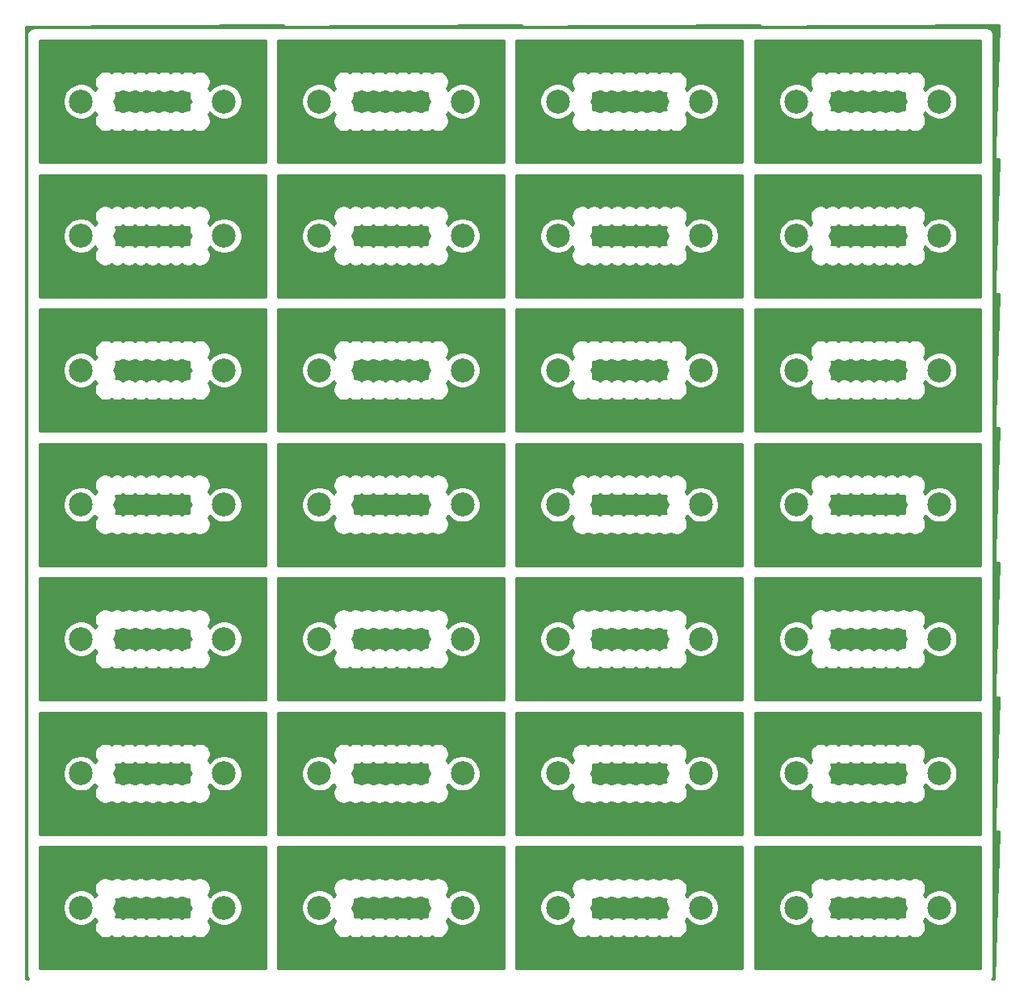
<source format=gbr>
G04 #@! TF.GenerationSoftware,KiCad,Pcbnew,5.1.5+dfsg1-2build2*
G04 #@! TF.CreationDate,2022-07-13T23:25:36-05:00*
G04 #@! TF.ProjectId,,58585858-5858-4585-9858-585858585858,rev?*
G04 #@! TF.SameCoordinates,Original*
G04 #@! TF.FileFunction,Copper,L2,Bot*
G04 #@! TF.FilePolarity,Positive*
%FSLAX46Y46*%
G04 Gerber Fmt 4.6, Leading zero omitted, Abs format (unit mm)*
G04 Created by KiCad (PCBNEW 5.1.5+dfsg1-2build2) date 2022-07-13 23:25:36*
%MOMM*%
%LPD*%
G04 APERTURE LIST*
%ADD10C,2.499360*%
%ADD11C,0.254000*%
G04 APERTURE END LIST*
D10*
X160923360Y-120245520D03*
X135923360Y-120245520D03*
X110923360Y-120245520D03*
X85923360Y-120245520D03*
X160923360Y-106145520D03*
X135923360Y-106145520D03*
X110923360Y-106145520D03*
X85923360Y-106145520D03*
X160923360Y-92045520D03*
X135923360Y-92045520D03*
X110923360Y-92045520D03*
X85923360Y-92045520D03*
X160923360Y-77945520D03*
X135923360Y-77945520D03*
X110923360Y-77945520D03*
X85923360Y-77945520D03*
X160923360Y-63845520D03*
X135923360Y-63845520D03*
X110923360Y-63845520D03*
X85923360Y-63845520D03*
X160923360Y-49745520D03*
X135923360Y-49745520D03*
X110923360Y-49745520D03*
X85923360Y-49745520D03*
X160923360Y-35645520D03*
X135923360Y-35645520D03*
X110923360Y-35645520D03*
X145923360Y-120245520D03*
X120923360Y-120245520D03*
X95923360Y-120245520D03*
X70923360Y-120245520D03*
X145923360Y-106145520D03*
X120923360Y-106145520D03*
X95923360Y-106145520D03*
X70923360Y-106145520D03*
X145923360Y-92045520D03*
X120923360Y-92045520D03*
X95923360Y-92045520D03*
X70923360Y-92045520D03*
X145923360Y-77945520D03*
X120923360Y-77945520D03*
X95923360Y-77945520D03*
X70923360Y-77945520D03*
X145923360Y-63845520D03*
X120923360Y-63845520D03*
X95923360Y-63845520D03*
X70923360Y-63845520D03*
X145923360Y-49745520D03*
X120923360Y-49745520D03*
X95923360Y-49745520D03*
X70923360Y-49745520D03*
X145923360Y-35645520D03*
X120923360Y-35645520D03*
X95923360Y-35645520D03*
X85923360Y-35645520D03*
X70923360Y-35645520D03*
D11*
G36*
X92132937Y-27935520D02*
G01*
X90955779Y-27935520D01*
X90923360Y-27932327D01*
X90890941Y-27935520D01*
X65955779Y-27935520D01*
X65923360Y-27932327D01*
X65890941Y-27935520D01*
X65793977Y-27945070D01*
X65669567Y-27982810D01*
X65554910Y-28044095D01*
X65454412Y-28126572D01*
X65371935Y-28227070D01*
X65310650Y-28341727D01*
X65272910Y-28466137D01*
X65260167Y-28595520D01*
X65263360Y-28627939D01*
X65263361Y-42663091D01*
X65260167Y-42695520D01*
X65263360Y-42727939D01*
X65263360Y-43108880D01*
X65125724Y-43108880D01*
X65140717Y-27786869D01*
X92142183Y-27630879D01*
X92132937Y-27935520D01*
G37*
X92132937Y-27935520D02*
X90955779Y-27935520D01*
X90923360Y-27932327D01*
X90890941Y-27935520D01*
X65955779Y-27935520D01*
X65923360Y-27932327D01*
X65890941Y-27935520D01*
X65793977Y-27945070D01*
X65669567Y-27982810D01*
X65554910Y-28044095D01*
X65454412Y-28126572D01*
X65371935Y-28227070D01*
X65310650Y-28341727D01*
X65272910Y-28466137D01*
X65260167Y-28595520D01*
X65263360Y-28627939D01*
X65263361Y-42663091D01*
X65260167Y-42695520D01*
X65263360Y-42727939D01*
X65263360Y-43108880D01*
X65125724Y-43108880D01*
X65140717Y-27786869D01*
X92142183Y-27630879D01*
X92132937Y-27935520D01*
G36*
X91704975Y-42035520D02*
G01*
X91583360Y-42035520D01*
X91583360Y-29255520D01*
X92092872Y-29255520D01*
X91704975Y-42035520D01*
G37*
X91704975Y-42035520D02*
X91583360Y-42035520D01*
X91583360Y-29255520D01*
X92092872Y-29255520D01*
X91704975Y-42035520D01*
G36*
X90263361Y-42035520D02*
G01*
X66583360Y-42035520D01*
X66583360Y-35459895D01*
X69038680Y-35459895D01*
X69038680Y-35831145D01*
X69111107Y-36195261D01*
X69253178Y-36538251D01*
X69459434Y-36846933D01*
X69721947Y-37109446D01*
X70030629Y-37315702D01*
X70373619Y-37457773D01*
X70737735Y-37530200D01*
X71108985Y-37530200D01*
X71473101Y-37457773D01*
X71816091Y-37315702D01*
X72124773Y-37109446D01*
X72387286Y-36846933D01*
X72430124Y-36782823D01*
X72467536Y-36873144D01*
X72562669Y-37015520D01*
X72467536Y-37157896D01*
X72381977Y-37364453D01*
X72338360Y-37583732D01*
X72338360Y-37807308D01*
X72381977Y-38026587D01*
X72467536Y-38233144D01*
X72591748Y-38419040D01*
X72749840Y-38577132D01*
X72935736Y-38701344D01*
X73142293Y-38786903D01*
X73361572Y-38830520D01*
X73585148Y-38830520D01*
X73804427Y-38786903D01*
X74010984Y-38701344D01*
X74092110Y-38647137D01*
X74173236Y-38701344D01*
X74379793Y-38786903D01*
X74599072Y-38830520D01*
X74822648Y-38830520D01*
X75041927Y-38786903D01*
X75248484Y-38701344D01*
X75329610Y-38647137D01*
X75410736Y-38701344D01*
X75617293Y-38786903D01*
X75836572Y-38830520D01*
X76060148Y-38830520D01*
X76279427Y-38786903D01*
X76485984Y-38701344D01*
X76567110Y-38647137D01*
X76648236Y-38701344D01*
X76854793Y-38786903D01*
X77074072Y-38830520D01*
X77297648Y-38830520D01*
X77516927Y-38786903D01*
X77723484Y-38701344D01*
X77804610Y-38647137D01*
X77885736Y-38701344D01*
X78092293Y-38786903D01*
X78311572Y-38830520D01*
X78535148Y-38830520D01*
X78754427Y-38786903D01*
X78960984Y-38701344D01*
X79042110Y-38647137D01*
X79123236Y-38701344D01*
X79329793Y-38786903D01*
X79549072Y-38830520D01*
X79772648Y-38830520D01*
X79991927Y-38786903D01*
X80198484Y-38701344D01*
X80279610Y-38647137D01*
X80360736Y-38701344D01*
X80567293Y-38786903D01*
X80786572Y-38830520D01*
X81010148Y-38830520D01*
X81229427Y-38786903D01*
X81435984Y-38701344D01*
X81517110Y-38647137D01*
X81598236Y-38701344D01*
X81804793Y-38786903D01*
X82024072Y-38830520D01*
X82247648Y-38830520D01*
X82466927Y-38786903D01*
X82673484Y-38701344D01*
X82754610Y-38647137D01*
X82835736Y-38701344D01*
X83042293Y-38786903D01*
X83261572Y-38830520D01*
X83485148Y-38830520D01*
X83704427Y-38786903D01*
X83910984Y-38701344D01*
X84096880Y-38577132D01*
X84254972Y-38419040D01*
X84379184Y-38233144D01*
X84464743Y-38026587D01*
X84508360Y-37807308D01*
X84508360Y-37583732D01*
X84464743Y-37364453D01*
X84379184Y-37157896D01*
X84284051Y-37015520D01*
X84379184Y-36873144D01*
X84416596Y-36782823D01*
X84459434Y-36846933D01*
X84721947Y-37109446D01*
X85030629Y-37315702D01*
X85373619Y-37457773D01*
X85737735Y-37530200D01*
X86108985Y-37530200D01*
X86473101Y-37457773D01*
X86816091Y-37315702D01*
X87124773Y-37109446D01*
X87387286Y-36846933D01*
X87593542Y-36538251D01*
X87735613Y-36195261D01*
X87808040Y-35831145D01*
X87808040Y-35459895D01*
X87735613Y-35095779D01*
X87593542Y-34752789D01*
X87387286Y-34444107D01*
X87124773Y-34181594D01*
X86816091Y-33975338D01*
X86473101Y-33833267D01*
X86108985Y-33760840D01*
X85737735Y-33760840D01*
X85373619Y-33833267D01*
X85030629Y-33975338D01*
X84721947Y-34181594D01*
X84459434Y-34444107D01*
X84416596Y-34508217D01*
X84379184Y-34417896D01*
X84284051Y-34275520D01*
X84379184Y-34133144D01*
X84464743Y-33926587D01*
X84508360Y-33707308D01*
X84508360Y-33483732D01*
X84464743Y-33264453D01*
X84379184Y-33057896D01*
X84254972Y-32872000D01*
X84096880Y-32713908D01*
X83910984Y-32589696D01*
X83704427Y-32504137D01*
X83485148Y-32460520D01*
X83261572Y-32460520D01*
X83042293Y-32504137D01*
X82835736Y-32589696D01*
X82754610Y-32643903D01*
X82673484Y-32589696D01*
X82466927Y-32504137D01*
X82247648Y-32460520D01*
X82024072Y-32460520D01*
X81804793Y-32504137D01*
X81598236Y-32589696D01*
X81517110Y-32643903D01*
X81435984Y-32589696D01*
X81229427Y-32504137D01*
X81010148Y-32460520D01*
X80786572Y-32460520D01*
X80567293Y-32504137D01*
X80360736Y-32589696D01*
X80279610Y-32643903D01*
X80198484Y-32589696D01*
X79991927Y-32504137D01*
X79772648Y-32460520D01*
X79549072Y-32460520D01*
X79329793Y-32504137D01*
X79123236Y-32589696D01*
X79042110Y-32643903D01*
X78960984Y-32589696D01*
X78754427Y-32504137D01*
X78535148Y-32460520D01*
X78311572Y-32460520D01*
X78092293Y-32504137D01*
X77885736Y-32589696D01*
X77804610Y-32643903D01*
X77723484Y-32589696D01*
X77516927Y-32504137D01*
X77297648Y-32460520D01*
X77074072Y-32460520D01*
X76854793Y-32504137D01*
X76648236Y-32589696D01*
X76567110Y-32643903D01*
X76485984Y-32589696D01*
X76279427Y-32504137D01*
X76060148Y-32460520D01*
X75836572Y-32460520D01*
X75617293Y-32504137D01*
X75410736Y-32589696D01*
X75329610Y-32643903D01*
X75248484Y-32589696D01*
X75041927Y-32504137D01*
X74822648Y-32460520D01*
X74599072Y-32460520D01*
X74379793Y-32504137D01*
X74173236Y-32589696D01*
X74092110Y-32643903D01*
X74010984Y-32589696D01*
X73804427Y-32504137D01*
X73585148Y-32460520D01*
X73361572Y-32460520D01*
X73142293Y-32504137D01*
X72935736Y-32589696D01*
X72749840Y-32713908D01*
X72591748Y-32872000D01*
X72467536Y-33057896D01*
X72381977Y-33264453D01*
X72338360Y-33483732D01*
X72338360Y-33707308D01*
X72381977Y-33926587D01*
X72467536Y-34133144D01*
X72562669Y-34275520D01*
X72467536Y-34417896D01*
X72430124Y-34508217D01*
X72387286Y-34444107D01*
X72124773Y-34181594D01*
X71816091Y-33975338D01*
X71473101Y-33833267D01*
X71108985Y-33760840D01*
X70737735Y-33760840D01*
X70373619Y-33833267D01*
X70030629Y-33975338D01*
X69721947Y-34181594D01*
X69459434Y-34444107D01*
X69253178Y-34752789D01*
X69111107Y-35095779D01*
X69038680Y-35459895D01*
X66583360Y-35459895D01*
X66583360Y-29255520D01*
X90263360Y-29255520D01*
X90263361Y-42035520D01*
G37*
X90263361Y-42035520D02*
X66583360Y-42035520D01*
X66583360Y-35459895D01*
X69038680Y-35459895D01*
X69038680Y-35831145D01*
X69111107Y-36195261D01*
X69253178Y-36538251D01*
X69459434Y-36846933D01*
X69721947Y-37109446D01*
X70030629Y-37315702D01*
X70373619Y-37457773D01*
X70737735Y-37530200D01*
X71108985Y-37530200D01*
X71473101Y-37457773D01*
X71816091Y-37315702D01*
X72124773Y-37109446D01*
X72387286Y-36846933D01*
X72430124Y-36782823D01*
X72467536Y-36873144D01*
X72562669Y-37015520D01*
X72467536Y-37157896D01*
X72381977Y-37364453D01*
X72338360Y-37583732D01*
X72338360Y-37807308D01*
X72381977Y-38026587D01*
X72467536Y-38233144D01*
X72591748Y-38419040D01*
X72749840Y-38577132D01*
X72935736Y-38701344D01*
X73142293Y-38786903D01*
X73361572Y-38830520D01*
X73585148Y-38830520D01*
X73804427Y-38786903D01*
X74010984Y-38701344D01*
X74092110Y-38647137D01*
X74173236Y-38701344D01*
X74379793Y-38786903D01*
X74599072Y-38830520D01*
X74822648Y-38830520D01*
X75041927Y-38786903D01*
X75248484Y-38701344D01*
X75329610Y-38647137D01*
X75410736Y-38701344D01*
X75617293Y-38786903D01*
X75836572Y-38830520D01*
X76060148Y-38830520D01*
X76279427Y-38786903D01*
X76485984Y-38701344D01*
X76567110Y-38647137D01*
X76648236Y-38701344D01*
X76854793Y-38786903D01*
X77074072Y-38830520D01*
X77297648Y-38830520D01*
X77516927Y-38786903D01*
X77723484Y-38701344D01*
X77804610Y-38647137D01*
X77885736Y-38701344D01*
X78092293Y-38786903D01*
X78311572Y-38830520D01*
X78535148Y-38830520D01*
X78754427Y-38786903D01*
X78960984Y-38701344D01*
X79042110Y-38647137D01*
X79123236Y-38701344D01*
X79329793Y-38786903D01*
X79549072Y-38830520D01*
X79772648Y-38830520D01*
X79991927Y-38786903D01*
X80198484Y-38701344D01*
X80279610Y-38647137D01*
X80360736Y-38701344D01*
X80567293Y-38786903D01*
X80786572Y-38830520D01*
X81010148Y-38830520D01*
X81229427Y-38786903D01*
X81435984Y-38701344D01*
X81517110Y-38647137D01*
X81598236Y-38701344D01*
X81804793Y-38786903D01*
X82024072Y-38830520D01*
X82247648Y-38830520D01*
X82466927Y-38786903D01*
X82673484Y-38701344D01*
X82754610Y-38647137D01*
X82835736Y-38701344D01*
X83042293Y-38786903D01*
X83261572Y-38830520D01*
X83485148Y-38830520D01*
X83704427Y-38786903D01*
X83910984Y-38701344D01*
X84096880Y-38577132D01*
X84254972Y-38419040D01*
X84379184Y-38233144D01*
X84464743Y-38026587D01*
X84508360Y-37807308D01*
X84508360Y-37583732D01*
X84464743Y-37364453D01*
X84379184Y-37157896D01*
X84284051Y-37015520D01*
X84379184Y-36873144D01*
X84416596Y-36782823D01*
X84459434Y-36846933D01*
X84721947Y-37109446D01*
X85030629Y-37315702D01*
X85373619Y-37457773D01*
X85737735Y-37530200D01*
X86108985Y-37530200D01*
X86473101Y-37457773D01*
X86816091Y-37315702D01*
X87124773Y-37109446D01*
X87387286Y-36846933D01*
X87593542Y-36538251D01*
X87735613Y-36195261D01*
X87808040Y-35831145D01*
X87808040Y-35459895D01*
X87735613Y-35095779D01*
X87593542Y-34752789D01*
X87387286Y-34444107D01*
X87124773Y-34181594D01*
X86816091Y-33975338D01*
X86473101Y-33833267D01*
X86108985Y-33760840D01*
X85737735Y-33760840D01*
X85373619Y-33833267D01*
X85030629Y-33975338D01*
X84721947Y-34181594D01*
X84459434Y-34444107D01*
X84416596Y-34508217D01*
X84379184Y-34417896D01*
X84284051Y-34275520D01*
X84379184Y-34133144D01*
X84464743Y-33926587D01*
X84508360Y-33707308D01*
X84508360Y-33483732D01*
X84464743Y-33264453D01*
X84379184Y-33057896D01*
X84254972Y-32872000D01*
X84096880Y-32713908D01*
X83910984Y-32589696D01*
X83704427Y-32504137D01*
X83485148Y-32460520D01*
X83261572Y-32460520D01*
X83042293Y-32504137D01*
X82835736Y-32589696D01*
X82754610Y-32643903D01*
X82673484Y-32589696D01*
X82466927Y-32504137D01*
X82247648Y-32460520D01*
X82024072Y-32460520D01*
X81804793Y-32504137D01*
X81598236Y-32589696D01*
X81517110Y-32643903D01*
X81435984Y-32589696D01*
X81229427Y-32504137D01*
X81010148Y-32460520D01*
X80786572Y-32460520D01*
X80567293Y-32504137D01*
X80360736Y-32589696D01*
X80279610Y-32643903D01*
X80198484Y-32589696D01*
X79991927Y-32504137D01*
X79772648Y-32460520D01*
X79549072Y-32460520D01*
X79329793Y-32504137D01*
X79123236Y-32589696D01*
X79042110Y-32643903D01*
X78960984Y-32589696D01*
X78754427Y-32504137D01*
X78535148Y-32460520D01*
X78311572Y-32460520D01*
X78092293Y-32504137D01*
X77885736Y-32589696D01*
X77804610Y-32643903D01*
X77723484Y-32589696D01*
X77516927Y-32504137D01*
X77297648Y-32460520D01*
X77074072Y-32460520D01*
X76854793Y-32504137D01*
X76648236Y-32589696D01*
X76567110Y-32643903D01*
X76485984Y-32589696D01*
X76279427Y-32504137D01*
X76060148Y-32460520D01*
X75836572Y-32460520D01*
X75617293Y-32504137D01*
X75410736Y-32589696D01*
X75329610Y-32643903D01*
X75248484Y-32589696D01*
X75041927Y-32504137D01*
X74822648Y-32460520D01*
X74599072Y-32460520D01*
X74379793Y-32504137D01*
X74173236Y-32589696D01*
X74092110Y-32643903D01*
X74010984Y-32589696D01*
X73804427Y-32504137D01*
X73585148Y-32460520D01*
X73361572Y-32460520D01*
X73142293Y-32504137D01*
X72935736Y-32589696D01*
X72749840Y-32713908D01*
X72591748Y-32872000D01*
X72467536Y-33057896D01*
X72381977Y-33264453D01*
X72338360Y-33483732D01*
X72338360Y-33707308D01*
X72381977Y-33926587D01*
X72467536Y-34133144D01*
X72562669Y-34275520D01*
X72467536Y-34417896D01*
X72430124Y-34508217D01*
X72387286Y-34444107D01*
X72124773Y-34181594D01*
X71816091Y-33975338D01*
X71473101Y-33833267D01*
X71108985Y-33760840D01*
X70737735Y-33760840D01*
X70373619Y-33833267D01*
X70030629Y-33975338D01*
X69721947Y-34181594D01*
X69459434Y-34444107D01*
X69253178Y-34752789D01*
X69111107Y-35095779D01*
X69038680Y-35459895D01*
X66583360Y-35459895D01*
X66583360Y-29255520D01*
X90263360Y-29255520D01*
X90263361Y-42035520D01*
G36*
X81598236Y-34601344D02*
G01*
X81804793Y-34686903D01*
X82024072Y-34730520D01*
X82247648Y-34730520D01*
X82261424Y-34727780D01*
X82238360Y-34843732D01*
X82238360Y-35067308D01*
X82281977Y-35286587D01*
X82367536Y-35493144D01*
X82469351Y-35645520D01*
X82367536Y-35797896D01*
X82281977Y-36004453D01*
X82238360Y-36223732D01*
X82238360Y-36447308D01*
X82261424Y-36563260D01*
X82247648Y-36560520D01*
X82024072Y-36560520D01*
X81804793Y-36604137D01*
X81598236Y-36689696D01*
X81517110Y-36743903D01*
X81435984Y-36689696D01*
X81229427Y-36604137D01*
X81010148Y-36560520D01*
X80786572Y-36560520D01*
X80567293Y-36604137D01*
X80360736Y-36689696D01*
X80279610Y-36743903D01*
X80198484Y-36689696D01*
X79991927Y-36604137D01*
X79772648Y-36560520D01*
X79549072Y-36560520D01*
X79329793Y-36604137D01*
X79123236Y-36689696D01*
X79042110Y-36743903D01*
X78960984Y-36689696D01*
X78754427Y-36604137D01*
X78535148Y-36560520D01*
X78311572Y-36560520D01*
X78092293Y-36604137D01*
X77885736Y-36689696D01*
X77804610Y-36743903D01*
X77723484Y-36689696D01*
X77516927Y-36604137D01*
X77297648Y-36560520D01*
X77074072Y-36560520D01*
X76854793Y-36604137D01*
X76648236Y-36689696D01*
X76567110Y-36743903D01*
X76485984Y-36689696D01*
X76279427Y-36604137D01*
X76060148Y-36560520D01*
X75836572Y-36560520D01*
X75617293Y-36604137D01*
X75410736Y-36689696D01*
X75329610Y-36743903D01*
X75248484Y-36689696D01*
X75041927Y-36604137D01*
X74822648Y-36560520D01*
X74599072Y-36560520D01*
X74585296Y-36563260D01*
X74608360Y-36447308D01*
X74608360Y-36223732D01*
X74564743Y-36004453D01*
X74479184Y-35797896D01*
X74377369Y-35645520D01*
X74479184Y-35493144D01*
X74564743Y-35286587D01*
X74608360Y-35067308D01*
X74608360Y-34843732D01*
X74585296Y-34727780D01*
X74599072Y-34730520D01*
X74822648Y-34730520D01*
X75041927Y-34686903D01*
X75248484Y-34601344D01*
X75329610Y-34547137D01*
X75410736Y-34601344D01*
X75617293Y-34686903D01*
X75836572Y-34730520D01*
X76060148Y-34730520D01*
X76279427Y-34686903D01*
X76485984Y-34601344D01*
X76567110Y-34547137D01*
X76648236Y-34601344D01*
X76854793Y-34686903D01*
X77074072Y-34730520D01*
X77297648Y-34730520D01*
X77516927Y-34686903D01*
X77723484Y-34601344D01*
X77804610Y-34547137D01*
X77885736Y-34601344D01*
X78092293Y-34686903D01*
X78311572Y-34730520D01*
X78535148Y-34730520D01*
X78754427Y-34686903D01*
X78960984Y-34601344D01*
X79042110Y-34547137D01*
X79123236Y-34601344D01*
X79329793Y-34686903D01*
X79549072Y-34730520D01*
X79772648Y-34730520D01*
X79991927Y-34686903D01*
X80198484Y-34601344D01*
X80279610Y-34547137D01*
X80360736Y-34601344D01*
X80567293Y-34686903D01*
X80786572Y-34730520D01*
X81010148Y-34730520D01*
X81229427Y-34686903D01*
X81435984Y-34601344D01*
X81517110Y-34547137D01*
X81598236Y-34601344D01*
G37*
X81598236Y-34601344D02*
X81804793Y-34686903D01*
X82024072Y-34730520D01*
X82247648Y-34730520D01*
X82261424Y-34727780D01*
X82238360Y-34843732D01*
X82238360Y-35067308D01*
X82281977Y-35286587D01*
X82367536Y-35493144D01*
X82469351Y-35645520D01*
X82367536Y-35797896D01*
X82281977Y-36004453D01*
X82238360Y-36223732D01*
X82238360Y-36447308D01*
X82261424Y-36563260D01*
X82247648Y-36560520D01*
X82024072Y-36560520D01*
X81804793Y-36604137D01*
X81598236Y-36689696D01*
X81517110Y-36743903D01*
X81435984Y-36689696D01*
X81229427Y-36604137D01*
X81010148Y-36560520D01*
X80786572Y-36560520D01*
X80567293Y-36604137D01*
X80360736Y-36689696D01*
X80279610Y-36743903D01*
X80198484Y-36689696D01*
X79991927Y-36604137D01*
X79772648Y-36560520D01*
X79549072Y-36560520D01*
X79329793Y-36604137D01*
X79123236Y-36689696D01*
X79042110Y-36743903D01*
X78960984Y-36689696D01*
X78754427Y-36604137D01*
X78535148Y-36560520D01*
X78311572Y-36560520D01*
X78092293Y-36604137D01*
X77885736Y-36689696D01*
X77804610Y-36743903D01*
X77723484Y-36689696D01*
X77516927Y-36604137D01*
X77297648Y-36560520D01*
X77074072Y-36560520D01*
X76854793Y-36604137D01*
X76648236Y-36689696D01*
X76567110Y-36743903D01*
X76485984Y-36689696D01*
X76279427Y-36604137D01*
X76060148Y-36560520D01*
X75836572Y-36560520D01*
X75617293Y-36604137D01*
X75410736Y-36689696D01*
X75329610Y-36743903D01*
X75248484Y-36689696D01*
X75041927Y-36604137D01*
X74822648Y-36560520D01*
X74599072Y-36560520D01*
X74585296Y-36563260D01*
X74608360Y-36447308D01*
X74608360Y-36223732D01*
X74564743Y-36004453D01*
X74479184Y-35797896D01*
X74377369Y-35645520D01*
X74479184Y-35493144D01*
X74564743Y-35286587D01*
X74608360Y-35067308D01*
X74608360Y-34843732D01*
X74585296Y-34727780D01*
X74599072Y-34730520D01*
X74822648Y-34730520D01*
X75041927Y-34686903D01*
X75248484Y-34601344D01*
X75329610Y-34547137D01*
X75410736Y-34601344D01*
X75617293Y-34686903D01*
X75836572Y-34730520D01*
X76060148Y-34730520D01*
X76279427Y-34686903D01*
X76485984Y-34601344D01*
X76567110Y-34547137D01*
X76648236Y-34601344D01*
X76854793Y-34686903D01*
X77074072Y-34730520D01*
X77297648Y-34730520D01*
X77516927Y-34686903D01*
X77723484Y-34601344D01*
X77804610Y-34547137D01*
X77885736Y-34601344D01*
X78092293Y-34686903D01*
X78311572Y-34730520D01*
X78535148Y-34730520D01*
X78754427Y-34686903D01*
X78960984Y-34601344D01*
X79042110Y-34547137D01*
X79123236Y-34601344D01*
X79329793Y-34686903D01*
X79549072Y-34730520D01*
X79772648Y-34730520D01*
X79991927Y-34686903D01*
X80198484Y-34601344D01*
X80279610Y-34547137D01*
X80360736Y-34601344D01*
X80567293Y-34686903D01*
X80786572Y-34730520D01*
X81010148Y-34730520D01*
X81229427Y-34686903D01*
X81435984Y-34601344D01*
X81517110Y-34547137D01*
X81598236Y-34601344D01*
G36*
X90263361Y-42035520D02*
G01*
X90126774Y-42035520D01*
X90139280Y-29255520D01*
X90263360Y-29255520D01*
X90263361Y-42035520D01*
G37*
X90263361Y-42035520D02*
X90126774Y-42035520D01*
X90139280Y-29255520D01*
X90263360Y-29255520D01*
X90263361Y-42035520D01*
G36*
X116704975Y-42035520D02*
G01*
X116583360Y-42035520D01*
X116583360Y-29255520D01*
X117092872Y-29255520D01*
X116704975Y-42035520D01*
G37*
X116704975Y-42035520D02*
X116583360Y-42035520D01*
X116583360Y-29255520D01*
X117092872Y-29255520D01*
X116704975Y-42035520D01*
G36*
X115263361Y-42035520D02*
G01*
X91583360Y-42035520D01*
X91583360Y-35459895D01*
X94038680Y-35459895D01*
X94038680Y-35831145D01*
X94111107Y-36195261D01*
X94253178Y-36538251D01*
X94459434Y-36846933D01*
X94721947Y-37109446D01*
X95030629Y-37315702D01*
X95373619Y-37457773D01*
X95737735Y-37530200D01*
X96108985Y-37530200D01*
X96473101Y-37457773D01*
X96816091Y-37315702D01*
X97124773Y-37109446D01*
X97387286Y-36846933D01*
X97430124Y-36782823D01*
X97467536Y-36873144D01*
X97562669Y-37015520D01*
X97467536Y-37157896D01*
X97381977Y-37364453D01*
X97338360Y-37583732D01*
X97338360Y-37807308D01*
X97381977Y-38026587D01*
X97467536Y-38233144D01*
X97591748Y-38419040D01*
X97749840Y-38577132D01*
X97935736Y-38701344D01*
X98142293Y-38786903D01*
X98361572Y-38830520D01*
X98585148Y-38830520D01*
X98804427Y-38786903D01*
X99010984Y-38701344D01*
X99092110Y-38647137D01*
X99173236Y-38701344D01*
X99379793Y-38786903D01*
X99599072Y-38830520D01*
X99822648Y-38830520D01*
X100041927Y-38786903D01*
X100248484Y-38701344D01*
X100329610Y-38647137D01*
X100410736Y-38701344D01*
X100617293Y-38786903D01*
X100836572Y-38830520D01*
X101060148Y-38830520D01*
X101279427Y-38786903D01*
X101485984Y-38701344D01*
X101567110Y-38647137D01*
X101648236Y-38701344D01*
X101854793Y-38786903D01*
X102074072Y-38830520D01*
X102297648Y-38830520D01*
X102516927Y-38786903D01*
X102723484Y-38701344D01*
X102804610Y-38647137D01*
X102885736Y-38701344D01*
X103092293Y-38786903D01*
X103311572Y-38830520D01*
X103535148Y-38830520D01*
X103754427Y-38786903D01*
X103960984Y-38701344D01*
X104042110Y-38647137D01*
X104123236Y-38701344D01*
X104329793Y-38786903D01*
X104549072Y-38830520D01*
X104772648Y-38830520D01*
X104991927Y-38786903D01*
X105198484Y-38701344D01*
X105279610Y-38647137D01*
X105360736Y-38701344D01*
X105567293Y-38786903D01*
X105786572Y-38830520D01*
X106010148Y-38830520D01*
X106229427Y-38786903D01*
X106435984Y-38701344D01*
X106517110Y-38647137D01*
X106598236Y-38701344D01*
X106804793Y-38786903D01*
X107024072Y-38830520D01*
X107247648Y-38830520D01*
X107466927Y-38786903D01*
X107673484Y-38701344D01*
X107754610Y-38647137D01*
X107835736Y-38701344D01*
X108042293Y-38786903D01*
X108261572Y-38830520D01*
X108485148Y-38830520D01*
X108704427Y-38786903D01*
X108910984Y-38701344D01*
X109096880Y-38577132D01*
X109254972Y-38419040D01*
X109379184Y-38233144D01*
X109464743Y-38026587D01*
X109508360Y-37807308D01*
X109508360Y-37583732D01*
X109464743Y-37364453D01*
X109379184Y-37157896D01*
X109284051Y-37015520D01*
X109379184Y-36873144D01*
X109416596Y-36782823D01*
X109459434Y-36846933D01*
X109721947Y-37109446D01*
X110030629Y-37315702D01*
X110373619Y-37457773D01*
X110737735Y-37530200D01*
X111108985Y-37530200D01*
X111473101Y-37457773D01*
X111816091Y-37315702D01*
X112124773Y-37109446D01*
X112387286Y-36846933D01*
X112593542Y-36538251D01*
X112735613Y-36195261D01*
X112808040Y-35831145D01*
X112808040Y-35459895D01*
X112735613Y-35095779D01*
X112593542Y-34752789D01*
X112387286Y-34444107D01*
X112124773Y-34181594D01*
X111816091Y-33975338D01*
X111473101Y-33833267D01*
X111108985Y-33760840D01*
X110737735Y-33760840D01*
X110373619Y-33833267D01*
X110030629Y-33975338D01*
X109721947Y-34181594D01*
X109459434Y-34444107D01*
X109416596Y-34508217D01*
X109379184Y-34417896D01*
X109284051Y-34275520D01*
X109379184Y-34133144D01*
X109464743Y-33926587D01*
X109508360Y-33707308D01*
X109508360Y-33483732D01*
X109464743Y-33264453D01*
X109379184Y-33057896D01*
X109254972Y-32872000D01*
X109096880Y-32713908D01*
X108910984Y-32589696D01*
X108704427Y-32504137D01*
X108485148Y-32460520D01*
X108261572Y-32460520D01*
X108042293Y-32504137D01*
X107835736Y-32589696D01*
X107754610Y-32643903D01*
X107673484Y-32589696D01*
X107466927Y-32504137D01*
X107247648Y-32460520D01*
X107024072Y-32460520D01*
X106804793Y-32504137D01*
X106598236Y-32589696D01*
X106517110Y-32643903D01*
X106435984Y-32589696D01*
X106229427Y-32504137D01*
X106010148Y-32460520D01*
X105786572Y-32460520D01*
X105567293Y-32504137D01*
X105360736Y-32589696D01*
X105279610Y-32643903D01*
X105198484Y-32589696D01*
X104991927Y-32504137D01*
X104772648Y-32460520D01*
X104549072Y-32460520D01*
X104329793Y-32504137D01*
X104123236Y-32589696D01*
X104042110Y-32643903D01*
X103960984Y-32589696D01*
X103754427Y-32504137D01*
X103535148Y-32460520D01*
X103311572Y-32460520D01*
X103092293Y-32504137D01*
X102885736Y-32589696D01*
X102804610Y-32643903D01*
X102723484Y-32589696D01*
X102516927Y-32504137D01*
X102297648Y-32460520D01*
X102074072Y-32460520D01*
X101854793Y-32504137D01*
X101648236Y-32589696D01*
X101567110Y-32643903D01*
X101485984Y-32589696D01*
X101279427Y-32504137D01*
X101060148Y-32460520D01*
X100836572Y-32460520D01*
X100617293Y-32504137D01*
X100410736Y-32589696D01*
X100329610Y-32643903D01*
X100248484Y-32589696D01*
X100041927Y-32504137D01*
X99822648Y-32460520D01*
X99599072Y-32460520D01*
X99379793Y-32504137D01*
X99173236Y-32589696D01*
X99092110Y-32643903D01*
X99010984Y-32589696D01*
X98804427Y-32504137D01*
X98585148Y-32460520D01*
X98361572Y-32460520D01*
X98142293Y-32504137D01*
X97935736Y-32589696D01*
X97749840Y-32713908D01*
X97591748Y-32872000D01*
X97467536Y-33057896D01*
X97381977Y-33264453D01*
X97338360Y-33483732D01*
X97338360Y-33707308D01*
X97381977Y-33926587D01*
X97467536Y-34133144D01*
X97562669Y-34275520D01*
X97467536Y-34417896D01*
X97430124Y-34508217D01*
X97387286Y-34444107D01*
X97124773Y-34181594D01*
X96816091Y-33975338D01*
X96473101Y-33833267D01*
X96108985Y-33760840D01*
X95737735Y-33760840D01*
X95373619Y-33833267D01*
X95030629Y-33975338D01*
X94721947Y-34181594D01*
X94459434Y-34444107D01*
X94253178Y-34752789D01*
X94111107Y-35095779D01*
X94038680Y-35459895D01*
X91583360Y-35459895D01*
X91583360Y-29255520D01*
X115263360Y-29255520D01*
X115263361Y-42035520D01*
G37*
X115263361Y-42035520D02*
X91583360Y-42035520D01*
X91583360Y-35459895D01*
X94038680Y-35459895D01*
X94038680Y-35831145D01*
X94111107Y-36195261D01*
X94253178Y-36538251D01*
X94459434Y-36846933D01*
X94721947Y-37109446D01*
X95030629Y-37315702D01*
X95373619Y-37457773D01*
X95737735Y-37530200D01*
X96108985Y-37530200D01*
X96473101Y-37457773D01*
X96816091Y-37315702D01*
X97124773Y-37109446D01*
X97387286Y-36846933D01*
X97430124Y-36782823D01*
X97467536Y-36873144D01*
X97562669Y-37015520D01*
X97467536Y-37157896D01*
X97381977Y-37364453D01*
X97338360Y-37583732D01*
X97338360Y-37807308D01*
X97381977Y-38026587D01*
X97467536Y-38233144D01*
X97591748Y-38419040D01*
X97749840Y-38577132D01*
X97935736Y-38701344D01*
X98142293Y-38786903D01*
X98361572Y-38830520D01*
X98585148Y-38830520D01*
X98804427Y-38786903D01*
X99010984Y-38701344D01*
X99092110Y-38647137D01*
X99173236Y-38701344D01*
X99379793Y-38786903D01*
X99599072Y-38830520D01*
X99822648Y-38830520D01*
X100041927Y-38786903D01*
X100248484Y-38701344D01*
X100329610Y-38647137D01*
X100410736Y-38701344D01*
X100617293Y-38786903D01*
X100836572Y-38830520D01*
X101060148Y-38830520D01*
X101279427Y-38786903D01*
X101485984Y-38701344D01*
X101567110Y-38647137D01*
X101648236Y-38701344D01*
X101854793Y-38786903D01*
X102074072Y-38830520D01*
X102297648Y-38830520D01*
X102516927Y-38786903D01*
X102723484Y-38701344D01*
X102804610Y-38647137D01*
X102885736Y-38701344D01*
X103092293Y-38786903D01*
X103311572Y-38830520D01*
X103535148Y-38830520D01*
X103754427Y-38786903D01*
X103960984Y-38701344D01*
X104042110Y-38647137D01*
X104123236Y-38701344D01*
X104329793Y-38786903D01*
X104549072Y-38830520D01*
X104772648Y-38830520D01*
X104991927Y-38786903D01*
X105198484Y-38701344D01*
X105279610Y-38647137D01*
X105360736Y-38701344D01*
X105567293Y-38786903D01*
X105786572Y-38830520D01*
X106010148Y-38830520D01*
X106229427Y-38786903D01*
X106435984Y-38701344D01*
X106517110Y-38647137D01*
X106598236Y-38701344D01*
X106804793Y-38786903D01*
X107024072Y-38830520D01*
X107247648Y-38830520D01*
X107466927Y-38786903D01*
X107673484Y-38701344D01*
X107754610Y-38647137D01*
X107835736Y-38701344D01*
X108042293Y-38786903D01*
X108261572Y-38830520D01*
X108485148Y-38830520D01*
X108704427Y-38786903D01*
X108910984Y-38701344D01*
X109096880Y-38577132D01*
X109254972Y-38419040D01*
X109379184Y-38233144D01*
X109464743Y-38026587D01*
X109508360Y-37807308D01*
X109508360Y-37583732D01*
X109464743Y-37364453D01*
X109379184Y-37157896D01*
X109284051Y-37015520D01*
X109379184Y-36873144D01*
X109416596Y-36782823D01*
X109459434Y-36846933D01*
X109721947Y-37109446D01*
X110030629Y-37315702D01*
X110373619Y-37457773D01*
X110737735Y-37530200D01*
X111108985Y-37530200D01*
X111473101Y-37457773D01*
X111816091Y-37315702D01*
X112124773Y-37109446D01*
X112387286Y-36846933D01*
X112593542Y-36538251D01*
X112735613Y-36195261D01*
X112808040Y-35831145D01*
X112808040Y-35459895D01*
X112735613Y-35095779D01*
X112593542Y-34752789D01*
X112387286Y-34444107D01*
X112124773Y-34181594D01*
X111816091Y-33975338D01*
X111473101Y-33833267D01*
X111108985Y-33760840D01*
X110737735Y-33760840D01*
X110373619Y-33833267D01*
X110030629Y-33975338D01*
X109721947Y-34181594D01*
X109459434Y-34444107D01*
X109416596Y-34508217D01*
X109379184Y-34417896D01*
X109284051Y-34275520D01*
X109379184Y-34133144D01*
X109464743Y-33926587D01*
X109508360Y-33707308D01*
X109508360Y-33483732D01*
X109464743Y-33264453D01*
X109379184Y-33057896D01*
X109254972Y-32872000D01*
X109096880Y-32713908D01*
X108910984Y-32589696D01*
X108704427Y-32504137D01*
X108485148Y-32460520D01*
X108261572Y-32460520D01*
X108042293Y-32504137D01*
X107835736Y-32589696D01*
X107754610Y-32643903D01*
X107673484Y-32589696D01*
X107466927Y-32504137D01*
X107247648Y-32460520D01*
X107024072Y-32460520D01*
X106804793Y-32504137D01*
X106598236Y-32589696D01*
X106517110Y-32643903D01*
X106435984Y-32589696D01*
X106229427Y-32504137D01*
X106010148Y-32460520D01*
X105786572Y-32460520D01*
X105567293Y-32504137D01*
X105360736Y-32589696D01*
X105279610Y-32643903D01*
X105198484Y-32589696D01*
X104991927Y-32504137D01*
X104772648Y-32460520D01*
X104549072Y-32460520D01*
X104329793Y-32504137D01*
X104123236Y-32589696D01*
X104042110Y-32643903D01*
X103960984Y-32589696D01*
X103754427Y-32504137D01*
X103535148Y-32460520D01*
X103311572Y-32460520D01*
X103092293Y-32504137D01*
X102885736Y-32589696D01*
X102804610Y-32643903D01*
X102723484Y-32589696D01*
X102516927Y-32504137D01*
X102297648Y-32460520D01*
X102074072Y-32460520D01*
X101854793Y-32504137D01*
X101648236Y-32589696D01*
X101567110Y-32643903D01*
X101485984Y-32589696D01*
X101279427Y-32504137D01*
X101060148Y-32460520D01*
X100836572Y-32460520D01*
X100617293Y-32504137D01*
X100410736Y-32589696D01*
X100329610Y-32643903D01*
X100248484Y-32589696D01*
X100041927Y-32504137D01*
X99822648Y-32460520D01*
X99599072Y-32460520D01*
X99379793Y-32504137D01*
X99173236Y-32589696D01*
X99092110Y-32643903D01*
X99010984Y-32589696D01*
X98804427Y-32504137D01*
X98585148Y-32460520D01*
X98361572Y-32460520D01*
X98142293Y-32504137D01*
X97935736Y-32589696D01*
X97749840Y-32713908D01*
X97591748Y-32872000D01*
X97467536Y-33057896D01*
X97381977Y-33264453D01*
X97338360Y-33483732D01*
X97338360Y-33707308D01*
X97381977Y-33926587D01*
X97467536Y-34133144D01*
X97562669Y-34275520D01*
X97467536Y-34417896D01*
X97430124Y-34508217D01*
X97387286Y-34444107D01*
X97124773Y-34181594D01*
X96816091Y-33975338D01*
X96473101Y-33833267D01*
X96108985Y-33760840D01*
X95737735Y-33760840D01*
X95373619Y-33833267D01*
X95030629Y-33975338D01*
X94721947Y-34181594D01*
X94459434Y-34444107D01*
X94253178Y-34752789D01*
X94111107Y-35095779D01*
X94038680Y-35459895D01*
X91583360Y-35459895D01*
X91583360Y-29255520D01*
X115263360Y-29255520D01*
X115263361Y-42035520D01*
G36*
X106598236Y-34601344D02*
G01*
X106804793Y-34686903D01*
X107024072Y-34730520D01*
X107247648Y-34730520D01*
X107261424Y-34727780D01*
X107238360Y-34843732D01*
X107238360Y-35067308D01*
X107281977Y-35286587D01*
X107367536Y-35493144D01*
X107469351Y-35645520D01*
X107367536Y-35797896D01*
X107281977Y-36004453D01*
X107238360Y-36223732D01*
X107238360Y-36447308D01*
X107261424Y-36563260D01*
X107247648Y-36560520D01*
X107024072Y-36560520D01*
X106804793Y-36604137D01*
X106598236Y-36689696D01*
X106517110Y-36743903D01*
X106435984Y-36689696D01*
X106229427Y-36604137D01*
X106010148Y-36560520D01*
X105786572Y-36560520D01*
X105567293Y-36604137D01*
X105360736Y-36689696D01*
X105279610Y-36743903D01*
X105198484Y-36689696D01*
X104991927Y-36604137D01*
X104772648Y-36560520D01*
X104549072Y-36560520D01*
X104329793Y-36604137D01*
X104123236Y-36689696D01*
X104042110Y-36743903D01*
X103960984Y-36689696D01*
X103754427Y-36604137D01*
X103535148Y-36560520D01*
X103311572Y-36560520D01*
X103092293Y-36604137D01*
X102885736Y-36689696D01*
X102804610Y-36743903D01*
X102723484Y-36689696D01*
X102516927Y-36604137D01*
X102297648Y-36560520D01*
X102074072Y-36560520D01*
X101854793Y-36604137D01*
X101648236Y-36689696D01*
X101567110Y-36743903D01*
X101485984Y-36689696D01*
X101279427Y-36604137D01*
X101060148Y-36560520D01*
X100836572Y-36560520D01*
X100617293Y-36604137D01*
X100410736Y-36689696D01*
X100329610Y-36743903D01*
X100248484Y-36689696D01*
X100041927Y-36604137D01*
X99822648Y-36560520D01*
X99599072Y-36560520D01*
X99585296Y-36563260D01*
X99608360Y-36447308D01*
X99608360Y-36223732D01*
X99564743Y-36004453D01*
X99479184Y-35797896D01*
X99377369Y-35645520D01*
X99479184Y-35493144D01*
X99564743Y-35286587D01*
X99608360Y-35067308D01*
X99608360Y-34843732D01*
X99585296Y-34727780D01*
X99599072Y-34730520D01*
X99822648Y-34730520D01*
X100041927Y-34686903D01*
X100248484Y-34601344D01*
X100329610Y-34547137D01*
X100410736Y-34601344D01*
X100617293Y-34686903D01*
X100836572Y-34730520D01*
X101060148Y-34730520D01*
X101279427Y-34686903D01*
X101485984Y-34601344D01*
X101567110Y-34547137D01*
X101648236Y-34601344D01*
X101854793Y-34686903D01*
X102074072Y-34730520D01*
X102297648Y-34730520D01*
X102516927Y-34686903D01*
X102723484Y-34601344D01*
X102804610Y-34547137D01*
X102885736Y-34601344D01*
X103092293Y-34686903D01*
X103311572Y-34730520D01*
X103535148Y-34730520D01*
X103754427Y-34686903D01*
X103960984Y-34601344D01*
X104042110Y-34547137D01*
X104123236Y-34601344D01*
X104329793Y-34686903D01*
X104549072Y-34730520D01*
X104772648Y-34730520D01*
X104991927Y-34686903D01*
X105198484Y-34601344D01*
X105279610Y-34547137D01*
X105360736Y-34601344D01*
X105567293Y-34686903D01*
X105786572Y-34730520D01*
X106010148Y-34730520D01*
X106229427Y-34686903D01*
X106435984Y-34601344D01*
X106517110Y-34547137D01*
X106598236Y-34601344D01*
G37*
X106598236Y-34601344D02*
X106804793Y-34686903D01*
X107024072Y-34730520D01*
X107247648Y-34730520D01*
X107261424Y-34727780D01*
X107238360Y-34843732D01*
X107238360Y-35067308D01*
X107281977Y-35286587D01*
X107367536Y-35493144D01*
X107469351Y-35645520D01*
X107367536Y-35797896D01*
X107281977Y-36004453D01*
X107238360Y-36223732D01*
X107238360Y-36447308D01*
X107261424Y-36563260D01*
X107247648Y-36560520D01*
X107024072Y-36560520D01*
X106804793Y-36604137D01*
X106598236Y-36689696D01*
X106517110Y-36743903D01*
X106435984Y-36689696D01*
X106229427Y-36604137D01*
X106010148Y-36560520D01*
X105786572Y-36560520D01*
X105567293Y-36604137D01*
X105360736Y-36689696D01*
X105279610Y-36743903D01*
X105198484Y-36689696D01*
X104991927Y-36604137D01*
X104772648Y-36560520D01*
X104549072Y-36560520D01*
X104329793Y-36604137D01*
X104123236Y-36689696D01*
X104042110Y-36743903D01*
X103960984Y-36689696D01*
X103754427Y-36604137D01*
X103535148Y-36560520D01*
X103311572Y-36560520D01*
X103092293Y-36604137D01*
X102885736Y-36689696D01*
X102804610Y-36743903D01*
X102723484Y-36689696D01*
X102516927Y-36604137D01*
X102297648Y-36560520D01*
X102074072Y-36560520D01*
X101854793Y-36604137D01*
X101648236Y-36689696D01*
X101567110Y-36743903D01*
X101485984Y-36689696D01*
X101279427Y-36604137D01*
X101060148Y-36560520D01*
X100836572Y-36560520D01*
X100617293Y-36604137D01*
X100410736Y-36689696D01*
X100329610Y-36743903D01*
X100248484Y-36689696D01*
X100041927Y-36604137D01*
X99822648Y-36560520D01*
X99599072Y-36560520D01*
X99585296Y-36563260D01*
X99608360Y-36447308D01*
X99608360Y-36223732D01*
X99564743Y-36004453D01*
X99479184Y-35797896D01*
X99377369Y-35645520D01*
X99479184Y-35493144D01*
X99564743Y-35286587D01*
X99608360Y-35067308D01*
X99608360Y-34843732D01*
X99585296Y-34727780D01*
X99599072Y-34730520D01*
X99822648Y-34730520D01*
X100041927Y-34686903D01*
X100248484Y-34601344D01*
X100329610Y-34547137D01*
X100410736Y-34601344D01*
X100617293Y-34686903D01*
X100836572Y-34730520D01*
X101060148Y-34730520D01*
X101279427Y-34686903D01*
X101485984Y-34601344D01*
X101567110Y-34547137D01*
X101648236Y-34601344D01*
X101854793Y-34686903D01*
X102074072Y-34730520D01*
X102297648Y-34730520D01*
X102516927Y-34686903D01*
X102723484Y-34601344D01*
X102804610Y-34547137D01*
X102885736Y-34601344D01*
X103092293Y-34686903D01*
X103311572Y-34730520D01*
X103535148Y-34730520D01*
X103754427Y-34686903D01*
X103960984Y-34601344D01*
X104042110Y-34547137D01*
X104123236Y-34601344D01*
X104329793Y-34686903D01*
X104549072Y-34730520D01*
X104772648Y-34730520D01*
X104991927Y-34686903D01*
X105198484Y-34601344D01*
X105279610Y-34547137D01*
X105360736Y-34601344D01*
X105567293Y-34686903D01*
X105786572Y-34730520D01*
X106010148Y-34730520D01*
X106229427Y-34686903D01*
X106435984Y-34601344D01*
X106517110Y-34547137D01*
X106598236Y-34601344D01*
G36*
X117132937Y-27935520D02*
G01*
X115955779Y-27935520D01*
X115923360Y-27932327D01*
X115890941Y-27935520D01*
X90955779Y-27935520D01*
X90923360Y-27932327D01*
X90890941Y-27935520D01*
X90140572Y-27935520D01*
X90140717Y-27786869D01*
X117142183Y-27630879D01*
X117132937Y-27935520D01*
G37*
X117132937Y-27935520D02*
X115955779Y-27935520D01*
X115923360Y-27932327D01*
X115890941Y-27935520D01*
X90955779Y-27935520D01*
X90923360Y-27932327D01*
X90890941Y-27935520D01*
X90140572Y-27935520D01*
X90140717Y-27786869D01*
X117142183Y-27630879D01*
X117132937Y-27935520D01*
G36*
X115263361Y-42035520D02*
G01*
X115126774Y-42035520D01*
X115139280Y-29255520D01*
X115263360Y-29255520D01*
X115263361Y-42035520D01*
G37*
X115263361Y-42035520D02*
X115126774Y-42035520D01*
X115139280Y-29255520D01*
X115263360Y-29255520D01*
X115263361Y-42035520D01*
G36*
X141704975Y-42035520D02*
G01*
X141583360Y-42035520D01*
X141583360Y-29255520D01*
X142092872Y-29255520D01*
X141704975Y-42035520D01*
G37*
X141704975Y-42035520D02*
X141583360Y-42035520D01*
X141583360Y-29255520D01*
X142092872Y-29255520D01*
X141704975Y-42035520D01*
G36*
X140263361Y-42035520D02*
G01*
X116583360Y-42035520D01*
X116583360Y-35459895D01*
X119038680Y-35459895D01*
X119038680Y-35831145D01*
X119111107Y-36195261D01*
X119253178Y-36538251D01*
X119459434Y-36846933D01*
X119721947Y-37109446D01*
X120030629Y-37315702D01*
X120373619Y-37457773D01*
X120737735Y-37530200D01*
X121108985Y-37530200D01*
X121473101Y-37457773D01*
X121816091Y-37315702D01*
X122124773Y-37109446D01*
X122387286Y-36846933D01*
X122430124Y-36782823D01*
X122467536Y-36873144D01*
X122562669Y-37015520D01*
X122467536Y-37157896D01*
X122381977Y-37364453D01*
X122338360Y-37583732D01*
X122338360Y-37807308D01*
X122381977Y-38026587D01*
X122467536Y-38233144D01*
X122591748Y-38419040D01*
X122749840Y-38577132D01*
X122935736Y-38701344D01*
X123142293Y-38786903D01*
X123361572Y-38830520D01*
X123585148Y-38830520D01*
X123804427Y-38786903D01*
X124010984Y-38701344D01*
X124092110Y-38647137D01*
X124173236Y-38701344D01*
X124379793Y-38786903D01*
X124599072Y-38830520D01*
X124822648Y-38830520D01*
X125041927Y-38786903D01*
X125248484Y-38701344D01*
X125329610Y-38647137D01*
X125410736Y-38701344D01*
X125617293Y-38786903D01*
X125836572Y-38830520D01*
X126060148Y-38830520D01*
X126279427Y-38786903D01*
X126485984Y-38701344D01*
X126567110Y-38647137D01*
X126648236Y-38701344D01*
X126854793Y-38786903D01*
X127074072Y-38830520D01*
X127297648Y-38830520D01*
X127516927Y-38786903D01*
X127723484Y-38701344D01*
X127804610Y-38647137D01*
X127885736Y-38701344D01*
X128092293Y-38786903D01*
X128311572Y-38830520D01*
X128535148Y-38830520D01*
X128754427Y-38786903D01*
X128960984Y-38701344D01*
X129042110Y-38647137D01*
X129123236Y-38701344D01*
X129329793Y-38786903D01*
X129549072Y-38830520D01*
X129772648Y-38830520D01*
X129991927Y-38786903D01*
X130198484Y-38701344D01*
X130279610Y-38647137D01*
X130360736Y-38701344D01*
X130567293Y-38786903D01*
X130786572Y-38830520D01*
X131010148Y-38830520D01*
X131229427Y-38786903D01*
X131435984Y-38701344D01*
X131517110Y-38647137D01*
X131598236Y-38701344D01*
X131804793Y-38786903D01*
X132024072Y-38830520D01*
X132247648Y-38830520D01*
X132466927Y-38786903D01*
X132673484Y-38701344D01*
X132754610Y-38647137D01*
X132835736Y-38701344D01*
X133042293Y-38786903D01*
X133261572Y-38830520D01*
X133485148Y-38830520D01*
X133704427Y-38786903D01*
X133910984Y-38701344D01*
X134096880Y-38577132D01*
X134254972Y-38419040D01*
X134379184Y-38233144D01*
X134464743Y-38026587D01*
X134508360Y-37807308D01*
X134508360Y-37583732D01*
X134464743Y-37364453D01*
X134379184Y-37157896D01*
X134284051Y-37015520D01*
X134379184Y-36873144D01*
X134416596Y-36782823D01*
X134459434Y-36846933D01*
X134721947Y-37109446D01*
X135030629Y-37315702D01*
X135373619Y-37457773D01*
X135737735Y-37530200D01*
X136108985Y-37530200D01*
X136473101Y-37457773D01*
X136816091Y-37315702D01*
X137124773Y-37109446D01*
X137387286Y-36846933D01*
X137593542Y-36538251D01*
X137735613Y-36195261D01*
X137808040Y-35831145D01*
X137808040Y-35459895D01*
X137735613Y-35095779D01*
X137593542Y-34752789D01*
X137387286Y-34444107D01*
X137124773Y-34181594D01*
X136816091Y-33975338D01*
X136473101Y-33833267D01*
X136108985Y-33760840D01*
X135737735Y-33760840D01*
X135373619Y-33833267D01*
X135030629Y-33975338D01*
X134721947Y-34181594D01*
X134459434Y-34444107D01*
X134416596Y-34508217D01*
X134379184Y-34417896D01*
X134284051Y-34275520D01*
X134379184Y-34133144D01*
X134464743Y-33926587D01*
X134508360Y-33707308D01*
X134508360Y-33483732D01*
X134464743Y-33264453D01*
X134379184Y-33057896D01*
X134254972Y-32872000D01*
X134096880Y-32713908D01*
X133910984Y-32589696D01*
X133704427Y-32504137D01*
X133485148Y-32460520D01*
X133261572Y-32460520D01*
X133042293Y-32504137D01*
X132835736Y-32589696D01*
X132754610Y-32643903D01*
X132673484Y-32589696D01*
X132466927Y-32504137D01*
X132247648Y-32460520D01*
X132024072Y-32460520D01*
X131804793Y-32504137D01*
X131598236Y-32589696D01*
X131517110Y-32643903D01*
X131435984Y-32589696D01*
X131229427Y-32504137D01*
X131010148Y-32460520D01*
X130786572Y-32460520D01*
X130567293Y-32504137D01*
X130360736Y-32589696D01*
X130279610Y-32643903D01*
X130198484Y-32589696D01*
X129991927Y-32504137D01*
X129772648Y-32460520D01*
X129549072Y-32460520D01*
X129329793Y-32504137D01*
X129123236Y-32589696D01*
X129042110Y-32643903D01*
X128960984Y-32589696D01*
X128754427Y-32504137D01*
X128535148Y-32460520D01*
X128311572Y-32460520D01*
X128092293Y-32504137D01*
X127885736Y-32589696D01*
X127804610Y-32643903D01*
X127723484Y-32589696D01*
X127516927Y-32504137D01*
X127297648Y-32460520D01*
X127074072Y-32460520D01*
X126854793Y-32504137D01*
X126648236Y-32589696D01*
X126567110Y-32643903D01*
X126485984Y-32589696D01*
X126279427Y-32504137D01*
X126060148Y-32460520D01*
X125836572Y-32460520D01*
X125617293Y-32504137D01*
X125410736Y-32589696D01*
X125329610Y-32643903D01*
X125248484Y-32589696D01*
X125041927Y-32504137D01*
X124822648Y-32460520D01*
X124599072Y-32460520D01*
X124379793Y-32504137D01*
X124173236Y-32589696D01*
X124092110Y-32643903D01*
X124010984Y-32589696D01*
X123804427Y-32504137D01*
X123585148Y-32460520D01*
X123361572Y-32460520D01*
X123142293Y-32504137D01*
X122935736Y-32589696D01*
X122749840Y-32713908D01*
X122591748Y-32872000D01*
X122467536Y-33057896D01*
X122381977Y-33264453D01*
X122338360Y-33483732D01*
X122338360Y-33707308D01*
X122381977Y-33926587D01*
X122467536Y-34133144D01*
X122562669Y-34275520D01*
X122467536Y-34417896D01*
X122430124Y-34508217D01*
X122387286Y-34444107D01*
X122124773Y-34181594D01*
X121816091Y-33975338D01*
X121473101Y-33833267D01*
X121108985Y-33760840D01*
X120737735Y-33760840D01*
X120373619Y-33833267D01*
X120030629Y-33975338D01*
X119721947Y-34181594D01*
X119459434Y-34444107D01*
X119253178Y-34752789D01*
X119111107Y-35095779D01*
X119038680Y-35459895D01*
X116583360Y-35459895D01*
X116583360Y-29255520D01*
X140263360Y-29255520D01*
X140263361Y-42035520D01*
G37*
X140263361Y-42035520D02*
X116583360Y-42035520D01*
X116583360Y-35459895D01*
X119038680Y-35459895D01*
X119038680Y-35831145D01*
X119111107Y-36195261D01*
X119253178Y-36538251D01*
X119459434Y-36846933D01*
X119721947Y-37109446D01*
X120030629Y-37315702D01*
X120373619Y-37457773D01*
X120737735Y-37530200D01*
X121108985Y-37530200D01*
X121473101Y-37457773D01*
X121816091Y-37315702D01*
X122124773Y-37109446D01*
X122387286Y-36846933D01*
X122430124Y-36782823D01*
X122467536Y-36873144D01*
X122562669Y-37015520D01*
X122467536Y-37157896D01*
X122381977Y-37364453D01*
X122338360Y-37583732D01*
X122338360Y-37807308D01*
X122381977Y-38026587D01*
X122467536Y-38233144D01*
X122591748Y-38419040D01*
X122749840Y-38577132D01*
X122935736Y-38701344D01*
X123142293Y-38786903D01*
X123361572Y-38830520D01*
X123585148Y-38830520D01*
X123804427Y-38786903D01*
X124010984Y-38701344D01*
X124092110Y-38647137D01*
X124173236Y-38701344D01*
X124379793Y-38786903D01*
X124599072Y-38830520D01*
X124822648Y-38830520D01*
X125041927Y-38786903D01*
X125248484Y-38701344D01*
X125329610Y-38647137D01*
X125410736Y-38701344D01*
X125617293Y-38786903D01*
X125836572Y-38830520D01*
X126060148Y-38830520D01*
X126279427Y-38786903D01*
X126485984Y-38701344D01*
X126567110Y-38647137D01*
X126648236Y-38701344D01*
X126854793Y-38786903D01*
X127074072Y-38830520D01*
X127297648Y-38830520D01*
X127516927Y-38786903D01*
X127723484Y-38701344D01*
X127804610Y-38647137D01*
X127885736Y-38701344D01*
X128092293Y-38786903D01*
X128311572Y-38830520D01*
X128535148Y-38830520D01*
X128754427Y-38786903D01*
X128960984Y-38701344D01*
X129042110Y-38647137D01*
X129123236Y-38701344D01*
X129329793Y-38786903D01*
X129549072Y-38830520D01*
X129772648Y-38830520D01*
X129991927Y-38786903D01*
X130198484Y-38701344D01*
X130279610Y-38647137D01*
X130360736Y-38701344D01*
X130567293Y-38786903D01*
X130786572Y-38830520D01*
X131010148Y-38830520D01*
X131229427Y-38786903D01*
X131435984Y-38701344D01*
X131517110Y-38647137D01*
X131598236Y-38701344D01*
X131804793Y-38786903D01*
X132024072Y-38830520D01*
X132247648Y-38830520D01*
X132466927Y-38786903D01*
X132673484Y-38701344D01*
X132754610Y-38647137D01*
X132835736Y-38701344D01*
X133042293Y-38786903D01*
X133261572Y-38830520D01*
X133485148Y-38830520D01*
X133704427Y-38786903D01*
X133910984Y-38701344D01*
X134096880Y-38577132D01*
X134254972Y-38419040D01*
X134379184Y-38233144D01*
X134464743Y-38026587D01*
X134508360Y-37807308D01*
X134508360Y-37583732D01*
X134464743Y-37364453D01*
X134379184Y-37157896D01*
X134284051Y-37015520D01*
X134379184Y-36873144D01*
X134416596Y-36782823D01*
X134459434Y-36846933D01*
X134721947Y-37109446D01*
X135030629Y-37315702D01*
X135373619Y-37457773D01*
X135737735Y-37530200D01*
X136108985Y-37530200D01*
X136473101Y-37457773D01*
X136816091Y-37315702D01*
X137124773Y-37109446D01*
X137387286Y-36846933D01*
X137593542Y-36538251D01*
X137735613Y-36195261D01*
X137808040Y-35831145D01*
X137808040Y-35459895D01*
X137735613Y-35095779D01*
X137593542Y-34752789D01*
X137387286Y-34444107D01*
X137124773Y-34181594D01*
X136816091Y-33975338D01*
X136473101Y-33833267D01*
X136108985Y-33760840D01*
X135737735Y-33760840D01*
X135373619Y-33833267D01*
X135030629Y-33975338D01*
X134721947Y-34181594D01*
X134459434Y-34444107D01*
X134416596Y-34508217D01*
X134379184Y-34417896D01*
X134284051Y-34275520D01*
X134379184Y-34133144D01*
X134464743Y-33926587D01*
X134508360Y-33707308D01*
X134508360Y-33483732D01*
X134464743Y-33264453D01*
X134379184Y-33057896D01*
X134254972Y-32872000D01*
X134096880Y-32713908D01*
X133910984Y-32589696D01*
X133704427Y-32504137D01*
X133485148Y-32460520D01*
X133261572Y-32460520D01*
X133042293Y-32504137D01*
X132835736Y-32589696D01*
X132754610Y-32643903D01*
X132673484Y-32589696D01*
X132466927Y-32504137D01*
X132247648Y-32460520D01*
X132024072Y-32460520D01*
X131804793Y-32504137D01*
X131598236Y-32589696D01*
X131517110Y-32643903D01*
X131435984Y-32589696D01*
X131229427Y-32504137D01*
X131010148Y-32460520D01*
X130786572Y-32460520D01*
X130567293Y-32504137D01*
X130360736Y-32589696D01*
X130279610Y-32643903D01*
X130198484Y-32589696D01*
X129991927Y-32504137D01*
X129772648Y-32460520D01*
X129549072Y-32460520D01*
X129329793Y-32504137D01*
X129123236Y-32589696D01*
X129042110Y-32643903D01*
X128960984Y-32589696D01*
X128754427Y-32504137D01*
X128535148Y-32460520D01*
X128311572Y-32460520D01*
X128092293Y-32504137D01*
X127885736Y-32589696D01*
X127804610Y-32643903D01*
X127723484Y-32589696D01*
X127516927Y-32504137D01*
X127297648Y-32460520D01*
X127074072Y-32460520D01*
X126854793Y-32504137D01*
X126648236Y-32589696D01*
X126567110Y-32643903D01*
X126485984Y-32589696D01*
X126279427Y-32504137D01*
X126060148Y-32460520D01*
X125836572Y-32460520D01*
X125617293Y-32504137D01*
X125410736Y-32589696D01*
X125329610Y-32643903D01*
X125248484Y-32589696D01*
X125041927Y-32504137D01*
X124822648Y-32460520D01*
X124599072Y-32460520D01*
X124379793Y-32504137D01*
X124173236Y-32589696D01*
X124092110Y-32643903D01*
X124010984Y-32589696D01*
X123804427Y-32504137D01*
X123585148Y-32460520D01*
X123361572Y-32460520D01*
X123142293Y-32504137D01*
X122935736Y-32589696D01*
X122749840Y-32713908D01*
X122591748Y-32872000D01*
X122467536Y-33057896D01*
X122381977Y-33264453D01*
X122338360Y-33483732D01*
X122338360Y-33707308D01*
X122381977Y-33926587D01*
X122467536Y-34133144D01*
X122562669Y-34275520D01*
X122467536Y-34417896D01*
X122430124Y-34508217D01*
X122387286Y-34444107D01*
X122124773Y-34181594D01*
X121816091Y-33975338D01*
X121473101Y-33833267D01*
X121108985Y-33760840D01*
X120737735Y-33760840D01*
X120373619Y-33833267D01*
X120030629Y-33975338D01*
X119721947Y-34181594D01*
X119459434Y-34444107D01*
X119253178Y-34752789D01*
X119111107Y-35095779D01*
X119038680Y-35459895D01*
X116583360Y-35459895D01*
X116583360Y-29255520D01*
X140263360Y-29255520D01*
X140263361Y-42035520D01*
G36*
X131598236Y-34601344D02*
G01*
X131804793Y-34686903D01*
X132024072Y-34730520D01*
X132247648Y-34730520D01*
X132261424Y-34727780D01*
X132238360Y-34843732D01*
X132238360Y-35067308D01*
X132281977Y-35286587D01*
X132367536Y-35493144D01*
X132469351Y-35645520D01*
X132367536Y-35797896D01*
X132281977Y-36004453D01*
X132238360Y-36223732D01*
X132238360Y-36447308D01*
X132261424Y-36563260D01*
X132247648Y-36560520D01*
X132024072Y-36560520D01*
X131804793Y-36604137D01*
X131598236Y-36689696D01*
X131517110Y-36743903D01*
X131435984Y-36689696D01*
X131229427Y-36604137D01*
X131010148Y-36560520D01*
X130786572Y-36560520D01*
X130567293Y-36604137D01*
X130360736Y-36689696D01*
X130279610Y-36743903D01*
X130198484Y-36689696D01*
X129991927Y-36604137D01*
X129772648Y-36560520D01*
X129549072Y-36560520D01*
X129329793Y-36604137D01*
X129123236Y-36689696D01*
X129042110Y-36743903D01*
X128960984Y-36689696D01*
X128754427Y-36604137D01*
X128535148Y-36560520D01*
X128311572Y-36560520D01*
X128092293Y-36604137D01*
X127885736Y-36689696D01*
X127804610Y-36743903D01*
X127723484Y-36689696D01*
X127516927Y-36604137D01*
X127297648Y-36560520D01*
X127074072Y-36560520D01*
X126854793Y-36604137D01*
X126648236Y-36689696D01*
X126567110Y-36743903D01*
X126485984Y-36689696D01*
X126279427Y-36604137D01*
X126060148Y-36560520D01*
X125836572Y-36560520D01*
X125617293Y-36604137D01*
X125410736Y-36689696D01*
X125329610Y-36743903D01*
X125248484Y-36689696D01*
X125041927Y-36604137D01*
X124822648Y-36560520D01*
X124599072Y-36560520D01*
X124585296Y-36563260D01*
X124608360Y-36447308D01*
X124608360Y-36223732D01*
X124564743Y-36004453D01*
X124479184Y-35797896D01*
X124377369Y-35645520D01*
X124479184Y-35493144D01*
X124564743Y-35286587D01*
X124608360Y-35067308D01*
X124608360Y-34843732D01*
X124585296Y-34727780D01*
X124599072Y-34730520D01*
X124822648Y-34730520D01*
X125041927Y-34686903D01*
X125248484Y-34601344D01*
X125329610Y-34547137D01*
X125410736Y-34601344D01*
X125617293Y-34686903D01*
X125836572Y-34730520D01*
X126060148Y-34730520D01*
X126279427Y-34686903D01*
X126485984Y-34601344D01*
X126567110Y-34547137D01*
X126648236Y-34601344D01*
X126854793Y-34686903D01*
X127074072Y-34730520D01*
X127297648Y-34730520D01*
X127516927Y-34686903D01*
X127723484Y-34601344D01*
X127804610Y-34547137D01*
X127885736Y-34601344D01*
X128092293Y-34686903D01*
X128311572Y-34730520D01*
X128535148Y-34730520D01*
X128754427Y-34686903D01*
X128960984Y-34601344D01*
X129042110Y-34547137D01*
X129123236Y-34601344D01*
X129329793Y-34686903D01*
X129549072Y-34730520D01*
X129772648Y-34730520D01*
X129991927Y-34686903D01*
X130198484Y-34601344D01*
X130279610Y-34547137D01*
X130360736Y-34601344D01*
X130567293Y-34686903D01*
X130786572Y-34730520D01*
X131010148Y-34730520D01*
X131229427Y-34686903D01*
X131435984Y-34601344D01*
X131517110Y-34547137D01*
X131598236Y-34601344D01*
G37*
X131598236Y-34601344D02*
X131804793Y-34686903D01*
X132024072Y-34730520D01*
X132247648Y-34730520D01*
X132261424Y-34727780D01*
X132238360Y-34843732D01*
X132238360Y-35067308D01*
X132281977Y-35286587D01*
X132367536Y-35493144D01*
X132469351Y-35645520D01*
X132367536Y-35797896D01*
X132281977Y-36004453D01*
X132238360Y-36223732D01*
X132238360Y-36447308D01*
X132261424Y-36563260D01*
X132247648Y-36560520D01*
X132024072Y-36560520D01*
X131804793Y-36604137D01*
X131598236Y-36689696D01*
X131517110Y-36743903D01*
X131435984Y-36689696D01*
X131229427Y-36604137D01*
X131010148Y-36560520D01*
X130786572Y-36560520D01*
X130567293Y-36604137D01*
X130360736Y-36689696D01*
X130279610Y-36743903D01*
X130198484Y-36689696D01*
X129991927Y-36604137D01*
X129772648Y-36560520D01*
X129549072Y-36560520D01*
X129329793Y-36604137D01*
X129123236Y-36689696D01*
X129042110Y-36743903D01*
X128960984Y-36689696D01*
X128754427Y-36604137D01*
X128535148Y-36560520D01*
X128311572Y-36560520D01*
X128092293Y-36604137D01*
X127885736Y-36689696D01*
X127804610Y-36743903D01*
X127723484Y-36689696D01*
X127516927Y-36604137D01*
X127297648Y-36560520D01*
X127074072Y-36560520D01*
X126854793Y-36604137D01*
X126648236Y-36689696D01*
X126567110Y-36743903D01*
X126485984Y-36689696D01*
X126279427Y-36604137D01*
X126060148Y-36560520D01*
X125836572Y-36560520D01*
X125617293Y-36604137D01*
X125410736Y-36689696D01*
X125329610Y-36743903D01*
X125248484Y-36689696D01*
X125041927Y-36604137D01*
X124822648Y-36560520D01*
X124599072Y-36560520D01*
X124585296Y-36563260D01*
X124608360Y-36447308D01*
X124608360Y-36223732D01*
X124564743Y-36004453D01*
X124479184Y-35797896D01*
X124377369Y-35645520D01*
X124479184Y-35493144D01*
X124564743Y-35286587D01*
X124608360Y-35067308D01*
X124608360Y-34843732D01*
X124585296Y-34727780D01*
X124599072Y-34730520D01*
X124822648Y-34730520D01*
X125041927Y-34686903D01*
X125248484Y-34601344D01*
X125329610Y-34547137D01*
X125410736Y-34601344D01*
X125617293Y-34686903D01*
X125836572Y-34730520D01*
X126060148Y-34730520D01*
X126279427Y-34686903D01*
X126485984Y-34601344D01*
X126567110Y-34547137D01*
X126648236Y-34601344D01*
X126854793Y-34686903D01*
X127074072Y-34730520D01*
X127297648Y-34730520D01*
X127516927Y-34686903D01*
X127723484Y-34601344D01*
X127804610Y-34547137D01*
X127885736Y-34601344D01*
X128092293Y-34686903D01*
X128311572Y-34730520D01*
X128535148Y-34730520D01*
X128754427Y-34686903D01*
X128960984Y-34601344D01*
X129042110Y-34547137D01*
X129123236Y-34601344D01*
X129329793Y-34686903D01*
X129549072Y-34730520D01*
X129772648Y-34730520D01*
X129991927Y-34686903D01*
X130198484Y-34601344D01*
X130279610Y-34547137D01*
X130360736Y-34601344D01*
X130567293Y-34686903D01*
X130786572Y-34730520D01*
X131010148Y-34730520D01*
X131229427Y-34686903D01*
X131435984Y-34601344D01*
X131517110Y-34547137D01*
X131598236Y-34601344D01*
G36*
X142132937Y-27935520D02*
G01*
X140955779Y-27935520D01*
X140923360Y-27932327D01*
X140890941Y-27935520D01*
X115955779Y-27935520D01*
X115923360Y-27932327D01*
X115890941Y-27935520D01*
X115140572Y-27935520D01*
X115140717Y-27786869D01*
X142142183Y-27630879D01*
X142132937Y-27935520D01*
G37*
X142132937Y-27935520D02*
X140955779Y-27935520D01*
X140923360Y-27932327D01*
X140890941Y-27935520D01*
X115955779Y-27935520D01*
X115923360Y-27932327D01*
X115890941Y-27935520D01*
X115140572Y-27935520D01*
X115140717Y-27786869D01*
X142142183Y-27630879D01*
X142132937Y-27935520D01*
G36*
X166672396Y-43108880D02*
G01*
X166583360Y-43108880D01*
X166583360Y-42727939D01*
X166586553Y-42695520D01*
X166583360Y-42663101D01*
X166583360Y-28627939D01*
X166586553Y-28595520D01*
X166573810Y-28466137D01*
X166536070Y-28341727D01*
X166474785Y-28227070D01*
X166392308Y-28126572D01*
X166291810Y-28044095D01*
X166177153Y-27982810D01*
X166052743Y-27945070D01*
X165955779Y-27935520D01*
X165923360Y-27932327D01*
X165890941Y-27935520D01*
X140955779Y-27935520D01*
X140923360Y-27932327D01*
X140890941Y-27935520D01*
X140140572Y-27935520D01*
X140140717Y-27786869D01*
X167142183Y-27630879D01*
X166672396Y-43108880D01*
G37*
X166672396Y-43108880D02*
X166583360Y-43108880D01*
X166583360Y-42727939D01*
X166586553Y-42695520D01*
X166583360Y-42663101D01*
X166583360Y-28627939D01*
X166586553Y-28595520D01*
X166573810Y-28466137D01*
X166536070Y-28341727D01*
X166474785Y-28227070D01*
X166392308Y-28126572D01*
X166291810Y-28044095D01*
X166177153Y-27982810D01*
X166052743Y-27945070D01*
X165955779Y-27935520D01*
X165923360Y-27932327D01*
X165890941Y-27935520D01*
X140955779Y-27935520D01*
X140923360Y-27932327D01*
X140890941Y-27935520D01*
X140140572Y-27935520D01*
X140140717Y-27786869D01*
X167142183Y-27630879D01*
X166672396Y-43108880D01*
G36*
X140263361Y-42035520D02*
G01*
X140126774Y-42035520D01*
X140139280Y-29255520D01*
X140263360Y-29255520D01*
X140263361Y-42035520D01*
G37*
X140263361Y-42035520D02*
X140126774Y-42035520D01*
X140139280Y-29255520D01*
X140263360Y-29255520D01*
X140263361Y-42035520D01*
G36*
X165263361Y-42035520D02*
G01*
X141583360Y-42035520D01*
X141583360Y-35459895D01*
X144038680Y-35459895D01*
X144038680Y-35831145D01*
X144111107Y-36195261D01*
X144253178Y-36538251D01*
X144459434Y-36846933D01*
X144721947Y-37109446D01*
X145030629Y-37315702D01*
X145373619Y-37457773D01*
X145737735Y-37530200D01*
X146108985Y-37530200D01*
X146473101Y-37457773D01*
X146816091Y-37315702D01*
X147124773Y-37109446D01*
X147387286Y-36846933D01*
X147430124Y-36782823D01*
X147467536Y-36873144D01*
X147562669Y-37015520D01*
X147467536Y-37157896D01*
X147381977Y-37364453D01*
X147338360Y-37583732D01*
X147338360Y-37807308D01*
X147381977Y-38026587D01*
X147467536Y-38233144D01*
X147591748Y-38419040D01*
X147749840Y-38577132D01*
X147935736Y-38701344D01*
X148142293Y-38786903D01*
X148361572Y-38830520D01*
X148585148Y-38830520D01*
X148804427Y-38786903D01*
X149010984Y-38701344D01*
X149092110Y-38647137D01*
X149173236Y-38701344D01*
X149379793Y-38786903D01*
X149599072Y-38830520D01*
X149822648Y-38830520D01*
X150041927Y-38786903D01*
X150248484Y-38701344D01*
X150329610Y-38647137D01*
X150410736Y-38701344D01*
X150617293Y-38786903D01*
X150836572Y-38830520D01*
X151060148Y-38830520D01*
X151279427Y-38786903D01*
X151485984Y-38701344D01*
X151567110Y-38647137D01*
X151648236Y-38701344D01*
X151854793Y-38786903D01*
X152074072Y-38830520D01*
X152297648Y-38830520D01*
X152516927Y-38786903D01*
X152723484Y-38701344D01*
X152804610Y-38647137D01*
X152885736Y-38701344D01*
X153092293Y-38786903D01*
X153311572Y-38830520D01*
X153535148Y-38830520D01*
X153754427Y-38786903D01*
X153960984Y-38701344D01*
X154042110Y-38647137D01*
X154123236Y-38701344D01*
X154329793Y-38786903D01*
X154549072Y-38830520D01*
X154772648Y-38830520D01*
X154991927Y-38786903D01*
X155198484Y-38701344D01*
X155279610Y-38647137D01*
X155360736Y-38701344D01*
X155567293Y-38786903D01*
X155786572Y-38830520D01*
X156010148Y-38830520D01*
X156229427Y-38786903D01*
X156435984Y-38701344D01*
X156517110Y-38647137D01*
X156598236Y-38701344D01*
X156804793Y-38786903D01*
X157024072Y-38830520D01*
X157247648Y-38830520D01*
X157466927Y-38786903D01*
X157673484Y-38701344D01*
X157754610Y-38647137D01*
X157835736Y-38701344D01*
X158042293Y-38786903D01*
X158261572Y-38830520D01*
X158485148Y-38830520D01*
X158704427Y-38786903D01*
X158910984Y-38701344D01*
X159096880Y-38577132D01*
X159254972Y-38419040D01*
X159379184Y-38233144D01*
X159464743Y-38026587D01*
X159508360Y-37807308D01*
X159508360Y-37583732D01*
X159464743Y-37364453D01*
X159379184Y-37157896D01*
X159284051Y-37015520D01*
X159379184Y-36873144D01*
X159416596Y-36782823D01*
X159459434Y-36846933D01*
X159721947Y-37109446D01*
X160030629Y-37315702D01*
X160373619Y-37457773D01*
X160737735Y-37530200D01*
X161108985Y-37530200D01*
X161473101Y-37457773D01*
X161816091Y-37315702D01*
X162124773Y-37109446D01*
X162387286Y-36846933D01*
X162593542Y-36538251D01*
X162735613Y-36195261D01*
X162808040Y-35831145D01*
X162808040Y-35459895D01*
X162735613Y-35095779D01*
X162593542Y-34752789D01*
X162387286Y-34444107D01*
X162124773Y-34181594D01*
X161816091Y-33975338D01*
X161473101Y-33833267D01*
X161108985Y-33760840D01*
X160737735Y-33760840D01*
X160373619Y-33833267D01*
X160030629Y-33975338D01*
X159721947Y-34181594D01*
X159459434Y-34444107D01*
X159416596Y-34508217D01*
X159379184Y-34417896D01*
X159284051Y-34275520D01*
X159379184Y-34133144D01*
X159464743Y-33926587D01*
X159508360Y-33707308D01*
X159508360Y-33483732D01*
X159464743Y-33264453D01*
X159379184Y-33057896D01*
X159254972Y-32872000D01*
X159096880Y-32713908D01*
X158910984Y-32589696D01*
X158704427Y-32504137D01*
X158485148Y-32460520D01*
X158261572Y-32460520D01*
X158042293Y-32504137D01*
X157835736Y-32589696D01*
X157754610Y-32643903D01*
X157673484Y-32589696D01*
X157466927Y-32504137D01*
X157247648Y-32460520D01*
X157024072Y-32460520D01*
X156804793Y-32504137D01*
X156598236Y-32589696D01*
X156517110Y-32643903D01*
X156435984Y-32589696D01*
X156229427Y-32504137D01*
X156010148Y-32460520D01*
X155786572Y-32460520D01*
X155567293Y-32504137D01*
X155360736Y-32589696D01*
X155279610Y-32643903D01*
X155198484Y-32589696D01*
X154991927Y-32504137D01*
X154772648Y-32460520D01*
X154549072Y-32460520D01*
X154329793Y-32504137D01*
X154123236Y-32589696D01*
X154042110Y-32643903D01*
X153960984Y-32589696D01*
X153754427Y-32504137D01*
X153535148Y-32460520D01*
X153311572Y-32460520D01*
X153092293Y-32504137D01*
X152885736Y-32589696D01*
X152804610Y-32643903D01*
X152723484Y-32589696D01*
X152516927Y-32504137D01*
X152297648Y-32460520D01*
X152074072Y-32460520D01*
X151854793Y-32504137D01*
X151648236Y-32589696D01*
X151567110Y-32643903D01*
X151485984Y-32589696D01*
X151279427Y-32504137D01*
X151060148Y-32460520D01*
X150836572Y-32460520D01*
X150617293Y-32504137D01*
X150410736Y-32589696D01*
X150329610Y-32643903D01*
X150248484Y-32589696D01*
X150041927Y-32504137D01*
X149822648Y-32460520D01*
X149599072Y-32460520D01*
X149379793Y-32504137D01*
X149173236Y-32589696D01*
X149092110Y-32643903D01*
X149010984Y-32589696D01*
X148804427Y-32504137D01*
X148585148Y-32460520D01*
X148361572Y-32460520D01*
X148142293Y-32504137D01*
X147935736Y-32589696D01*
X147749840Y-32713908D01*
X147591748Y-32872000D01*
X147467536Y-33057896D01*
X147381977Y-33264453D01*
X147338360Y-33483732D01*
X147338360Y-33707308D01*
X147381977Y-33926587D01*
X147467536Y-34133144D01*
X147562669Y-34275520D01*
X147467536Y-34417896D01*
X147430124Y-34508217D01*
X147387286Y-34444107D01*
X147124773Y-34181594D01*
X146816091Y-33975338D01*
X146473101Y-33833267D01*
X146108985Y-33760840D01*
X145737735Y-33760840D01*
X145373619Y-33833267D01*
X145030629Y-33975338D01*
X144721947Y-34181594D01*
X144459434Y-34444107D01*
X144253178Y-34752789D01*
X144111107Y-35095779D01*
X144038680Y-35459895D01*
X141583360Y-35459895D01*
X141583360Y-29255520D01*
X165263360Y-29255520D01*
X165263361Y-42035520D01*
G37*
X165263361Y-42035520D02*
X141583360Y-42035520D01*
X141583360Y-35459895D01*
X144038680Y-35459895D01*
X144038680Y-35831145D01*
X144111107Y-36195261D01*
X144253178Y-36538251D01*
X144459434Y-36846933D01*
X144721947Y-37109446D01*
X145030629Y-37315702D01*
X145373619Y-37457773D01*
X145737735Y-37530200D01*
X146108985Y-37530200D01*
X146473101Y-37457773D01*
X146816091Y-37315702D01*
X147124773Y-37109446D01*
X147387286Y-36846933D01*
X147430124Y-36782823D01*
X147467536Y-36873144D01*
X147562669Y-37015520D01*
X147467536Y-37157896D01*
X147381977Y-37364453D01*
X147338360Y-37583732D01*
X147338360Y-37807308D01*
X147381977Y-38026587D01*
X147467536Y-38233144D01*
X147591748Y-38419040D01*
X147749840Y-38577132D01*
X147935736Y-38701344D01*
X148142293Y-38786903D01*
X148361572Y-38830520D01*
X148585148Y-38830520D01*
X148804427Y-38786903D01*
X149010984Y-38701344D01*
X149092110Y-38647137D01*
X149173236Y-38701344D01*
X149379793Y-38786903D01*
X149599072Y-38830520D01*
X149822648Y-38830520D01*
X150041927Y-38786903D01*
X150248484Y-38701344D01*
X150329610Y-38647137D01*
X150410736Y-38701344D01*
X150617293Y-38786903D01*
X150836572Y-38830520D01*
X151060148Y-38830520D01*
X151279427Y-38786903D01*
X151485984Y-38701344D01*
X151567110Y-38647137D01*
X151648236Y-38701344D01*
X151854793Y-38786903D01*
X152074072Y-38830520D01*
X152297648Y-38830520D01*
X152516927Y-38786903D01*
X152723484Y-38701344D01*
X152804610Y-38647137D01*
X152885736Y-38701344D01*
X153092293Y-38786903D01*
X153311572Y-38830520D01*
X153535148Y-38830520D01*
X153754427Y-38786903D01*
X153960984Y-38701344D01*
X154042110Y-38647137D01*
X154123236Y-38701344D01*
X154329793Y-38786903D01*
X154549072Y-38830520D01*
X154772648Y-38830520D01*
X154991927Y-38786903D01*
X155198484Y-38701344D01*
X155279610Y-38647137D01*
X155360736Y-38701344D01*
X155567293Y-38786903D01*
X155786572Y-38830520D01*
X156010148Y-38830520D01*
X156229427Y-38786903D01*
X156435984Y-38701344D01*
X156517110Y-38647137D01*
X156598236Y-38701344D01*
X156804793Y-38786903D01*
X157024072Y-38830520D01*
X157247648Y-38830520D01*
X157466927Y-38786903D01*
X157673484Y-38701344D01*
X157754610Y-38647137D01*
X157835736Y-38701344D01*
X158042293Y-38786903D01*
X158261572Y-38830520D01*
X158485148Y-38830520D01*
X158704427Y-38786903D01*
X158910984Y-38701344D01*
X159096880Y-38577132D01*
X159254972Y-38419040D01*
X159379184Y-38233144D01*
X159464743Y-38026587D01*
X159508360Y-37807308D01*
X159508360Y-37583732D01*
X159464743Y-37364453D01*
X159379184Y-37157896D01*
X159284051Y-37015520D01*
X159379184Y-36873144D01*
X159416596Y-36782823D01*
X159459434Y-36846933D01*
X159721947Y-37109446D01*
X160030629Y-37315702D01*
X160373619Y-37457773D01*
X160737735Y-37530200D01*
X161108985Y-37530200D01*
X161473101Y-37457773D01*
X161816091Y-37315702D01*
X162124773Y-37109446D01*
X162387286Y-36846933D01*
X162593542Y-36538251D01*
X162735613Y-36195261D01*
X162808040Y-35831145D01*
X162808040Y-35459895D01*
X162735613Y-35095779D01*
X162593542Y-34752789D01*
X162387286Y-34444107D01*
X162124773Y-34181594D01*
X161816091Y-33975338D01*
X161473101Y-33833267D01*
X161108985Y-33760840D01*
X160737735Y-33760840D01*
X160373619Y-33833267D01*
X160030629Y-33975338D01*
X159721947Y-34181594D01*
X159459434Y-34444107D01*
X159416596Y-34508217D01*
X159379184Y-34417896D01*
X159284051Y-34275520D01*
X159379184Y-34133144D01*
X159464743Y-33926587D01*
X159508360Y-33707308D01*
X159508360Y-33483732D01*
X159464743Y-33264453D01*
X159379184Y-33057896D01*
X159254972Y-32872000D01*
X159096880Y-32713908D01*
X158910984Y-32589696D01*
X158704427Y-32504137D01*
X158485148Y-32460520D01*
X158261572Y-32460520D01*
X158042293Y-32504137D01*
X157835736Y-32589696D01*
X157754610Y-32643903D01*
X157673484Y-32589696D01*
X157466927Y-32504137D01*
X157247648Y-32460520D01*
X157024072Y-32460520D01*
X156804793Y-32504137D01*
X156598236Y-32589696D01*
X156517110Y-32643903D01*
X156435984Y-32589696D01*
X156229427Y-32504137D01*
X156010148Y-32460520D01*
X155786572Y-32460520D01*
X155567293Y-32504137D01*
X155360736Y-32589696D01*
X155279610Y-32643903D01*
X155198484Y-32589696D01*
X154991927Y-32504137D01*
X154772648Y-32460520D01*
X154549072Y-32460520D01*
X154329793Y-32504137D01*
X154123236Y-32589696D01*
X154042110Y-32643903D01*
X153960984Y-32589696D01*
X153754427Y-32504137D01*
X153535148Y-32460520D01*
X153311572Y-32460520D01*
X153092293Y-32504137D01*
X152885736Y-32589696D01*
X152804610Y-32643903D01*
X152723484Y-32589696D01*
X152516927Y-32504137D01*
X152297648Y-32460520D01*
X152074072Y-32460520D01*
X151854793Y-32504137D01*
X151648236Y-32589696D01*
X151567110Y-32643903D01*
X151485984Y-32589696D01*
X151279427Y-32504137D01*
X151060148Y-32460520D01*
X150836572Y-32460520D01*
X150617293Y-32504137D01*
X150410736Y-32589696D01*
X150329610Y-32643903D01*
X150248484Y-32589696D01*
X150041927Y-32504137D01*
X149822648Y-32460520D01*
X149599072Y-32460520D01*
X149379793Y-32504137D01*
X149173236Y-32589696D01*
X149092110Y-32643903D01*
X149010984Y-32589696D01*
X148804427Y-32504137D01*
X148585148Y-32460520D01*
X148361572Y-32460520D01*
X148142293Y-32504137D01*
X147935736Y-32589696D01*
X147749840Y-32713908D01*
X147591748Y-32872000D01*
X147467536Y-33057896D01*
X147381977Y-33264453D01*
X147338360Y-33483732D01*
X147338360Y-33707308D01*
X147381977Y-33926587D01*
X147467536Y-34133144D01*
X147562669Y-34275520D01*
X147467536Y-34417896D01*
X147430124Y-34508217D01*
X147387286Y-34444107D01*
X147124773Y-34181594D01*
X146816091Y-33975338D01*
X146473101Y-33833267D01*
X146108985Y-33760840D01*
X145737735Y-33760840D01*
X145373619Y-33833267D01*
X145030629Y-33975338D01*
X144721947Y-34181594D01*
X144459434Y-34444107D01*
X144253178Y-34752789D01*
X144111107Y-35095779D01*
X144038680Y-35459895D01*
X141583360Y-35459895D01*
X141583360Y-29255520D01*
X165263360Y-29255520D01*
X165263361Y-42035520D01*
G36*
X156598236Y-34601344D02*
G01*
X156804793Y-34686903D01*
X157024072Y-34730520D01*
X157247648Y-34730520D01*
X157261424Y-34727780D01*
X157238360Y-34843732D01*
X157238360Y-35067308D01*
X157281977Y-35286587D01*
X157367536Y-35493144D01*
X157469351Y-35645520D01*
X157367536Y-35797896D01*
X157281977Y-36004453D01*
X157238360Y-36223732D01*
X157238360Y-36447308D01*
X157261424Y-36563260D01*
X157247648Y-36560520D01*
X157024072Y-36560520D01*
X156804793Y-36604137D01*
X156598236Y-36689696D01*
X156517110Y-36743903D01*
X156435984Y-36689696D01*
X156229427Y-36604137D01*
X156010148Y-36560520D01*
X155786572Y-36560520D01*
X155567293Y-36604137D01*
X155360736Y-36689696D01*
X155279610Y-36743903D01*
X155198484Y-36689696D01*
X154991927Y-36604137D01*
X154772648Y-36560520D01*
X154549072Y-36560520D01*
X154329793Y-36604137D01*
X154123236Y-36689696D01*
X154042110Y-36743903D01*
X153960984Y-36689696D01*
X153754427Y-36604137D01*
X153535148Y-36560520D01*
X153311572Y-36560520D01*
X153092293Y-36604137D01*
X152885736Y-36689696D01*
X152804610Y-36743903D01*
X152723484Y-36689696D01*
X152516927Y-36604137D01*
X152297648Y-36560520D01*
X152074072Y-36560520D01*
X151854793Y-36604137D01*
X151648236Y-36689696D01*
X151567110Y-36743903D01*
X151485984Y-36689696D01*
X151279427Y-36604137D01*
X151060148Y-36560520D01*
X150836572Y-36560520D01*
X150617293Y-36604137D01*
X150410736Y-36689696D01*
X150329610Y-36743903D01*
X150248484Y-36689696D01*
X150041927Y-36604137D01*
X149822648Y-36560520D01*
X149599072Y-36560520D01*
X149585296Y-36563260D01*
X149608360Y-36447308D01*
X149608360Y-36223732D01*
X149564743Y-36004453D01*
X149479184Y-35797896D01*
X149377369Y-35645520D01*
X149479184Y-35493144D01*
X149564743Y-35286587D01*
X149608360Y-35067308D01*
X149608360Y-34843732D01*
X149585296Y-34727780D01*
X149599072Y-34730520D01*
X149822648Y-34730520D01*
X150041927Y-34686903D01*
X150248484Y-34601344D01*
X150329610Y-34547137D01*
X150410736Y-34601344D01*
X150617293Y-34686903D01*
X150836572Y-34730520D01*
X151060148Y-34730520D01*
X151279427Y-34686903D01*
X151485984Y-34601344D01*
X151567110Y-34547137D01*
X151648236Y-34601344D01*
X151854793Y-34686903D01*
X152074072Y-34730520D01*
X152297648Y-34730520D01*
X152516927Y-34686903D01*
X152723484Y-34601344D01*
X152804610Y-34547137D01*
X152885736Y-34601344D01*
X153092293Y-34686903D01*
X153311572Y-34730520D01*
X153535148Y-34730520D01*
X153754427Y-34686903D01*
X153960984Y-34601344D01*
X154042110Y-34547137D01*
X154123236Y-34601344D01*
X154329793Y-34686903D01*
X154549072Y-34730520D01*
X154772648Y-34730520D01*
X154991927Y-34686903D01*
X155198484Y-34601344D01*
X155279610Y-34547137D01*
X155360736Y-34601344D01*
X155567293Y-34686903D01*
X155786572Y-34730520D01*
X156010148Y-34730520D01*
X156229427Y-34686903D01*
X156435984Y-34601344D01*
X156517110Y-34547137D01*
X156598236Y-34601344D01*
G37*
X156598236Y-34601344D02*
X156804793Y-34686903D01*
X157024072Y-34730520D01*
X157247648Y-34730520D01*
X157261424Y-34727780D01*
X157238360Y-34843732D01*
X157238360Y-35067308D01*
X157281977Y-35286587D01*
X157367536Y-35493144D01*
X157469351Y-35645520D01*
X157367536Y-35797896D01*
X157281977Y-36004453D01*
X157238360Y-36223732D01*
X157238360Y-36447308D01*
X157261424Y-36563260D01*
X157247648Y-36560520D01*
X157024072Y-36560520D01*
X156804793Y-36604137D01*
X156598236Y-36689696D01*
X156517110Y-36743903D01*
X156435984Y-36689696D01*
X156229427Y-36604137D01*
X156010148Y-36560520D01*
X155786572Y-36560520D01*
X155567293Y-36604137D01*
X155360736Y-36689696D01*
X155279610Y-36743903D01*
X155198484Y-36689696D01*
X154991927Y-36604137D01*
X154772648Y-36560520D01*
X154549072Y-36560520D01*
X154329793Y-36604137D01*
X154123236Y-36689696D01*
X154042110Y-36743903D01*
X153960984Y-36689696D01*
X153754427Y-36604137D01*
X153535148Y-36560520D01*
X153311572Y-36560520D01*
X153092293Y-36604137D01*
X152885736Y-36689696D01*
X152804610Y-36743903D01*
X152723484Y-36689696D01*
X152516927Y-36604137D01*
X152297648Y-36560520D01*
X152074072Y-36560520D01*
X151854793Y-36604137D01*
X151648236Y-36689696D01*
X151567110Y-36743903D01*
X151485984Y-36689696D01*
X151279427Y-36604137D01*
X151060148Y-36560520D01*
X150836572Y-36560520D01*
X150617293Y-36604137D01*
X150410736Y-36689696D01*
X150329610Y-36743903D01*
X150248484Y-36689696D01*
X150041927Y-36604137D01*
X149822648Y-36560520D01*
X149599072Y-36560520D01*
X149585296Y-36563260D01*
X149608360Y-36447308D01*
X149608360Y-36223732D01*
X149564743Y-36004453D01*
X149479184Y-35797896D01*
X149377369Y-35645520D01*
X149479184Y-35493144D01*
X149564743Y-35286587D01*
X149608360Y-35067308D01*
X149608360Y-34843732D01*
X149585296Y-34727780D01*
X149599072Y-34730520D01*
X149822648Y-34730520D01*
X150041927Y-34686903D01*
X150248484Y-34601344D01*
X150329610Y-34547137D01*
X150410736Y-34601344D01*
X150617293Y-34686903D01*
X150836572Y-34730520D01*
X151060148Y-34730520D01*
X151279427Y-34686903D01*
X151485984Y-34601344D01*
X151567110Y-34547137D01*
X151648236Y-34601344D01*
X151854793Y-34686903D01*
X152074072Y-34730520D01*
X152297648Y-34730520D01*
X152516927Y-34686903D01*
X152723484Y-34601344D01*
X152804610Y-34547137D01*
X152885736Y-34601344D01*
X153092293Y-34686903D01*
X153311572Y-34730520D01*
X153535148Y-34730520D01*
X153754427Y-34686903D01*
X153960984Y-34601344D01*
X154042110Y-34547137D01*
X154123236Y-34601344D01*
X154329793Y-34686903D01*
X154549072Y-34730520D01*
X154772648Y-34730520D01*
X154991927Y-34686903D01*
X155198484Y-34601344D01*
X155279610Y-34547137D01*
X155360736Y-34601344D01*
X155567293Y-34686903D01*
X155786572Y-34730520D01*
X156010148Y-34730520D01*
X156229427Y-34686903D01*
X156435984Y-34601344D01*
X156517110Y-34547137D01*
X156598236Y-34601344D01*
G36*
X65263361Y-42663091D02*
G01*
X65260167Y-42695520D01*
X65263360Y-42727939D01*
X65263361Y-56763091D01*
X65260167Y-56795520D01*
X65263360Y-56827939D01*
X65263360Y-57208880D01*
X65125724Y-57208880D01*
X65140717Y-41886869D01*
X65263361Y-41886160D01*
X65263361Y-42663091D01*
G37*
X65263361Y-42663091D02*
X65260167Y-42695520D01*
X65263360Y-42727939D01*
X65263361Y-56763091D01*
X65260167Y-56795520D01*
X65263360Y-56827939D01*
X65263360Y-57208880D01*
X65125724Y-57208880D01*
X65140717Y-41886869D01*
X65263361Y-41886160D01*
X65263361Y-42663091D01*
G36*
X91704975Y-56135520D02*
G01*
X91583360Y-56135520D01*
X91583360Y-43355520D01*
X92092872Y-43355520D01*
X91704975Y-56135520D01*
G37*
X91704975Y-56135520D02*
X91583360Y-56135520D01*
X91583360Y-43355520D01*
X92092872Y-43355520D01*
X91704975Y-56135520D01*
G36*
X90263361Y-56135520D02*
G01*
X66583360Y-56135520D01*
X66583360Y-49559895D01*
X69038680Y-49559895D01*
X69038680Y-49931145D01*
X69111107Y-50295261D01*
X69253178Y-50638251D01*
X69459434Y-50946933D01*
X69721947Y-51209446D01*
X70030629Y-51415702D01*
X70373619Y-51557773D01*
X70737735Y-51630200D01*
X71108985Y-51630200D01*
X71473101Y-51557773D01*
X71816091Y-51415702D01*
X72124773Y-51209446D01*
X72387286Y-50946933D01*
X72430124Y-50882823D01*
X72467536Y-50973144D01*
X72562669Y-51115520D01*
X72467536Y-51257896D01*
X72381977Y-51464453D01*
X72338360Y-51683732D01*
X72338360Y-51907308D01*
X72381977Y-52126587D01*
X72467536Y-52333144D01*
X72591748Y-52519040D01*
X72749840Y-52677132D01*
X72935736Y-52801344D01*
X73142293Y-52886903D01*
X73361572Y-52930520D01*
X73585148Y-52930520D01*
X73804427Y-52886903D01*
X74010984Y-52801344D01*
X74092110Y-52747137D01*
X74173236Y-52801344D01*
X74379793Y-52886903D01*
X74599072Y-52930520D01*
X74822648Y-52930520D01*
X75041927Y-52886903D01*
X75248484Y-52801344D01*
X75329610Y-52747137D01*
X75410736Y-52801344D01*
X75617293Y-52886903D01*
X75836572Y-52930520D01*
X76060148Y-52930520D01*
X76279427Y-52886903D01*
X76485984Y-52801344D01*
X76567110Y-52747137D01*
X76648236Y-52801344D01*
X76854793Y-52886903D01*
X77074072Y-52930520D01*
X77297648Y-52930520D01*
X77516927Y-52886903D01*
X77723484Y-52801344D01*
X77804610Y-52747137D01*
X77885736Y-52801344D01*
X78092293Y-52886903D01*
X78311572Y-52930520D01*
X78535148Y-52930520D01*
X78754427Y-52886903D01*
X78960984Y-52801344D01*
X79042110Y-52747137D01*
X79123236Y-52801344D01*
X79329793Y-52886903D01*
X79549072Y-52930520D01*
X79772648Y-52930520D01*
X79991927Y-52886903D01*
X80198484Y-52801344D01*
X80279610Y-52747137D01*
X80360736Y-52801344D01*
X80567293Y-52886903D01*
X80786572Y-52930520D01*
X81010148Y-52930520D01*
X81229427Y-52886903D01*
X81435984Y-52801344D01*
X81517110Y-52747137D01*
X81598236Y-52801344D01*
X81804793Y-52886903D01*
X82024072Y-52930520D01*
X82247648Y-52930520D01*
X82466927Y-52886903D01*
X82673484Y-52801344D01*
X82754610Y-52747137D01*
X82835736Y-52801344D01*
X83042293Y-52886903D01*
X83261572Y-52930520D01*
X83485148Y-52930520D01*
X83704427Y-52886903D01*
X83910984Y-52801344D01*
X84096880Y-52677132D01*
X84254972Y-52519040D01*
X84379184Y-52333144D01*
X84464743Y-52126587D01*
X84508360Y-51907308D01*
X84508360Y-51683732D01*
X84464743Y-51464453D01*
X84379184Y-51257896D01*
X84284051Y-51115520D01*
X84379184Y-50973144D01*
X84416596Y-50882823D01*
X84459434Y-50946933D01*
X84721947Y-51209446D01*
X85030629Y-51415702D01*
X85373619Y-51557773D01*
X85737735Y-51630200D01*
X86108985Y-51630200D01*
X86473101Y-51557773D01*
X86816091Y-51415702D01*
X87124773Y-51209446D01*
X87387286Y-50946933D01*
X87593542Y-50638251D01*
X87735613Y-50295261D01*
X87808040Y-49931145D01*
X87808040Y-49559895D01*
X87735613Y-49195779D01*
X87593542Y-48852789D01*
X87387286Y-48544107D01*
X87124773Y-48281594D01*
X86816091Y-48075338D01*
X86473101Y-47933267D01*
X86108985Y-47860840D01*
X85737735Y-47860840D01*
X85373619Y-47933267D01*
X85030629Y-48075338D01*
X84721947Y-48281594D01*
X84459434Y-48544107D01*
X84416596Y-48608217D01*
X84379184Y-48517896D01*
X84284051Y-48375520D01*
X84379184Y-48233144D01*
X84464743Y-48026587D01*
X84508360Y-47807308D01*
X84508360Y-47583732D01*
X84464743Y-47364453D01*
X84379184Y-47157896D01*
X84254972Y-46972000D01*
X84096880Y-46813908D01*
X83910984Y-46689696D01*
X83704427Y-46604137D01*
X83485148Y-46560520D01*
X83261572Y-46560520D01*
X83042293Y-46604137D01*
X82835736Y-46689696D01*
X82754610Y-46743903D01*
X82673484Y-46689696D01*
X82466927Y-46604137D01*
X82247648Y-46560520D01*
X82024072Y-46560520D01*
X81804793Y-46604137D01*
X81598236Y-46689696D01*
X81517110Y-46743903D01*
X81435984Y-46689696D01*
X81229427Y-46604137D01*
X81010148Y-46560520D01*
X80786572Y-46560520D01*
X80567293Y-46604137D01*
X80360736Y-46689696D01*
X80279610Y-46743903D01*
X80198484Y-46689696D01*
X79991927Y-46604137D01*
X79772648Y-46560520D01*
X79549072Y-46560520D01*
X79329793Y-46604137D01*
X79123236Y-46689696D01*
X79042110Y-46743903D01*
X78960984Y-46689696D01*
X78754427Y-46604137D01*
X78535148Y-46560520D01*
X78311572Y-46560520D01*
X78092293Y-46604137D01*
X77885736Y-46689696D01*
X77804610Y-46743903D01*
X77723484Y-46689696D01*
X77516927Y-46604137D01*
X77297648Y-46560520D01*
X77074072Y-46560520D01*
X76854793Y-46604137D01*
X76648236Y-46689696D01*
X76567110Y-46743903D01*
X76485984Y-46689696D01*
X76279427Y-46604137D01*
X76060148Y-46560520D01*
X75836572Y-46560520D01*
X75617293Y-46604137D01*
X75410736Y-46689696D01*
X75329610Y-46743903D01*
X75248484Y-46689696D01*
X75041927Y-46604137D01*
X74822648Y-46560520D01*
X74599072Y-46560520D01*
X74379793Y-46604137D01*
X74173236Y-46689696D01*
X74092110Y-46743903D01*
X74010984Y-46689696D01*
X73804427Y-46604137D01*
X73585148Y-46560520D01*
X73361572Y-46560520D01*
X73142293Y-46604137D01*
X72935736Y-46689696D01*
X72749840Y-46813908D01*
X72591748Y-46972000D01*
X72467536Y-47157896D01*
X72381977Y-47364453D01*
X72338360Y-47583732D01*
X72338360Y-47807308D01*
X72381977Y-48026587D01*
X72467536Y-48233144D01*
X72562669Y-48375520D01*
X72467536Y-48517896D01*
X72430124Y-48608217D01*
X72387286Y-48544107D01*
X72124773Y-48281594D01*
X71816091Y-48075338D01*
X71473101Y-47933267D01*
X71108985Y-47860840D01*
X70737735Y-47860840D01*
X70373619Y-47933267D01*
X70030629Y-48075338D01*
X69721947Y-48281594D01*
X69459434Y-48544107D01*
X69253178Y-48852789D01*
X69111107Y-49195779D01*
X69038680Y-49559895D01*
X66583360Y-49559895D01*
X66583360Y-43355520D01*
X90263360Y-43355520D01*
X90263361Y-56135520D01*
G37*
X90263361Y-56135520D02*
X66583360Y-56135520D01*
X66583360Y-49559895D01*
X69038680Y-49559895D01*
X69038680Y-49931145D01*
X69111107Y-50295261D01*
X69253178Y-50638251D01*
X69459434Y-50946933D01*
X69721947Y-51209446D01*
X70030629Y-51415702D01*
X70373619Y-51557773D01*
X70737735Y-51630200D01*
X71108985Y-51630200D01*
X71473101Y-51557773D01*
X71816091Y-51415702D01*
X72124773Y-51209446D01*
X72387286Y-50946933D01*
X72430124Y-50882823D01*
X72467536Y-50973144D01*
X72562669Y-51115520D01*
X72467536Y-51257896D01*
X72381977Y-51464453D01*
X72338360Y-51683732D01*
X72338360Y-51907308D01*
X72381977Y-52126587D01*
X72467536Y-52333144D01*
X72591748Y-52519040D01*
X72749840Y-52677132D01*
X72935736Y-52801344D01*
X73142293Y-52886903D01*
X73361572Y-52930520D01*
X73585148Y-52930520D01*
X73804427Y-52886903D01*
X74010984Y-52801344D01*
X74092110Y-52747137D01*
X74173236Y-52801344D01*
X74379793Y-52886903D01*
X74599072Y-52930520D01*
X74822648Y-52930520D01*
X75041927Y-52886903D01*
X75248484Y-52801344D01*
X75329610Y-52747137D01*
X75410736Y-52801344D01*
X75617293Y-52886903D01*
X75836572Y-52930520D01*
X76060148Y-52930520D01*
X76279427Y-52886903D01*
X76485984Y-52801344D01*
X76567110Y-52747137D01*
X76648236Y-52801344D01*
X76854793Y-52886903D01*
X77074072Y-52930520D01*
X77297648Y-52930520D01*
X77516927Y-52886903D01*
X77723484Y-52801344D01*
X77804610Y-52747137D01*
X77885736Y-52801344D01*
X78092293Y-52886903D01*
X78311572Y-52930520D01*
X78535148Y-52930520D01*
X78754427Y-52886903D01*
X78960984Y-52801344D01*
X79042110Y-52747137D01*
X79123236Y-52801344D01*
X79329793Y-52886903D01*
X79549072Y-52930520D01*
X79772648Y-52930520D01*
X79991927Y-52886903D01*
X80198484Y-52801344D01*
X80279610Y-52747137D01*
X80360736Y-52801344D01*
X80567293Y-52886903D01*
X80786572Y-52930520D01*
X81010148Y-52930520D01*
X81229427Y-52886903D01*
X81435984Y-52801344D01*
X81517110Y-52747137D01*
X81598236Y-52801344D01*
X81804793Y-52886903D01*
X82024072Y-52930520D01*
X82247648Y-52930520D01*
X82466927Y-52886903D01*
X82673484Y-52801344D01*
X82754610Y-52747137D01*
X82835736Y-52801344D01*
X83042293Y-52886903D01*
X83261572Y-52930520D01*
X83485148Y-52930520D01*
X83704427Y-52886903D01*
X83910984Y-52801344D01*
X84096880Y-52677132D01*
X84254972Y-52519040D01*
X84379184Y-52333144D01*
X84464743Y-52126587D01*
X84508360Y-51907308D01*
X84508360Y-51683732D01*
X84464743Y-51464453D01*
X84379184Y-51257896D01*
X84284051Y-51115520D01*
X84379184Y-50973144D01*
X84416596Y-50882823D01*
X84459434Y-50946933D01*
X84721947Y-51209446D01*
X85030629Y-51415702D01*
X85373619Y-51557773D01*
X85737735Y-51630200D01*
X86108985Y-51630200D01*
X86473101Y-51557773D01*
X86816091Y-51415702D01*
X87124773Y-51209446D01*
X87387286Y-50946933D01*
X87593542Y-50638251D01*
X87735613Y-50295261D01*
X87808040Y-49931145D01*
X87808040Y-49559895D01*
X87735613Y-49195779D01*
X87593542Y-48852789D01*
X87387286Y-48544107D01*
X87124773Y-48281594D01*
X86816091Y-48075338D01*
X86473101Y-47933267D01*
X86108985Y-47860840D01*
X85737735Y-47860840D01*
X85373619Y-47933267D01*
X85030629Y-48075338D01*
X84721947Y-48281594D01*
X84459434Y-48544107D01*
X84416596Y-48608217D01*
X84379184Y-48517896D01*
X84284051Y-48375520D01*
X84379184Y-48233144D01*
X84464743Y-48026587D01*
X84508360Y-47807308D01*
X84508360Y-47583732D01*
X84464743Y-47364453D01*
X84379184Y-47157896D01*
X84254972Y-46972000D01*
X84096880Y-46813908D01*
X83910984Y-46689696D01*
X83704427Y-46604137D01*
X83485148Y-46560520D01*
X83261572Y-46560520D01*
X83042293Y-46604137D01*
X82835736Y-46689696D01*
X82754610Y-46743903D01*
X82673484Y-46689696D01*
X82466927Y-46604137D01*
X82247648Y-46560520D01*
X82024072Y-46560520D01*
X81804793Y-46604137D01*
X81598236Y-46689696D01*
X81517110Y-46743903D01*
X81435984Y-46689696D01*
X81229427Y-46604137D01*
X81010148Y-46560520D01*
X80786572Y-46560520D01*
X80567293Y-46604137D01*
X80360736Y-46689696D01*
X80279610Y-46743903D01*
X80198484Y-46689696D01*
X79991927Y-46604137D01*
X79772648Y-46560520D01*
X79549072Y-46560520D01*
X79329793Y-46604137D01*
X79123236Y-46689696D01*
X79042110Y-46743903D01*
X78960984Y-46689696D01*
X78754427Y-46604137D01*
X78535148Y-46560520D01*
X78311572Y-46560520D01*
X78092293Y-46604137D01*
X77885736Y-46689696D01*
X77804610Y-46743903D01*
X77723484Y-46689696D01*
X77516927Y-46604137D01*
X77297648Y-46560520D01*
X77074072Y-46560520D01*
X76854793Y-46604137D01*
X76648236Y-46689696D01*
X76567110Y-46743903D01*
X76485984Y-46689696D01*
X76279427Y-46604137D01*
X76060148Y-46560520D01*
X75836572Y-46560520D01*
X75617293Y-46604137D01*
X75410736Y-46689696D01*
X75329610Y-46743903D01*
X75248484Y-46689696D01*
X75041927Y-46604137D01*
X74822648Y-46560520D01*
X74599072Y-46560520D01*
X74379793Y-46604137D01*
X74173236Y-46689696D01*
X74092110Y-46743903D01*
X74010984Y-46689696D01*
X73804427Y-46604137D01*
X73585148Y-46560520D01*
X73361572Y-46560520D01*
X73142293Y-46604137D01*
X72935736Y-46689696D01*
X72749840Y-46813908D01*
X72591748Y-46972000D01*
X72467536Y-47157896D01*
X72381977Y-47364453D01*
X72338360Y-47583732D01*
X72338360Y-47807308D01*
X72381977Y-48026587D01*
X72467536Y-48233144D01*
X72562669Y-48375520D01*
X72467536Y-48517896D01*
X72430124Y-48608217D01*
X72387286Y-48544107D01*
X72124773Y-48281594D01*
X71816091Y-48075338D01*
X71473101Y-47933267D01*
X71108985Y-47860840D01*
X70737735Y-47860840D01*
X70373619Y-47933267D01*
X70030629Y-48075338D01*
X69721947Y-48281594D01*
X69459434Y-48544107D01*
X69253178Y-48852789D01*
X69111107Y-49195779D01*
X69038680Y-49559895D01*
X66583360Y-49559895D01*
X66583360Y-43355520D01*
X90263360Y-43355520D01*
X90263361Y-56135520D01*
G36*
X81598236Y-48701344D02*
G01*
X81804793Y-48786903D01*
X82024072Y-48830520D01*
X82247648Y-48830520D01*
X82261424Y-48827780D01*
X82238360Y-48943732D01*
X82238360Y-49167308D01*
X82281977Y-49386587D01*
X82367536Y-49593144D01*
X82469351Y-49745520D01*
X82367536Y-49897896D01*
X82281977Y-50104453D01*
X82238360Y-50323732D01*
X82238360Y-50547308D01*
X82261424Y-50663260D01*
X82247648Y-50660520D01*
X82024072Y-50660520D01*
X81804793Y-50704137D01*
X81598236Y-50789696D01*
X81517110Y-50843903D01*
X81435984Y-50789696D01*
X81229427Y-50704137D01*
X81010148Y-50660520D01*
X80786572Y-50660520D01*
X80567293Y-50704137D01*
X80360736Y-50789696D01*
X80279610Y-50843903D01*
X80198484Y-50789696D01*
X79991927Y-50704137D01*
X79772648Y-50660520D01*
X79549072Y-50660520D01*
X79329793Y-50704137D01*
X79123236Y-50789696D01*
X79042110Y-50843903D01*
X78960984Y-50789696D01*
X78754427Y-50704137D01*
X78535148Y-50660520D01*
X78311572Y-50660520D01*
X78092293Y-50704137D01*
X77885736Y-50789696D01*
X77804610Y-50843903D01*
X77723484Y-50789696D01*
X77516927Y-50704137D01*
X77297648Y-50660520D01*
X77074072Y-50660520D01*
X76854793Y-50704137D01*
X76648236Y-50789696D01*
X76567110Y-50843903D01*
X76485984Y-50789696D01*
X76279427Y-50704137D01*
X76060148Y-50660520D01*
X75836572Y-50660520D01*
X75617293Y-50704137D01*
X75410736Y-50789696D01*
X75329610Y-50843903D01*
X75248484Y-50789696D01*
X75041927Y-50704137D01*
X74822648Y-50660520D01*
X74599072Y-50660520D01*
X74585296Y-50663260D01*
X74608360Y-50547308D01*
X74608360Y-50323732D01*
X74564743Y-50104453D01*
X74479184Y-49897896D01*
X74377369Y-49745520D01*
X74479184Y-49593144D01*
X74564743Y-49386587D01*
X74608360Y-49167308D01*
X74608360Y-48943732D01*
X74585296Y-48827780D01*
X74599072Y-48830520D01*
X74822648Y-48830520D01*
X75041927Y-48786903D01*
X75248484Y-48701344D01*
X75329610Y-48647137D01*
X75410736Y-48701344D01*
X75617293Y-48786903D01*
X75836572Y-48830520D01*
X76060148Y-48830520D01*
X76279427Y-48786903D01*
X76485984Y-48701344D01*
X76567110Y-48647137D01*
X76648236Y-48701344D01*
X76854793Y-48786903D01*
X77074072Y-48830520D01*
X77297648Y-48830520D01*
X77516927Y-48786903D01*
X77723484Y-48701344D01*
X77804610Y-48647137D01*
X77885736Y-48701344D01*
X78092293Y-48786903D01*
X78311572Y-48830520D01*
X78535148Y-48830520D01*
X78754427Y-48786903D01*
X78960984Y-48701344D01*
X79042110Y-48647137D01*
X79123236Y-48701344D01*
X79329793Y-48786903D01*
X79549072Y-48830520D01*
X79772648Y-48830520D01*
X79991927Y-48786903D01*
X80198484Y-48701344D01*
X80279610Y-48647137D01*
X80360736Y-48701344D01*
X80567293Y-48786903D01*
X80786572Y-48830520D01*
X81010148Y-48830520D01*
X81229427Y-48786903D01*
X81435984Y-48701344D01*
X81517110Y-48647137D01*
X81598236Y-48701344D01*
G37*
X81598236Y-48701344D02*
X81804793Y-48786903D01*
X82024072Y-48830520D01*
X82247648Y-48830520D01*
X82261424Y-48827780D01*
X82238360Y-48943732D01*
X82238360Y-49167308D01*
X82281977Y-49386587D01*
X82367536Y-49593144D01*
X82469351Y-49745520D01*
X82367536Y-49897896D01*
X82281977Y-50104453D01*
X82238360Y-50323732D01*
X82238360Y-50547308D01*
X82261424Y-50663260D01*
X82247648Y-50660520D01*
X82024072Y-50660520D01*
X81804793Y-50704137D01*
X81598236Y-50789696D01*
X81517110Y-50843903D01*
X81435984Y-50789696D01*
X81229427Y-50704137D01*
X81010148Y-50660520D01*
X80786572Y-50660520D01*
X80567293Y-50704137D01*
X80360736Y-50789696D01*
X80279610Y-50843903D01*
X80198484Y-50789696D01*
X79991927Y-50704137D01*
X79772648Y-50660520D01*
X79549072Y-50660520D01*
X79329793Y-50704137D01*
X79123236Y-50789696D01*
X79042110Y-50843903D01*
X78960984Y-50789696D01*
X78754427Y-50704137D01*
X78535148Y-50660520D01*
X78311572Y-50660520D01*
X78092293Y-50704137D01*
X77885736Y-50789696D01*
X77804610Y-50843903D01*
X77723484Y-50789696D01*
X77516927Y-50704137D01*
X77297648Y-50660520D01*
X77074072Y-50660520D01*
X76854793Y-50704137D01*
X76648236Y-50789696D01*
X76567110Y-50843903D01*
X76485984Y-50789696D01*
X76279427Y-50704137D01*
X76060148Y-50660520D01*
X75836572Y-50660520D01*
X75617293Y-50704137D01*
X75410736Y-50789696D01*
X75329610Y-50843903D01*
X75248484Y-50789696D01*
X75041927Y-50704137D01*
X74822648Y-50660520D01*
X74599072Y-50660520D01*
X74585296Y-50663260D01*
X74608360Y-50547308D01*
X74608360Y-50323732D01*
X74564743Y-50104453D01*
X74479184Y-49897896D01*
X74377369Y-49745520D01*
X74479184Y-49593144D01*
X74564743Y-49386587D01*
X74608360Y-49167308D01*
X74608360Y-48943732D01*
X74585296Y-48827780D01*
X74599072Y-48830520D01*
X74822648Y-48830520D01*
X75041927Y-48786903D01*
X75248484Y-48701344D01*
X75329610Y-48647137D01*
X75410736Y-48701344D01*
X75617293Y-48786903D01*
X75836572Y-48830520D01*
X76060148Y-48830520D01*
X76279427Y-48786903D01*
X76485984Y-48701344D01*
X76567110Y-48647137D01*
X76648236Y-48701344D01*
X76854793Y-48786903D01*
X77074072Y-48830520D01*
X77297648Y-48830520D01*
X77516927Y-48786903D01*
X77723484Y-48701344D01*
X77804610Y-48647137D01*
X77885736Y-48701344D01*
X78092293Y-48786903D01*
X78311572Y-48830520D01*
X78535148Y-48830520D01*
X78754427Y-48786903D01*
X78960984Y-48701344D01*
X79042110Y-48647137D01*
X79123236Y-48701344D01*
X79329793Y-48786903D01*
X79549072Y-48830520D01*
X79772648Y-48830520D01*
X79991927Y-48786903D01*
X80198484Y-48701344D01*
X80279610Y-48647137D01*
X80360736Y-48701344D01*
X80567293Y-48786903D01*
X80786572Y-48830520D01*
X81010148Y-48830520D01*
X81229427Y-48786903D01*
X81435984Y-48701344D01*
X81517110Y-48647137D01*
X81598236Y-48701344D01*
G36*
X92132937Y-42035520D02*
G01*
X91583360Y-42035520D01*
X91583360Y-41734107D01*
X92142183Y-41730879D01*
X92132937Y-42035520D01*
G37*
X92132937Y-42035520D02*
X91583360Y-42035520D01*
X91583360Y-41734107D01*
X92142183Y-41730879D01*
X92132937Y-42035520D01*
G36*
X90263361Y-42035520D02*
G01*
X66583360Y-42035520D01*
X66583360Y-41878535D01*
X90263361Y-41741733D01*
X90263361Y-42035520D01*
G37*
X90263361Y-42035520D02*
X66583360Y-42035520D01*
X66583360Y-41878535D01*
X90263361Y-41741733D01*
X90263361Y-42035520D01*
G36*
X90263361Y-56135520D02*
G01*
X90126774Y-56135520D01*
X90139280Y-43355520D01*
X90263360Y-43355520D01*
X90263361Y-56135520D01*
G37*
X90263361Y-56135520D02*
X90126774Y-56135520D01*
X90139280Y-43355520D01*
X90263360Y-43355520D01*
X90263361Y-56135520D01*
G36*
X116704975Y-56135520D02*
G01*
X116583360Y-56135520D01*
X116583360Y-43355520D01*
X117092872Y-43355520D01*
X116704975Y-56135520D01*
G37*
X116704975Y-56135520D02*
X116583360Y-56135520D01*
X116583360Y-43355520D01*
X117092872Y-43355520D01*
X116704975Y-56135520D01*
G36*
X115263361Y-56135520D02*
G01*
X91583360Y-56135520D01*
X91583360Y-49559895D01*
X94038680Y-49559895D01*
X94038680Y-49931145D01*
X94111107Y-50295261D01*
X94253178Y-50638251D01*
X94459434Y-50946933D01*
X94721947Y-51209446D01*
X95030629Y-51415702D01*
X95373619Y-51557773D01*
X95737735Y-51630200D01*
X96108985Y-51630200D01*
X96473101Y-51557773D01*
X96816091Y-51415702D01*
X97124773Y-51209446D01*
X97387286Y-50946933D01*
X97430124Y-50882823D01*
X97467536Y-50973144D01*
X97562669Y-51115520D01*
X97467536Y-51257896D01*
X97381977Y-51464453D01*
X97338360Y-51683732D01*
X97338360Y-51907308D01*
X97381977Y-52126587D01*
X97467536Y-52333144D01*
X97591748Y-52519040D01*
X97749840Y-52677132D01*
X97935736Y-52801344D01*
X98142293Y-52886903D01*
X98361572Y-52930520D01*
X98585148Y-52930520D01*
X98804427Y-52886903D01*
X99010984Y-52801344D01*
X99092110Y-52747137D01*
X99173236Y-52801344D01*
X99379793Y-52886903D01*
X99599072Y-52930520D01*
X99822648Y-52930520D01*
X100041927Y-52886903D01*
X100248484Y-52801344D01*
X100329610Y-52747137D01*
X100410736Y-52801344D01*
X100617293Y-52886903D01*
X100836572Y-52930520D01*
X101060148Y-52930520D01*
X101279427Y-52886903D01*
X101485984Y-52801344D01*
X101567110Y-52747137D01*
X101648236Y-52801344D01*
X101854793Y-52886903D01*
X102074072Y-52930520D01*
X102297648Y-52930520D01*
X102516927Y-52886903D01*
X102723484Y-52801344D01*
X102804610Y-52747137D01*
X102885736Y-52801344D01*
X103092293Y-52886903D01*
X103311572Y-52930520D01*
X103535148Y-52930520D01*
X103754427Y-52886903D01*
X103960984Y-52801344D01*
X104042110Y-52747137D01*
X104123236Y-52801344D01*
X104329793Y-52886903D01*
X104549072Y-52930520D01*
X104772648Y-52930520D01*
X104991927Y-52886903D01*
X105198484Y-52801344D01*
X105279610Y-52747137D01*
X105360736Y-52801344D01*
X105567293Y-52886903D01*
X105786572Y-52930520D01*
X106010148Y-52930520D01*
X106229427Y-52886903D01*
X106435984Y-52801344D01*
X106517110Y-52747137D01*
X106598236Y-52801344D01*
X106804793Y-52886903D01*
X107024072Y-52930520D01*
X107247648Y-52930520D01*
X107466927Y-52886903D01*
X107673484Y-52801344D01*
X107754610Y-52747137D01*
X107835736Y-52801344D01*
X108042293Y-52886903D01*
X108261572Y-52930520D01*
X108485148Y-52930520D01*
X108704427Y-52886903D01*
X108910984Y-52801344D01*
X109096880Y-52677132D01*
X109254972Y-52519040D01*
X109379184Y-52333144D01*
X109464743Y-52126587D01*
X109508360Y-51907308D01*
X109508360Y-51683732D01*
X109464743Y-51464453D01*
X109379184Y-51257896D01*
X109284051Y-51115520D01*
X109379184Y-50973144D01*
X109416596Y-50882823D01*
X109459434Y-50946933D01*
X109721947Y-51209446D01*
X110030629Y-51415702D01*
X110373619Y-51557773D01*
X110737735Y-51630200D01*
X111108985Y-51630200D01*
X111473101Y-51557773D01*
X111816091Y-51415702D01*
X112124773Y-51209446D01*
X112387286Y-50946933D01*
X112593542Y-50638251D01*
X112735613Y-50295261D01*
X112808040Y-49931145D01*
X112808040Y-49559895D01*
X112735613Y-49195779D01*
X112593542Y-48852789D01*
X112387286Y-48544107D01*
X112124773Y-48281594D01*
X111816091Y-48075338D01*
X111473101Y-47933267D01*
X111108985Y-47860840D01*
X110737735Y-47860840D01*
X110373619Y-47933267D01*
X110030629Y-48075338D01*
X109721947Y-48281594D01*
X109459434Y-48544107D01*
X109416596Y-48608217D01*
X109379184Y-48517896D01*
X109284051Y-48375520D01*
X109379184Y-48233144D01*
X109464743Y-48026587D01*
X109508360Y-47807308D01*
X109508360Y-47583732D01*
X109464743Y-47364453D01*
X109379184Y-47157896D01*
X109254972Y-46972000D01*
X109096880Y-46813908D01*
X108910984Y-46689696D01*
X108704427Y-46604137D01*
X108485148Y-46560520D01*
X108261572Y-46560520D01*
X108042293Y-46604137D01*
X107835736Y-46689696D01*
X107754610Y-46743903D01*
X107673484Y-46689696D01*
X107466927Y-46604137D01*
X107247648Y-46560520D01*
X107024072Y-46560520D01*
X106804793Y-46604137D01*
X106598236Y-46689696D01*
X106517110Y-46743903D01*
X106435984Y-46689696D01*
X106229427Y-46604137D01*
X106010148Y-46560520D01*
X105786572Y-46560520D01*
X105567293Y-46604137D01*
X105360736Y-46689696D01*
X105279610Y-46743903D01*
X105198484Y-46689696D01*
X104991927Y-46604137D01*
X104772648Y-46560520D01*
X104549072Y-46560520D01*
X104329793Y-46604137D01*
X104123236Y-46689696D01*
X104042110Y-46743903D01*
X103960984Y-46689696D01*
X103754427Y-46604137D01*
X103535148Y-46560520D01*
X103311572Y-46560520D01*
X103092293Y-46604137D01*
X102885736Y-46689696D01*
X102804610Y-46743903D01*
X102723484Y-46689696D01*
X102516927Y-46604137D01*
X102297648Y-46560520D01*
X102074072Y-46560520D01*
X101854793Y-46604137D01*
X101648236Y-46689696D01*
X101567110Y-46743903D01*
X101485984Y-46689696D01*
X101279427Y-46604137D01*
X101060148Y-46560520D01*
X100836572Y-46560520D01*
X100617293Y-46604137D01*
X100410736Y-46689696D01*
X100329610Y-46743903D01*
X100248484Y-46689696D01*
X100041927Y-46604137D01*
X99822648Y-46560520D01*
X99599072Y-46560520D01*
X99379793Y-46604137D01*
X99173236Y-46689696D01*
X99092110Y-46743903D01*
X99010984Y-46689696D01*
X98804427Y-46604137D01*
X98585148Y-46560520D01*
X98361572Y-46560520D01*
X98142293Y-46604137D01*
X97935736Y-46689696D01*
X97749840Y-46813908D01*
X97591748Y-46972000D01*
X97467536Y-47157896D01*
X97381977Y-47364453D01*
X97338360Y-47583732D01*
X97338360Y-47807308D01*
X97381977Y-48026587D01*
X97467536Y-48233144D01*
X97562669Y-48375520D01*
X97467536Y-48517896D01*
X97430124Y-48608217D01*
X97387286Y-48544107D01*
X97124773Y-48281594D01*
X96816091Y-48075338D01*
X96473101Y-47933267D01*
X96108985Y-47860840D01*
X95737735Y-47860840D01*
X95373619Y-47933267D01*
X95030629Y-48075338D01*
X94721947Y-48281594D01*
X94459434Y-48544107D01*
X94253178Y-48852789D01*
X94111107Y-49195779D01*
X94038680Y-49559895D01*
X91583360Y-49559895D01*
X91583360Y-43355520D01*
X115263360Y-43355520D01*
X115263361Y-56135520D01*
G37*
X115263361Y-56135520D02*
X91583360Y-56135520D01*
X91583360Y-49559895D01*
X94038680Y-49559895D01*
X94038680Y-49931145D01*
X94111107Y-50295261D01*
X94253178Y-50638251D01*
X94459434Y-50946933D01*
X94721947Y-51209446D01*
X95030629Y-51415702D01*
X95373619Y-51557773D01*
X95737735Y-51630200D01*
X96108985Y-51630200D01*
X96473101Y-51557773D01*
X96816091Y-51415702D01*
X97124773Y-51209446D01*
X97387286Y-50946933D01*
X97430124Y-50882823D01*
X97467536Y-50973144D01*
X97562669Y-51115520D01*
X97467536Y-51257896D01*
X97381977Y-51464453D01*
X97338360Y-51683732D01*
X97338360Y-51907308D01*
X97381977Y-52126587D01*
X97467536Y-52333144D01*
X97591748Y-52519040D01*
X97749840Y-52677132D01*
X97935736Y-52801344D01*
X98142293Y-52886903D01*
X98361572Y-52930520D01*
X98585148Y-52930520D01*
X98804427Y-52886903D01*
X99010984Y-52801344D01*
X99092110Y-52747137D01*
X99173236Y-52801344D01*
X99379793Y-52886903D01*
X99599072Y-52930520D01*
X99822648Y-52930520D01*
X100041927Y-52886903D01*
X100248484Y-52801344D01*
X100329610Y-52747137D01*
X100410736Y-52801344D01*
X100617293Y-52886903D01*
X100836572Y-52930520D01*
X101060148Y-52930520D01*
X101279427Y-52886903D01*
X101485984Y-52801344D01*
X101567110Y-52747137D01*
X101648236Y-52801344D01*
X101854793Y-52886903D01*
X102074072Y-52930520D01*
X102297648Y-52930520D01*
X102516927Y-52886903D01*
X102723484Y-52801344D01*
X102804610Y-52747137D01*
X102885736Y-52801344D01*
X103092293Y-52886903D01*
X103311572Y-52930520D01*
X103535148Y-52930520D01*
X103754427Y-52886903D01*
X103960984Y-52801344D01*
X104042110Y-52747137D01*
X104123236Y-52801344D01*
X104329793Y-52886903D01*
X104549072Y-52930520D01*
X104772648Y-52930520D01*
X104991927Y-52886903D01*
X105198484Y-52801344D01*
X105279610Y-52747137D01*
X105360736Y-52801344D01*
X105567293Y-52886903D01*
X105786572Y-52930520D01*
X106010148Y-52930520D01*
X106229427Y-52886903D01*
X106435984Y-52801344D01*
X106517110Y-52747137D01*
X106598236Y-52801344D01*
X106804793Y-52886903D01*
X107024072Y-52930520D01*
X107247648Y-52930520D01*
X107466927Y-52886903D01*
X107673484Y-52801344D01*
X107754610Y-52747137D01*
X107835736Y-52801344D01*
X108042293Y-52886903D01*
X108261572Y-52930520D01*
X108485148Y-52930520D01*
X108704427Y-52886903D01*
X108910984Y-52801344D01*
X109096880Y-52677132D01*
X109254972Y-52519040D01*
X109379184Y-52333144D01*
X109464743Y-52126587D01*
X109508360Y-51907308D01*
X109508360Y-51683732D01*
X109464743Y-51464453D01*
X109379184Y-51257896D01*
X109284051Y-51115520D01*
X109379184Y-50973144D01*
X109416596Y-50882823D01*
X109459434Y-50946933D01*
X109721947Y-51209446D01*
X110030629Y-51415702D01*
X110373619Y-51557773D01*
X110737735Y-51630200D01*
X111108985Y-51630200D01*
X111473101Y-51557773D01*
X111816091Y-51415702D01*
X112124773Y-51209446D01*
X112387286Y-50946933D01*
X112593542Y-50638251D01*
X112735613Y-50295261D01*
X112808040Y-49931145D01*
X112808040Y-49559895D01*
X112735613Y-49195779D01*
X112593542Y-48852789D01*
X112387286Y-48544107D01*
X112124773Y-48281594D01*
X111816091Y-48075338D01*
X111473101Y-47933267D01*
X111108985Y-47860840D01*
X110737735Y-47860840D01*
X110373619Y-47933267D01*
X110030629Y-48075338D01*
X109721947Y-48281594D01*
X109459434Y-48544107D01*
X109416596Y-48608217D01*
X109379184Y-48517896D01*
X109284051Y-48375520D01*
X109379184Y-48233144D01*
X109464743Y-48026587D01*
X109508360Y-47807308D01*
X109508360Y-47583732D01*
X109464743Y-47364453D01*
X109379184Y-47157896D01*
X109254972Y-46972000D01*
X109096880Y-46813908D01*
X108910984Y-46689696D01*
X108704427Y-46604137D01*
X108485148Y-46560520D01*
X108261572Y-46560520D01*
X108042293Y-46604137D01*
X107835736Y-46689696D01*
X107754610Y-46743903D01*
X107673484Y-46689696D01*
X107466927Y-46604137D01*
X107247648Y-46560520D01*
X107024072Y-46560520D01*
X106804793Y-46604137D01*
X106598236Y-46689696D01*
X106517110Y-46743903D01*
X106435984Y-46689696D01*
X106229427Y-46604137D01*
X106010148Y-46560520D01*
X105786572Y-46560520D01*
X105567293Y-46604137D01*
X105360736Y-46689696D01*
X105279610Y-46743903D01*
X105198484Y-46689696D01*
X104991927Y-46604137D01*
X104772648Y-46560520D01*
X104549072Y-46560520D01*
X104329793Y-46604137D01*
X104123236Y-46689696D01*
X104042110Y-46743903D01*
X103960984Y-46689696D01*
X103754427Y-46604137D01*
X103535148Y-46560520D01*
X103311572Y-46560520D01*
X103092293Y-46604137D01*
X102885736Y-46689696D01*
X102804610Y-46743903D01*
X102723484Y-46689696D01*
X102516927Y-46604137D01*
X102297648Y-46560520D01*
X102074072Y-46560520D01*
X101854793Y-46604137D01*
X101648236Y-46689696D01*
X101567110Y-46743903D01*
X101485984Y-46689696D01*
X101279427Y-46604137D01*
X101060148Y-46560520D01*
X100836572Y-46560520D01*
X100617293Y-46604137D01*
X100410736Y-46689696D01*
X100329610Y-46743903D01*
X100248484Y-46689696D01*
X100041927Y-46604137D01*
X99822648Y-46560520D01*
X99599072Y-46560520D01*
X99379793Y-46604137D01*
X99173236Y-46689696D01*
X99092110Y-46743903D01*
X99010984Y-46689696D01*
X98804427Y-46604137D01*
X98585148Y-46560520D01*
X98361572Y-46560520D01*
X98142293Y-46604137D01*
X97935736Y-46689696D01*
X97749840Y-46813908D01*
X97591748Y-46972000D01*
X97467536Y-47157896D01*
X97381977Y-47364453D01*
X97338360Y-47583732D01*
X97338360Y-47807308D01*
X97381977Y-48026587D01*
X97467536Y-48233144D01*
X97562669Y-48375520D01*
X97467536Y-48517896D01*
X97430124Y-48608217D01*
X97387286Y-48544107D01*
X97124773Y-48281594D01*
X96816091Y-48075338D01*
X96473101Y-47933267D01*
X96108985Y-47860840D01*
X95737735Y-47860840D01*
X95373619Y-47933267D01*
X95030629Y-48075338D01*
X94721947Y-48281594D01*
X94459434Y-48544107D01*
X94253178Y-48852789D01*
X94111107Y-49195779D01*
X94038680Y-49559895D01*
X91583360Y-49559895D01*
X91583360Y-43355520D01*
X115263360Y-43355520D01*
X115263361Y-56135520D01*
G36*
X106598236Y-48701344D02*
G01*
X106804793Y-48786903D01*
X107024072Y-48830520D01*
X107247648Y-48830520D01*
X107261424Y-48827780D01*
X107238360Y-48943732D01*
X107238360Y-49167308D01*
X107281977Y-49386587D01*
X107367536Y-49593144D01*
X107469351Y-49745520D01*
X107367536Y-49897896D01*
X107281977Y-50104453D01*
X107238360Y-50323732D01*
X107238360Y-50547308D01*
X107261424Y-50663260D01*
X107247648Y-50660520D01*
X107024072Y-50660520D01*
X106804793Y-50704137D01*
X106598236Y-50789696D01*
X106517110Y-50843903D01*
X106435984Y-50789696D01*
X106229427Y-50704137D01*
X106010148Y-50660520D01*
X105786572Y-50660520D01*
X105567293Y-50704137D01*
X105360736Y-50789696D01*
X105279610Y-50843903D01*
X105198484Y-50789696D01*
X104991927Y-50704137D01*
X104772648Y-50660520D01*
X104549072Y-50660520D01*
X104329793Y-50704137D01*
X104123236Y-50789696D01*
X104042110Y-50843903D01*
X103960984Y-50789696D01*
X103754427Y-50704137D01*
X103535148Y-50660520D01*
X103311572Y-50660520D01*
X103092293Y-50704137D01*
X102885736Y-50789696D01*
X102804610Y-50843903D01*
X102723484Y-50789696D01*
X102516927Y-50704137D01*
X102297648Y-50660520D01*
X102074072Y-50660520D01*
X101854793Y-50704137D01*
X101648236Y-50789696D01*
X101567110Y-50843903D01*
X101485984Y-50789696D01*
X101279427Y-50704137D01*
X101060148Y-50660520D01*
X100836572Y-50660520D01*
X100617293Y-50704137D01*
X100410736Y-50789696D01*
X100329610Y-50843903D01*
X100248484Y-50789696D01*
X100041927Y-50704137D01*
X99822648Y-50660520D01*
X99599072Y-50660520D01*
X99585296Y-50663260D01*
X99608360Y-50547308D01*
X99608360Y-50323732D01*
X99564743Y-50104453D01*
X99479184Y-49897896D01*
X99377369Y-49745520D01*
X99479184Y-49593144D01*
X99564743Y-49386587D01*
X99608360Y-49167308D01*
X99608360Y-48943732D01*
X99585296Y-48827780D01*
X99599072Y-48830520D01*
X99822648Y-48830520D01*
X100041927Y-48786903D01*
X100248484Y-48701344D01*
X100329610Y-48647137D01*
X100410736Y-48701344D01*
X100617293Y-48786903D01*
X100836572Y-48830520D01*
X101060148Y-48830520D01*
X101279427Y-48786903D01*
X101485984Y-48701344D01*
X101567110Y-48647137D01*
X101648236Y-48701344D01*
X101854793Y-48786903D01*
X102074072Y-48830520D01*
X102297648Y-48830520D01*
X102516927Y-48786903D01*
X102723484Y-48701344D01*
X102804610Y-48647137D01*
X102885736Y-48701344D01*
X103092293Y-48786903D01*
X103311572Y-48830520D01*
X103535148Y-48830520D01*
X103754427Y-48786903D01*
X103960984Y-48701344D01*
X104042110Y-48647137D01*
X104123236Y-48701344D01*
X104329793Y-48786903D01*
X104549072Y-48830520D01*
X104772648Y-48830520D01*
X104991927Y-48786903D01*
X105198484Y-48701344D01*
X105279610Y-48647137D01*
X105360736Y-48701344D01*
X105567293Y-48786903D01*
X105786572Y-48830520D01*
X106010148Y-48830520D01*
X106229427Y-48786903D01*
X106435984Y-48701344D01*
X106517110Y-48647137D01*
X106598236Y-48701344D01*
G37*
X106598236Y-48701344D02*
X106804793Y-48786903D01*
X107024072Y-48830520D01*
X107247648Y-48830520D01*
X107261424Y-48827780D01*
X107238360Y-48943732D01*
X107238360Y-49167308D01*
X107281977Y-49386587D01*
X107367536Y-49593144D01*
X107469351Y-49745520D01*
X107367536Y-49897896D01*
X107281977Y-50104453D01*
X107238360Y-50323732D01*
X107238360Y-50547308D01*
X107261424Y-50663260D01*
X107247648Y-50660520D01*
X107024072Y-50660520D01*
X106804793Y-50704137D01*
X106598236Y-50789696D01*
X106517110Y-50843903D01*
X106435984Y-50789696D01*
X106229427Y-50704137D01*
X106010148Y-50660520D01*
X105786572Y-50660520D01*
X105567293Y-50704137D01*
X105360736Y-50789696D01*
X105279610Y-50843903D01*
X105198484Y-50789696D01*
X104991927Y-50704137D01*
X104772648Y-50660520D01*
X104549072Y-50660520D01*
X104329793Y-50704137D01*
X104123236Y-50789696D01*
X104042110Y-50843903D01*
X103960984Y-50789696D01*
X103754427Y-50704137D01*
X103535148Y-50660520D01*
X103311572Y-50660520D01*
X103092293Y-50704137D01*
X102885736Y-50789696D01*
X102804610Y-50843903D01*
X102723484Y-50789696D01*
X102516927Y-50704137D01*
X102297648Y-50660520D01*
X102074072Y-50660520D01*
X101854793Y-50704137D01*
X101648236Y-50789696D01*
X101567110Y-50843903D01*
X101485984Y-50789696D01*
X101279427Y-50704137D01*
X101060148Y-50660520D01*
X100836572Y-50660520D01*
X100617293Y-50704137D01*
X100410736Y-50789696D01*
X100329610Y-50843903D01*
X100248484Y-50789696D01*
X100041927Y-50704137D01*
X99822648Y-50660520D01*
X99599072Y-50660520D01*
X99585296Y-50663260D01*
X99608360Y-50547308D01*
X99608360Y-50323732D01*
X99564743Y-50104453D01*
X99479184Y-49897896D01*
X99377369Y-49745520D01*
X99479184Y-49593144D01*
X99564743Y-49386587D01*
X99608360Y-49167308D01*
X99608360Y-48943732D01*
X99585296Y-48827780D01*
X99599072Y-48830520D01*
X99822648Y-48830520D01*
X100041927Y-48786903D01*
X100248484Y-48701344D01*
X100329610Y-48647137D01*
X100410736Y-48701344D01*
X100617293Y-48786903D01*
X100836572Y-48830520D01*
X101060148Y-48830520D01*
X101279427Y-48786903D01*
X101485984Y-48701344D01*
X101567110Y-48647137D01*
X101648236Y-48701344D01*
X101854793Y-48786903D01*
X102074072Y-48830520D01*
X102297648Y-48830520D01*
X102516927Y-48786903D01*
X102723484Y-48701344D01*
X102804610Y-48647137D01*
X102885736Y-48701344D01*
X103092293Y-48786903D01*
X103311572Y-48830520D01*
X103535148Y-48830520D01*
X103754427Y-48786903D01*
X103960984Y-48701344D01*
X104042110Y-48647137D01*
X104123236Y-48701344D01*
X104329793Y-48786903D01*
X104549072Y-48830520D01*
X104772648Y-48830520D01*
X104991927Y-48786903D01*
X105198484Y-48701344D01*
X105279610Y-48647137D01*
X105360736Y-48701344D01*
X105567293Y-48786903D01*
X105786572Y-48830520D01*
X106010148Y-48830520D01*
X106229427Y-48786903D01*
X106435984Y-48701344D01*
X106517110Y-48647137D01*
X106598236Y-48701344D01*
G36*
X117132937Y-42035520D02*
G01*
X116583360Y-42035520D01*
X116583360Y-41734107D01*
X117142183Y-41730879D01*
X117132937Y-42035520D01*
G37*
X117132937Y-42035520D02*
X116583360Y-42035520D01*
X116583360Y-41734107D01*
X117142183Y-41730879D01*
X117132937Y-42035520D01*
G36*
X90263361Y-42035520D02*
G01*
X90140572Y-42035520D01*
X90140717Y-41886869D01*
X90263361Y-41886160D01*
X90263361Y-42035520D01*
G37*
X90263361Y-42035520D02*
X90140572Y-42035520D01*
X90140717Y-41886869D01*
X90263361Y-41886160D01*
X90263361Y-42035520D01*
G36*
X115263361Y-42035520D02*
G01*
X91583360Y-42035520D01*
X91583360Y-41878535D01*
X115263361Y-41741733D01*
X115263361Y-42035520D01*
G37*
X115263361Y-42035520D02*
X91583360Y-42035520D01*
X91583360Y-41878535D01*
X115263361Y-41741733D01*
X115263361Y-42035520D01*
G36*
X115263361Y-56135520D02*
G01*
X115126774Y-56135520D01*
X115139280Y-43355520D01*
X115263360Y-43355520D01*
X115263361Y-56135520D01*
G37*
X115263361Y-56135520D02*
X115126774Y-56135520D01*
X115139280Y-43355520D01*
X115263360Y-43355520D01*
X115263361Y-56135520D01*
G36*
X141704975Y-56135520D02*
G01*
X141583360Y-56135520D01*
X141583360Y-43355520D01*
X142092872Y-43355520D01*
X141704975Y-56135520D01*
G37*
X141704975Y-56135520D02*
X141583360Y-56135520D01*
X141583360Y-43355520D01*
X142092872Y-43355520D01*
X141704975Y-56135520D01*
G36*
X140263361Y-56135520D02*
G01*
X116583360Y-56135520D01*
X116583360Y-49559895D01*
X119038680Y-49559895D01*
X119038680Y-49931145D01*
X119111107Y-50295261D01*
X119253178Y-50638251D01*
X119459434Y-50946933D01*
X119721947Y-51209446D01*
X120030629Y-51415702D01*
X120373619Y-51557773D01*
X120737735Y-51630200D01*
X121108985Y-51630200D01*
X121473101Y-51557773D01*
X121816091Y-51415702D01*
X122124773Y-51209446D01*
X122387286Y-50946933D01*
X122430124Y-50882823D01*
X122467536Y-50973144D01*
X122562669Y-51115520D01*
X122467536Y-51257896D01*
X122381977Y-51464453D01*
X122338360Y-51683732D01*
X122338360Y-51907308D01*
X122381977Y-52126587D01*
X122467536Y-52333144D01*
X122591748Y-52519040D01*
X122749840Y-52677132D01*
X122935736Y-52801344D01*
X123142293Y-52886903D01*
X123361572Y-52930520D01*
X123585148Y-52930520D01*
X123804427Y-52886903D01*
X124010984Y-52801344D01*
X124092110Y-52747137D01*
X124173236Y-52801344D01*
X124379793Y-52886903D01*
X124599072Y-52930520D01*
X124822648Y-52930520D01*
X125041927Y-52886903D01*
X125248484Y-52801344D01*
X125329610Y-52747137D01*
X125410736Y-52801344D01*
X125617293Y-52886903D01*
X125836572Y-52930520D01*
X126060148Y-52930520D01*
X126279427Y-52886903D01*
X126485984Y-52801344D01*
X126567110Y-52747137D01*
X126648236Y-52801344D01*
X126854793Y-52886903D01*
X127074072Y-52930520D01*
X127297648Y-52930520D01*
X127516927Y-52886903D01*
X127723484Y-52801344D01*
X127804610Y-52747137D01*
X127885736Y-52801344D01*
X128092293Y-52886903D01*
X128311572Y-52930520D01*
X128535148Y-52930520D01*
X128754427Y-52886903D01*
X128960984Y-52801344D01*
X129042110Y-52747137D01*
X129123236Y-52801344D01*
X129329793Y-52886903D01*
X129549072Y-52930520D01*
X129772648Y-52930520D01*
X129991927Y-52886903D01*
X130198484Y-52801344D01*
X130279610Y-52747137D01*
X130360736Y-52801344D01*
X130567293Y-52886903D01*
X130786572Y-52930520D01*
X131010148Y-52930520D01*
X131229427Y-52886903D01*
X131435984Y-52801344D01*
X131517110Y-52747137D01*
X131598236Y-52801344D01*
X131804793Y-52886903D01*
X132024072Y-52930520D01*
X132247648Y-52930520D01*
X132466927Y-52886903D01*
X132673484Y-52801344D01*
X132754610Y-52747137D01*
X132835736Y-52801344D01*
X133042293Y-52886903D01*
X133261572Y-52930520D01*
X133485148Y-52930520D01*
X133704427Y-52886903D01*
X133910984Y-52801344D01*
X134096880Y-52677132D01*
X134254972Y-52519040D01*
X134379184Y-52333144D01*
X134464743Y-52126587D01*
X134508360Y-51907308D01*
X134508360Y-51683732D01*
X134464743Y-51464453D01*
X134379184Y-51257896D01*
X134284051Y-51115520D01*
X134379184Y-50973144D01*
X134416596Y-50882823D01*
X134459434Y-50946933D01*
X134721947Y-51209446D01*
X135030629Y-51415702D01*
X135373619Y-51557773D01*
X135737735Y-51630200D01*
X136108985Y-51630200D01*
X136473101Y-51557773D01*
X136816091Y-51415702D01*
X137124773Y-51209446D01*
X137387286Y-50946933D01*
X137593542Y-50638251D01*
X137735613Y-50295261D01*
X137808040Y-49931145D01*
X137808040Y-49559895D01*
X137735613Y-49195779D01*
X137593542Y-48852789D01*
X137387286Y-48544107D01*
X137124773Y-48281594D01*
X136816091Y-48075338D01*
X136473101Y-47933267D01*
X136108985Y-47860840D01*
X135737735Y-47860840D01*
X135373619Y-47933267D01*
X135030629Y-48075338D01*
X134721947Y-48281594D01*
X134459434Y-48544107D01*
X134416596Y-48608217D01*
X134379184Y-48517896D01*
X134284051Y-48375520D01*
X134379184Y-48233144D01*
X134464743Y-48026587D01*
X134508360Y-47807308D01*
X134508360Y-47583732D01*
X134464743Y-47364453D01*
X134379184Y-47157896D01*
X134254972Y-46972000D01*
X134096880Y-46813908D01*
X133910984Y-46689696D01*
X133704427Y-46604137D01*
X133485148Y-46560520D01*
X133261572Y-46560520D01*
X133042293Y-46604137D01*
X132835736Y-46689696D01*
X132754610Y-46743903D01*
X132673484Y-46689696D01*
X132466927Y-46604137D01*
X132247648Y-46560520D01*
X132024072Y-46560520D01*
X131804793Y-46604137D01*
X131598236Y-46689696D01*
X131517110Y-46743903D01*
X131435984Y-46689696D01*
X131229427Y-46604137D01*
X131010148Y-46560520D01*
X130786572Y-46560520D01*
X130567293Y-46604137D01*
X130360736Y-46689696D01*
X130279610Y-46743903D01*
X130198484Y-46689696D01*
X129991927Y-46604137D01*
X129772648Y-46560520D01*
X129549072Y-46560520D01*
X129329793Y-46604137D01*
X129123236Y-46689696D01*
X129042110Y-46743903D01*
X128960984Y-46689696D01*
X128754427Y-46604137D01*
X128535148Y-46560520D01*
X128311572Y-46560520D01*
X128092293Y-46604137D01*
X127885736Y-46689696D01*
X127804610Y-46743903D01*
X127723484Y-46689696D01*
X127516927Y-46604137D01*
X127297648Y-46560520D01*
X127074072Y-46560520D01*
X126854793Y-46604137D01*
X126648236Y-46689696D01*
X126567110Y-46743903D01*
X126485984Y-46689696D01*
X126279427Y-46604137D01*
X126060148Y-46560520D01*
X125836572Y-46560520D01*
X125617293Y-46604137D01*
X125410736Y-46689696D01*
X125329610Y-46743903D01*
X125248484Y-46689696D01*
X125041927Y-46604137D01*
X124822648Y-46560520D01*
X124599072Y-46560520D01*
X124379793Y-46604137D01*
X124173236Y-46689696D01*
X124092110Y-46743903D01*
X124010984Y-46689696D01*
X123804427Y-46604137D01*
X123585148Y-46560520D01*
X123361572Y-46560520D01*
X123142293Y-46604137D01*
X122935736Y-46689696D01*
X122749840Y-46813908D01*
X122591748Y-46972000D01*
X122467536Y-47157896D01*
X122381977Y-47364453D01*
X122338360Y-47583732D01*
X122338360Y-47807308D01*
X122381977Y-48026587D01*
X122467536Y-48233144D01*
X122562669Y-48375520D01*
X122467536Y-48517896D01*
X122430124Y-48608217D01*
X122387286Y-48544107D01*
X122124773Y-48281594D01*
X121816091Y-48075338D01*
X121473101Y-47933267D01*
X121108985Y-47860840D01*
X120737735Y-47860840D01*
X120373619Y-47933267D01*
X120030629Y-48075338D01*
X119721947Y-48281594D01*
X119459434Y-48544107D01*
X119253178Y-48852789D01*
X119111107Y-49195779D01*
X119038680Y-49559895D01*
X116583360Y-49559895D01*
X116583360Y-43355520D01*
X140263360Y-43355520D01*
X140263361Y-56135520D01*
G37*
X140263361Y-56135520D02*
X116583360Y-56135520D01*
X116583360Y-49559895D01*
X119038680Y-49559895D01*
X119038680Y-49931145D01*
X119111107Y-50295261D01*
X119253178Y-50638251D01*
X119459434Y-50946933D01*
X119721947Y-51209446D01*
X120030629Y-51415702D01*
X120373619Y-51557773D01*
X120737735Y-51630200D01*
X121108985Y-51630200D01*
X121473101Y-51557773D01*
X121816091Y-51415702D01*
X122124773Y-51209446D01*
X122387286Y-50946933D01*
X122430124Y-50882823D01*
X122467536Y-50973144D01*
X122562669Y-51115520D01*
X122467536Y-51257896D01*
X122381977Y-51464453D01*
X122338360Y-51683732D01*
X122338360Y-51907308D01*
X122381977Y-52126587D01*
X122467536Y-52333144D01*
X122591748Y-52519040D01*
X122749840Y-52677132D01*
X122935736Y-52801344D01*
X123142293Y-52886903D01*
X123361572Y-52930520D01*
X123585148Y-52930520D01*
X123804427Y-52886903D01*
X124010984Y-52801344D01*
X124092110Y-52747137D01*
X124173236Y-52801344D01*
X124379793Y-52886903D01*
X124599072Y-52930520D01*
X124822648Y-52930520D01*
X125041927Y-52886903D01*
X125248484Y-52801344D01*
X125329610Y-52747137D01*
X125410736Y-52801344D01*
X125617293Y-52886903D01*
X125836572Y-52930520D01*
X126060148Y-52930520D01*
X126279427Y-52886903D01*
X126485984Y-52801344D01*
X126567110Y-52747137D01*
X126648236Y-52801344D01*
X126854793Y-52886903D01*
X127074072Y-52930520D01*
X127297648Y-52930520D01*
X127516927Y-52886903D01*
X127723484Y-52801344D01*
X127804610Y-52747137D01*
X127885736Y-52801344D01*
X128092293Y-52886903D01*
X128311572Y-52930520D01*
X128535148Y-52930520D01*
X128754427Y-52886903D01*
X128960984Y-52801344D01*
X129042110Y-52747137D01*
X129123236Y-52801344D01*
X129329793Y-52886903D01*
X129549072Y-52930520D01*
X129772648Y-52930520D01*
X129991927Y-52886903D01*
X130198484Y-52801344D01*
X130279610Y-52747137D01*
X130360736Y-52801344D01*
X130567293Y-52886903D01*
X130786572Y-52930520D01*
X131010148Y-52930520D01*
X131229427Y-52886903D01*
X131435984Y-52801344D01*
X131517110Y-52747137D01*
X131598236Y-52801344D01*
X131804793Y-52886903D01*
X132024072Y-52930520D01*
X132247648Y-52930520D01*
X132466927Y-52886903D01*
X132673484Y-52801344D01*
X132754610Y-52747137D01*
X132835736Y-52801344D01*
X133042293Y-52886903D01*
X133261572Y-52930520D01*
X133485148Y-52930520D01*
X133704427Y-52886903D01*
X133910984Y-52801344D01*
X134096880Y-52677132D01*
X134254972Y-52519040D01*
X134379184Y-52333144D01*
X134464743Y-52126587D01*
X134508360Y-51907308D01*
X134508360Y-51683732D01*
X134464743Y-51464453D01*
X134379184Y-51257896D01*
X134284051Y-51115520D01*
X134379184Y-50973144D01*
X134416596Y-50882823D01*
X134459434Y-50946933D01*
X134721947Y-51209446D01*
X135030629Y-51415702D01*
X135373619Y-51557773D01*
X135737735Y-51630200D01*
X136108985Y-51630200D01*
X136473101Y-51557773D01*
X136816091Y-51415702D01*
X137124773Y-51209446D01*
X137387286Y-50946933D01*
X137593542Y-50638251D01*
X137735613Y-50295261D01*
X137808040Y-49931145D01*
X137808040Y-49559895D01*
X137735613Y-49195779D01*
X137593542Y-48852789D01*
X137387286Y-48544107D01*
X137124773Y-48281594D01*
X136816091Y-48075338D01*
X136473101Y-47933267D01*
X136108985Y-47860840D01*
X135737735Y-47860840D01*
X135373619Y-47933267D01*
X135030629Y-48075338D01*
X134721947Y-48281594D01*
X134459434Y-48544107D01*
X134416596Y-48608217D01*
X134379184Y-48517896D01*
X134284051Y-48375520D01*
X134379184Y-48233144D01*
X134464743Y-48026587D01*
X134508360Y-47807308D01*
X134508360Y-47583732D01*
X134464743Y-47364453D01*
X134379184Y-47157896D01*
X134254972Y-46972000D01*
X134096880Y-46813908D01*
X133910984Y-46689696D01*
X133704427Y-46604137D01*
X133485148Y-46560520D01*
X133261572Y-46560520D01*
X133042293Y-46604137D01*
X132835736Y-46689696D01*
X132754610Y-46743903D01*
X132673484Y-46689696D01*
X132466927Y-46604137D01*
X132247648Y-46560520D01*
X132024072Y-46560520D01*
X131804793Y-46604137D01*
X131598236Y-46689696D01*
X131517110Y-46743903D01*
X131435984Y-46689696D01*
X131229427Y-46604137D01*
X131010148Y-46560520D01*
X130786572Y-46560520D01*
X130567293Y-46604137D01*
X130360736Y-46689696D01*
X130279610Y-46743903D01*
X130198484Y-46689696D01*
X129991927Y-46604137D01*
X129772648Y-46560520D01*
X129549072Y-46560520D01*
X129329793Y-46604137D01*
X129123236Y-46689696D01*
X129042110Y-46743903D01*
X128960984Y-46689696D01*
X128754427Y-46604137D01*
X128535148Y-46560520D01*
X128311572Y-46560520D01*
X128092293Y-46604137D01*
X127885736Y-46689696D01*
X127804610Y-46743903D01*
X127723484Y-46689696D01*
X127516927Y-46604137D01*
X127297648Y-46560520D01*
X127074072Y-46560520D01*
X126854793Y-46604137D01*
X126648236Y-46689696D01*
X126567110Y-46743903D01*
X126485984Y-46689696D01*
X126279427Y-46604137D01*
X126060148Y-46560520D01*
X125836572Y-46560520D01*
X125617293Y-46604137D01*
X125410736Y-46689696D01*
X125329610Y-46743903D01*
X125248484Y-46689696D01*
X125041927Y-46604137D01*
X124822648Y-46560520D01*
X124599072Y-46560520D01*
X124379793Y-46604137D01*
X124173236Y-46689696D01*
X124092110Y-46743903D01*
X124010984Y-46689696D01*
X123804427Y-46604137D01*
X123585148Y-46560520D01*
X123361572Y-46560520D01*
X123142293Y-46604137D01*
X122935736Y-46689696D01*
X122749840Y-46813908D01*
X122591748Y-46972000D01*
X122467536Y-47157896D01*
X122381977Y-47364453D01*
X122338360Y-47583732D01*
X122338360Y-47807308D01*
X122381977Y-48026587D01*
X122467536Y-48233144D01*
X122562669Y-48375520D01*
X122467536Y-48517896D01*
X122430124Y-48608217D01*
X122387286Y-48544107D01*
X122124773Y-48281594D01*
X121816091Y-48075338D01*
X121473101Y-47933267D01*
X121108985Y-47860840D01*
X120737735Y-47860840D01*
X120373619Y-47933267D01*
X120030629Y-48075338D01*
X119721947Y-48281594D01*
X119459434Y-48544107D01*
X119253178Y-48852789D01*
X119111107Y-49195779D01*
X119038680Y-49559895D01*
X116583360Y-49559895D01*
X116583360Y-43355520D01*
X140263360Y-43355520D01*
X140263361Y-56135520D01*
G36*
X131598236Y-48701344D02*
G01*
X131804793Y-48786903D01*
X132024072Y-48830520D01*
X132247648Y-48830520D01*
X132261424Y-48827780D01*
X132238360Y-48943732D01*
X132238360Y-49167308D01*
X132281977Y-49386587D01*
X132367536Y-49593144D01*
X132469351Y-49745520D01*
X132367536Y-49897896D01*
X132281977Y-50104453D01*
X132238360Y-50323732D01*
X132238360Y-50547308D01*
X132261424Y-50663260D01*
X132247648Y-50660520D01*
X132024072Y-50660520D01*
X131804793Y-50704137D01*
X131598236Y-50789696D01*
X131517110Y-50843903D01*
X131435984Y-50789696D01*
X131229427Y-50704137D01*
X131010148Y-50660520D01*
X130786572Y-50660520D01*
X130567293Y-50704137D01*
X130360736Y-50789696D01*
X130279610Y-50843903D01*
X130198484Y-50789696D01*
X129991927Y-50704137D01*
X129772648Y-50660520D01*
X129549072Y-50660520D01*
X129329793Y-50704137D01*
X129123236Y-50789696D01*
X129042110Y-50843903D01*
X128960984Y-50789696D01*
X128754427Y-50704137D01*
X128535148Y-50660520D01*
X128311572Y-50660520D01*
X128092293Y-50704137D01*
X127885736Y-50789696D01*
X127804610Y-50843903D01*
X127723484Y-50789696D01*
X127516927Y-50704137D01*
X127297648Y-50660520D01*
X127074072Y-50660520D01*
X126854793Y-50704137D01*
X126648236Y-50789696D01*
X126567110Y-50843903D01*
X126485984Y-50789696D01*
X126279427Y-50704137D01*
X126060148Y-50660520D01*
X125836572Y-50660520D01*
X125617293Y-50704137D01*
X125410736Y-50789696D01*
X125329610Y-50843903D01*
X125248484Y-50789696D01*
X125041927Y-50704137D01*
X124822648Y-50660520D01*
X124599072Y-50660520D01*
X124585296Y-50663260D01*
X124608360Y-50547308D01*
X124608360Y-50323732D01*
X124564743Y-50104453D01*
X124479184Y-49897896D01*
X124377369Y-49745520D01*
X124479184Y-49593144D01*
X124564743Y-49386587D01*
X124608360Y-49167308D01*
X124608360Y-48943732D01*
X124585296Y-48827780D01*
X124599072Y-48830520D01*
X124822648Y-48830520D01*
X125041927Y-48786903D01*
X125248484Y-48701344D01*
X125329610Y-48647137D01*
X125410736Y-48701344D01*
X125617293Y-48786903D01*
X125836572Y-48830520D01*
X126060148Y-48830520D01*
X126279427Y-48786903D01*
X126485984Y-48701344D01*
X126567110Y-48647137D01*
X126648236Y-48701344D01*
X126854793Y-48786903D01*
X127074072Y-48830520D01*
X127297648Y-48830520D01*
X127516927Y-48786903D01*
X127723484Y-48701344D01*
X127804610Y-48647137D01*
X127885736Y-48701344D01*
X128092293Y-48786903D01*
X128311572Y-48830520D01*
X128535148Y-48830520D01*
X128754427Y-48786903D01*
X128960984Y-48701344D01*
X129042110Y-48647137D01*
X129123236Y-48701344D01*
X129329793Y-48786903D01*
X129549072Y-48830520D01*
X129772648Y-48830520D01*
X129991927Y-48786903D01*
X130198484Y-48701344D01*
X130279610Y-48647137D01*
X130360736Y-48701344D01*
X130567293Y-48786903D01*
X130786572Y-48830520D01*
X131010148Y-48830520D01*
X131229427Y-48786903D01*
X131435984Y-48701344D01*
X131517110Y-48647137D01*
X131598236Y-48701344D01*
G37*
X131598236Y-48701344D02*
X131804793Y-48786903D01*
X132024072Y-48830520D01*
X132247648Y-48830520D01*
X132261424Y-48827780D01*
X132238360Y-48943732D01*
X132238360Y-49167308D01*
X132281977Y-49386587D01*
X132367536Y-49593144D01*
X132469351Y-49745520D01*
X132367536Y-49897896D01*
X132281977Y-50104453D01*
X132238360Y-50323732D01*
X132238360Y-50547308D01*
X132261424Y-50663260D01*
X132247648Y-50660520D01*
X132024072Y-50660520D01*
X131804793Y-50704137D01*
X131598236Y-50789696D01*
X131517110Y-50843903D01*
X131435984Y-50789696D01*
X131229427Y-50704137D01*
X131010148Y-50660520D01*
X130786572Y-50660520D01*
X130567293Y-50704137D01*
X130360736Y-50789696D01*
X130279610Y-50843903D01*
X130198484Y-50789696D01*
X129991927Y-50704137D01*
X129772648Y-50660520D01*
X129549072Y-50660520D01*
X129329793Y-50704137D01*
X129123236Y-50789696D01*
X129042110Y-50843903D01*
X128960984Y-50789696D01*
X128754427Y-50704137D01*
X128535148Y-50660520D01*
X128311572Y-50660520D01*
X128092293Y-50704137D01*
X127885736Y-50789696D01*
X127804610Y-50843903D01*
X127723484Y-50789696D01*
X127516927Y-50704137D01*
X127297648Y-50660520D01*
X127074072Y-50660520D01*
X126854793Y-50704137D01*
X126648236Y-50789696D01*
X126567110Y-50843903D01*
X126485984Y-50789696D01*
X126279427Y-50704137D01*
X126060148Y-50660520D01*
X125836572Y-50660520D01*
X125617293Y-50704137D01*
X125410736Y-50789696D01*
X125329610Y-50843903D01*
X125248484Y-50789696D01*
X125041927Y-50704137D01*
X124822648Y-50660520D01*
X124599072Y-50660520D01*
X124585296Y-50663260D01*
X124608360Y-50547308D01*
X124608360Y-50323732D01*
X124564743Y-50104453D01*
X124479184Y-49897896D01*
X124377369Y-49745520D01*
X124479184Y-49593144D01*
X124564743Y-49386587D01*
X124608360Y-49167308D01*
X124608360Y-48943732D01*
X124585296Y-48827780D01*
X124599072Y-48830520D01*
X124822648Y-48830520D01*
X125041927Y-48786903D01*
X125248484Y-48701344D01*
X125329610Y-48647137D01*
X125410736Y-48701344D01*
X125617293Y-48786903D01*
X125836572Y-48830520D01*
X126060148Y-48830520D01*
X126279427Y-48786903D01*
X126485984Y-48701344D01*
X126567110Y-48647137D01*
X126648236Y-48701344D01*
X126854793Y-48786903D01*
X127074072Y-48830520D01*
X127297648Y-48830520D01*
X127516927Y-48786903D01*
X127723484Y-48701344D01*
X127804610Y-48647137D01*
X127885736Y-48701344D01*
X128092293Y-48786903D01*
X128311572Y-48830520D01*
X128535148Y-48830520D01*
X128754427Y-48786903D01*
X128960984Y-48701344D01*
X129042110Y-48647137D01*
X129123236Y-48701344D01*
X129329793Y-48786903D01*
X129549072Y-48830520D01*
X129772648Y-48830520D01*
X129991927Y-48786903D01*
X130198484Y-48701344D01*
X130279610Y-48647137D01*
X130360736Y-48701344D01*
X130567293Y-48786903D01*
X130786572Y-48830520D01*
X131010148Y-48830520D01*
X131229427Y-48786903D01*
X131435984Y-48701344D01*
X131517110Y-48647137D01*
X131598236Y-48701344D01*
G36*
X142132937Y-42035520D02*
G01*
X141583360Y-42035520D01*
X141583360Y-41734107D01*
X142142183Y-41730879D01*
X142132937Y-42035520D01*
G37*
X142132937Y-42035520D02*
X141583360Y-42035520D01*
X141583360Y-41734107D01*
X142142183Y-41730879D01*
X142132937Y-42035520D01*
G36*
X115263361Y-42035520D02*
G01*
X115140572Y-42035520D01*
X115140717Y-41886869D01*
X115263361Y-41886160D01*
X115263361Y-42035520D01*
G37*
X115263361Y-42035520D02*
X115140572Y-42035520D01*
X115140717Y-41886869D01*
X115263361Y-41886160D01*
X115263361Y-42035520D01*
G36*
X140263361Y-42035520D02*
G01*
X116583360Y-42035520D01*
X116583360Y-41878535D01*
X140263361Y-41741733D01*
X140263361Y-42035520D01*
G37*
X140263361Y-42035520D02*
X116583360Y-42035520D01*
X116583360Y-41878535D01*
X140263361Y-41741733D01*
X140263361Y-42035520D01*
G36*
X166672396Y-57208880D02*
G01*
X166583360Y-57208880D01*
X166583360Y-56827939D01*
X166586553Y-56795520D01*
X166583360Y-56763101D01*
X166583360Y-42727939D01*
X166586553Y-42695520D01*
X166583360Y-42663101D01*
X166583360Y-41734107D01*
X167142183Y-41730879D01*
X166672396Y-57208880D01*
G37*
X166672396Y-57208880D02*
X166583360Y-57208880D01*
X166583360Y-56827939D01*
X166586553Y-56795520D01*
X166583360Y-56763101D01*
X166583360Y-42727939D01*
X166586553Y-42695520D01*
X166583360Y-42663101D01*
X166583360Y-41734107D01*
X167142183Y-41730879D01*
X166672396Y-57208880D01*
G36*
X140263361Y-56135520D02*
G01*
X140126774Y-56135520D01*
X140139280Y-43355520D01*
X140263360Y-43355520D01*
X140263361Y-56135520D01*
G37*
X140263361Y-56135520D02*
X140126774Y-56135520D01*
X140139280Y-43355520D01*
X140263360Y-43355520D01*
X140263361Y-56135520D01*
G36*
X165263361Y-56135520D02*
G01*
X141583360Y-56135520D01*
X141583360Y-49559895D01*
X144038680Y-49559895D01*
X144038680Y-49931145D01*
X144111107Y-50295261D01*
X144253178Y-50638251D01*
X144459434Y-50946933D01*
X144721947Y-51209446D01*
X145030629Y-51415702D01*
X145373619Y-51557773D01*
X145737735Y-51630200D01*
X146108985Y-51630200D01*
X146473101Y-51557773D01*
X146816091Y-51415702D01*
X147124773Y-51209446D01*
X147387286Y-50946933D01*
X147430124Y-50882823D01*
X147467536Y-50973144D01*
X147562669Y-51115520D01*
X147467536Y-51257896D01*
X147381977Y-51464453D01*
X147338360Y-51683732D01*
X147338360Y-51907308D01*
X147381977Y-52126587D01*
X147467536Y-52333144D01*
X147591748Y-52519040D01*
X147749840Y-52677132D01*
X147935736Y-52801344D01*
X148142293Y-52886903D01*
X148361572Y-52930520D01*
X148585148Y-52930520D01*
X148804427Y-52886903D01*
X149010984Y-52801344D01*
X149092110Y-52747137D01*
X149173236Y-52801344D01*
X149379793Y-52886903D01*
X149599072Y-52930520D01*
X149822648Y-52930520D01*
X150041927Y-52886903D01*
X150248484Y-52801344D01*
X150329610Y-52747137D01*
X150410736Y-52801344D01*
X150617293Y-52886903D01*
X150836572Y-52930520D01*
X151060148Y-52930520D01*
X151279427Y-52886903D01*
X151485984Y-52801344D01*
X151567110Y-52747137D01*
X151648236Y-52801344D01*
X151854793Y-52886903D01*
X152074072Y-52930520D01*
X152297648Y-52930520D01*
X152516927Y-52886903D01*
X152723484Y-52801344D01*
X152804610Y-52747137D01*
X152885736Y-52801344D01*
X153092293Y-52886903D01*
X153311572Y-52930520D01*
X153535148Y-52930520D01*
X153754427Y-52886903D01*
X153960984Y-52801344D01*
X154042110Y-52747137D01*
X154123236Y-52801344D01*
X154329793Y-52886903D01*
X154549072Y-52930520D01*
X154772648Y-52930520D01*
X154991927Y-52886903D01*
X155198484Y-52801344D01*
X155279610Y-52747137D01*
X155360736Y-52801344D01*
X155567293Y-52886903D01*
X155786572Y-52930520D01*
X156010148Y-52930520D01*
X156229427Y-52886903D01*
X156435984Y-52801344D01*
X156517110Y-52747137D01*
X156598236Y-52801344D01*
X156804793Y-52886903D01*
X157024072Y-52930520D01*
X157247648Y-52930520D01*
X157466927Y-52886903D01*
X157673484Y-52801344D01*
X157754610Y-52747137D01*
X157835736Y-52801344D01*
X158042293Y-52886903D01*
X158261572Y-52930520D01*
X158485148Y-52930520D01*
X158704427Y-52886903D01*
X158910984Y-52801344D01*
X159096880Y-52677132D01*
X159254972Y-52519040D01*
X159379184Y-52333144D01*
X159464743Y-52126587D01*
X159508360Y-51907308D01*
X159508360Y-51683732D01*
X159464743Y-51464453D01*
X159379184Y-51257896D01*
X159284051Y-51115520D01*
X159379184Y-50973144D01*
X159416596Y-50882823D01*
X159459434Y-50946933D01*
X159721947Y-51209446D01*
X160030629Y-51415702D01*
X160373619Y-51557773D01*
X160737735Y-51630200D01*
X161108985Y-51630200D01*
X161473101Y-51557773D01*
X161816091Y-51415702D01*
X162124773Y-51209446D01*
X162387286Y-50946933D01*
X162593542Y-50638251D01*
X162735613Y-50295261D01*
X162808040Y-49931145D01*
X162808040Y-49559895D01*
X162735613Y-49195779D01*
X162593542Y-48852789D01*
X162387286Y-48544107D01*
X162124773Y-48281594D01*
X161816091Y-48075338D01*
X161473101Y-47933267D01*
X161108985Y-47860840D01*
X160737735Y-47860840D01*
X160373619Y-47933267D01*
X160030629Y-48075338D01*
X159721947Y-48281594D01*
X159459434Y-48544107D01*
X159416596Y-48608217D01*
X159379184Y-48517896D01*
X159284051Y-48375520D01*
X159379184Y-48233144D01*
X159464743Y-48026587D01*
X159508360Y-47807308D01*
X159508360Y-47583732D01*
X159464743Y-47364453D01*
X159379184Y-47157896D01*
X159254972Y-46972000D01*
X159096880Y-46813908D01*
X158910984Y-46689696D01*
X158704427Y-46604137D01*
X158485148Y-46560520D01*
X158261572Y-46560520D01*
X158042293Y-46604137D01*
X157835736Y-46689696D01*
X157754610Y-46743903D01*
X157673484Y-46689696D01*
X157466927Y-46604137D01*
X157247648Y-46560520D01*
X157024072Y-46560520D01*
X156804793Y-46604137D01*
X156598236Y-46689696D01*
X156517110Y-46743903D01*
X156435984Y-46689696D01*
X156229427Y-46604137D01*
X156010148Y-46560520D01*
X155786572Y-46560520D01*
X155567293Y-46604137D01*
X155360736Y-46689696D01*
X155279610Y-46743903D01*
X155198484Y-46689696D01*
X154991927Y-46604137D01*
X154772648Y-46560520D01*
X154549072Y-46560520D01*
X154329793Y-46604137D01*
X154123236Y-46689696D01*
X154042110Y-46743903D01*
X153960984Y-46689696D01*
X153754427Y-46604137D01*
X153535148Y-46560520D01*
X153311572Y-46560520D01*
X153092293Y-46604137D01*
X152885736Y-46689696D01*
X152804610Y-46743903D01*
X152723484Y-46689696D01*
X152516927Y-46604137D01*
X152297648Y-46560520D01*
X152074072Y-46560520D01*
X151854793Y-46604137D01*
X151648236Y-46689696D01*
X151567110Y-46743903D01*
X151485984Y-46689696D01*
X151279427Y-46604137D01*
X151060148Y-46560520D01*
X150836572Y-46560520D01*
X150617293Y-46604137D01*
X150410736Y-46689696D01*
X150329610Y-46743903D01*
X150248484Y-46689696D01*
X150041927Y-46604137D01*
X149822648Y-46560520D01*
X149599072Y-46560520D01*
X149379793Y-46604137D01*
X149173236Y-46689696D01*
X149092110Y-46743903D01*
X149010984Y-46689696D01*
X148804427Y-46604137D01*
X148585148Y-46560520D01*
X148361572Y-46560520D01*
X148142293Y-46604137D01*
X147935736Y-46689696D01*
X147749840Y-46813908D01*
X147591748Y-46972000D01*
X147467536Y-47157896D01*
X147381977Y-47364453D01*
X147338360Y-47583732D01*
X147338360Y-47807308D01*
X147381977Y-48026587D01*
X147467536Y-48233144D01*
X147562669Y-48375520D01*
X147467536Y-48517896D01*
X147430124Y-48608217D01*
X147387286Y-48544107D01*
X147124773Y-48281594D01*
X146816091Y-48075338D01*
X146473101Y-47933267D01*
X146108985Y-47860840D01*
X145737735Y-47860840D01*
X145373619Y-47933267D01*
X145030629Y-48075338D01*
X144721947Y-48281594D01*
X144459434Y-48544107D01*
X144253178Y-48852789D01*
X144111107Y-49195779D01*
X144038680Y-49559895D01*
X141583360Y-49559895D01*
X141583360Y-43355520D01*
X165263360Y-43355520D01*
X165263361Y-56135520D01*
G37*
X165263361Y-56135520D02*
X141583360Y-56135520D01*
X141583360Y-49559895D01*
X144038680Y-49559895D01*
X144038680Y-49931145D01*
X144111107Y-50295261D01*
X144253178Y-50638251D01*
X144459434Y-50946933D01*
X144721947Y-51209446D01*
X145030629Y-51415702D01*
X145373619Y-51557773D01*
X145737735Y-51630200D01*
X146108985Y-51630200D01*
X146473101Y-51557773D01*
X146816091Y-51415702D01*
X147124773Y-51209446D01*
X147387286Y-50946933D01*
X147430124Y-50882823D01*
X147467536Y-50973144D01*
X147562669Y-51115520D01*
X147467536Y-51257896D01*
X147381977Y-51464453D01*
X147338360Y-51683732D01*
X147338360Y-51907308D01*
X147381977Y-52126587D01*
X147467536Y-52333144D01*
X147591748Y-52519040D01*
X147749840Y-52677132D01*
X147935736Y-52801344D01*
X148142293Y-52886903D01*
X148361572Y-52930520D01*
X148585148Y-52930520D01*
X148804427Y-52886903D01*
X149010984Y-52801344D01*
X149092110Y-52747137D01*
X149173236Y-52801344D01*
X149379793Y-52886903D01*
X149599072Y-52930520D01*
X149822648Y-52930520D01*
X150041927Y-52886903D01*
X150248484Y-52801344D01*
X150329610Y-52747137D01*
X150410736Y-52801344D01*
X150617293Y-52886903D01*
X150836572Y-52930520D01*
X151060148Y-52930520D01*
X151279427Y-52886903D01*
X151485984Y-52801344D01*
X151567110Y-52747137D01*
X151648236Y-52801344D01*
X151854793Y-52886903D01*
X152074072Y-52930520D01*
X152297648Y-52930520D01*
X152516927Y-52886903D01*
X152723484Y-52801344D01*
X152804610Y-52747137D01*
X152885736Y-52801344D01*
X153092293Y-52886903D01*
X153311572Y-52930520D01*
X153535148Y-52930520D01*
X153754427Y-52886903D01*
X153960984Y-52801344D01*
X154042110Y-52747137D01*
X154123236Y-52801344D01*
X154329793Y-52886903D01*
X154549072Y-52930520D01*
X154772648Y-52930520D01*
X154991927Y-52886903D01*
X155198484Y-52801344D01*
X155279610Y-52747137D01*
X155360736Y-52801344D01*
X155567293Y-52886903D01*
X155786572Y-52930520D01*
X156010148Y-52930520D01*
X156229427Y-52886903D01*
X156435984Y-52801344D01*
X156517110Y-52747137D01*
X156598236Y-52801344D01*
X156804793Y-52886903D01*
X157024072Y-52930520D01*
X157247648Y-52930520D01*
X157466927Y-52886903D01*
X157673484Y-52801344D01*
X157754610Y-52747137D01*
X157835736Y-52801344D01*
X158042293Y-52886903D01*
X158261572Y-52930520D01*
X158485148Y-52930520D01*
X158704427Y-52886903D01*
X158910984Y-52801344D01*
X159096880Y-52677132D01*
X159254972Y-52519040D01*
X159379184Y-52333144D01*
X159464743Y-52126587D01*
X159508360Y-51907308D01*
X159508360Y-51683732D01*
X159464743Y-51464453D01*
X159379184Y-51257896D01*
X159284051Y-51115520D01*
X159379184Y-50973144D01*
X159416596Y-50882823D01*
X159459434Y-50946933D01*
X159721947Y-51209446D01*
X160030629Y-51415702D01*
X160373619Y-51557773D01*
X160737735Y-51630200D01*
X161108985Y-51630200D01*
X161473101Y-51557773D01*
X161816091Y-51415702D01*
X162124773Y-51209446D01*
X162387286Y-50946933D01*
X162593542Y-50638251D01*
X162735613Y-50295261D01*
X162808040Y-49931145D01*
X162808040Y-49559895D01*
X162735613Y-49195779D01*
X162593542Y-48852789D01*
X162387286Y-48544107D01*
X162124773Y-48281594D01*
X161816091Y-48075338D01*
X161473101Y-47933267D01*
X161108985Y-47860840D01*
X160737735Y-47860840D01*
X160373619Y-47933267D01*
X160030629Y-48075338D01*
X159721947Y-48281594D01*
X159459434Y-48544107D01*
X159416596Y-48608217D01*
X159379184Y-48517896D01*
X159284051Y-48375520D01*
X159379184Y-48233144D01*
X159464743Y-48026587D01*
X159508360Y-47807308D01*
X159508360Y-47583732D01*
X159464743Y-47364453D01*
X159379184Y-47157896D01*
X159254972Y-46972000D01*
X159096880Y-46813908D01*
X158910984Y-46689696D01*
X158704427Y-46604137D01*
X158485148Y-46560520D01*
X158261572Y-46560520D01*
X158042293Y-46604137D01*
X157835736Y-46689696D01*
X157754610Y-46743903D01*
X157673484Y-46689696D01*
X157466927Y-46604137D01*
X157247648Y-46560520D01*
X157024072Y-46560520D01*
X156804793Y-46604137D01*
X156598236Y-46689696D01*
X156517110Y-46743903D01*
X156435984Y-46689696D01*
X156229427Y-46604137D01*
X156010148Y-46560520D01*
X155786572Y-46560520D01*
X155567293Y-46604137D01*
X155360736Y-46689696D01*
X155279610Y-46743903D01*
X155198484Y-46689696D01*
X154991927Y-46604137D01*
X154772648Y-46560520D01*
X154549072Y-46560520D01*
X154329793Y-46604137D01*
X154123236Y-46689696D01*
X154042110Y-46743903D01*
X153960984Y-46689696D01*
X153754427Y-46604137D01*
X153535148Y-46560520D01*
X153311572Y-46560520D01*
X153092293Y-46604137D01*
X152885736Y-46689696D01*
X152804610Y-46743903D01*
X152723484Y-46689696D01*
X152516927Y-46604137D01*
X152297648Y-46560520D01*
X152074072Y-46560520D01*
X151854793Y-46604137D01*
X151648236Y-46689696D01*
X151567110Y-46743903D01*
X151485984Y-46689696D01*
X151279427Y-46604137D01*
X151060148Y-46560520D01*
X150836572Y-46560520D01*
X150617293Y-46604137D01*
X150410736Y-46689696D01*
X150329610Y-46743903D01*
X150248484Y-46689696D01*
X150041927Y-46604137D01*
X149822648Y-46560520D01*
X149599072Y-46560520D01*
X149379793Y-46604137D01*
X149173236Y-46689696D01*
X149092110Y-46743903D01*
X149010984Y-46689696D01*
X148804427Y-46604137D01*
X148585148Y-46560520D01*
X148361572Y-46560520D01*
X148142293Y-46604137D01*
X147935736Y-46689696D01*
X147749840Y-46813908D01*
X147591748Y-46972000D01*
X147467536Y-47157896D01*
X147381977Y-47364453D01*
X147338360Y-47583732D01*
X147338360Y-47807308D01*
X147381977Y-48026587D01*
X147467536Y-48233144D01*
X147562669Y-48375520D01*
X147467536Y-48517896D01*
X147430124Y-48608217D01*
X147387286Y-48544107D01*
X147124773Y-48281594D01*
X146816091Y-48075338D01*
X146473101Y-47933267D01*
X146108985Y-47860840D01*
X145737735Y-47860840D01*
X145373619Y-47933267D01*
X145030629Y-48075338D01*
X144721947Y-48281594D01*
X144459434Y-48544107D01*
X144253178Y-48852789D01*
X144111107Y-49195779D01*
X144038680Y-49559895D01*
X141583360Y-49559895D01*
X141583360Y-43355520D01*
X165263360Y-43355520D01*
X165263361Y-56135520D01*
G36*
X156598236Y-48701344D02*
G01*
X156804793Y-48786903D01*
X157024072Y-48830520D01*
X157247648Y-48830520D01*
X157261424Y-48827780D01*
X157238360Y-48943732D01*
X157238360Y-49167308D01*
X157281977Y-49386587D01*
X157367536Y-49593144D01*
X157469351Y-49745520D01*
X157367536Y-49897896D01*
X157281977Y-50104453D01*
X157238360Y-50323732D01*
X157238360Y-50547308D01*
X157261424Y-50663260D01*
X157247648Y-50660520D01*
X157024072Y-50660520D01*
X156804793Y-50704137D01*
X156598236Y-50789696D01*
X156517110Y-50843903D01*
X156435984Y-50789696D01*
X156229427Y-50704137D01*
X156010148Y-50660520D01*
X155786572Y-50660520D01*
X155567293Y-50704137D01*
X155360736Y-50789696D01*
X155279610Y-50843903D01*
X155198484Y-50789696D01*
X154991927Y-50704137D01*
X154772648Y-50660520D01*
X154549072Y-50660520D01*
X154329793Y-50704137D01*
X154123236Y-50789696D01*
X154042110Y-50843903D01*
X153960984Y-50789696D01*
X153754427Y-50704137D01*
X153535148Y-50660520D01*
X153311572Y-50660520D01*
X153092293Y-50704137D01*
X152885736Y-50789696D01*
X152804610Y-50843903D01*
X152723484Y-50789696D01*
X152516927Y-50704137D01*
X152297648Y-50660520D01*
X152074072Y-50660520D01*
X151854793Y-50704137D01*
X151648236Y-50789696D01*
X151567110Y-50843903D01*
X151485984Y-50789696D01*
X151279427Y-50704137D01*
X151060148Y-50660520D01*
X150836572Y-50660520D01*
X150617293Y-50704137D01*
X150410736Y-50789696D01*
X150329610Y-50843903D01*
X150248484Y-50789696D01*
X150041927Y-50704137D01*
X149822648Y-50660520D01*
X149599072Y-50660520D01*
X149585296Y-50663260D01*
X149608360Y-50547308D01*
X149608360Y-50323732D01*
X149564743Y-50104453D01*
X149479184Y-49897896D01*
X149377369Y-49745520D01*
X149479184Y-49593144D01*
X149564743Y-49386587D01*
X149608360Y-49167308D01*
X149608360Y-48943732D01*
X149585296Y-48827780D01*
X149599072Y-48830520D01*
X149822648Y-48830520D01*
X150041927Y-48786903D01*
X150248484Y-48701344D01*
X150329610Y-48647137D01*
X150410736Y-48701344D01*
X150617293Y-48786903D01*
X150836572Y-48830520D01*
X151060148Y-48830520D01*
X151279427Y-48786903D01*
X151485984Y-48701344D01*
X151567110Y-48647137D01*
X151648236Y-48701344D01*
X151854793Y-48786903D01*
X152074072Y-48830520D01*
X152297648Y-48830520D01*
X152516927Y-48786903D01*
X152723484Y-48701344D01*
X152804610Y-48647137D01*
X152885736Y-48701344D01*
X153092293Y-48786903D01*
X153311572Y-48830520D01*
X153535148Y-48830520D01*
X153754427Y-48786903D01*
X153960984Y-48701344D01*
X154042110Y-48647137D01*
X154123236Y-48701344D01*
X154329793Y-48786903D01*
X154549072Y-48830520D01*
X154772648Y-48830520D01*
X154991927Y-48786903D01*
X155198484Y-48701344D01*
X155279610Y-48647137D01*
X155360736Y-48701344D01*
X155567293Y-48786903D01*
X155786572Y-48830520D01*
X156010148Y-48830520D01*
X156229427Y-48786903D01*
X156435984Y-48701344D01*
X156517110Y-48647137D01*
X156598236Y-48701344D01*
G37*
X156598236Y-48701344D02*
X156804793Y-48786903D01*
X157024072Y-48830520D01*
X157247648Y-48830520D01*
X157261424Y-48827780D01*
X157238360Y-48943732D01*
X157238360Y-49167308D01*
X157281977Y-49386587D01*
X157367536Y-49593144D01*
X157469351Y-49745520D01*
X157367536Y-49897896D01*
X157281977Y-50104453D01*
X157238360Y-50323732D01*
X157238360Y-50547308D01*
X157261424Y-50663260D01*
X157247648Y-50660520D01*
X157024072Y-50660520D01*
X156804793Y-50704137D01*
X156598236Y-50789696D01*
X156517110Y-50843903D01*
X156435984Y-50789696D01*
X156229427Y-50704137D01*
X156010148Y-50660520D01*
X155786572Y-50660520D01*
X155567293Y-50704137D01*
X155360736Y-50789696D01*
X155279610Y-50843903D01*
X155198484Y-50789696D01*
X154991927Y-50704137D01*
X154772648Y-50660520D01*
X154549072Y-50660520D01*
X154329793Y-50704137D01*
X154123236Y-50789696D01*
X154042110Y-50843903D01*
X153960984Y-50789696D01*
X153754427Y-50704137D01*
X153535148Y-50660520D01*
X153311572Y-50660520D01*
X153092293Y-50704137D01*
X152885736Y-50789696D01*
X152804610Y-50843903D01*
X152723484Y-50789696D01*
X152516927Y-50704137D01*
X152297648Y-50660520D01*
X152074072Y-50660520D01*
X151854793Y-50704137D01*
X151648236Y-50789696D01*
X151567110Y-50843903D01*
X151485984Y-50789696D01*
X151279427Y-50704137D01*
X151060148Y-50660520D01*
X150836572Y-50660520D01*
X150617293Y-50704137D01*
X150410736Y-50789696D01*
X150329610Y-50843903D01*
X150248484Y-50789696D01*
X150041927Y-50704137D01*
X149822648Y-50660520D01*
X149599072Y-50660520D01*
X149585296Y-50663260D01*
X149608360Y-50547308D01*
X149608360Y-50323732D01*
X149564743Y-50104453D01*
X149479184Y-49897896D01*
X149377369Y-49745520D01*
X149479184Y-49593144D01*
X149564743Y-49386587D01*
X149608360Y-49167308D01*
X149608360Y-48943732D01*
X149585296Y-48827780D01*
X149599072Y-48830520D01*
X149822648Y-48830520D01*
X150041927Y-48786903D01*
X150248484Y-48701344D01*
X150329610Y-48647137D01*
X150410736Y-48701344D01*
X150617293Y-48786903D01*
X150836572Y-48830520D01*
X151060148Y-48830520D01*
X151279427Y-48786903D01*
X151485984Y-48701344D01*
X151567110Y-48647137D01*
X151648236Y-48701344D01*
X151854793Y-48786903D01*
X152074072Y-48830520D01*
X152297648Y-48830520D01*
X152516927Y-48786903D01*
X152723484Y-48701344D01*
X152804610Y-48647137D01*
X152885736Y-48701344D01*
X153092293Y-48786903D01*
X153311572Y-48830520D01*
X153535148Y-48830520D01*
X153754427Y-48786903D01*
X153960984Y-48701344D01*
X154042110Y-48647137D01*
X154123236Y-48701344D01*
X154329793Y-48786903D01*
X154549072Y-48830520D01*
X154772648Y-48830520D01*
X154991927Y-48786903D01*
X155198484Y-48701344D01*
X155279610Y-48647137D01*
X155360736Y-48701344D01*
X155567293Y-48786903D01*
X155786572Y-48830520D01*
X156010148Y-48830520D01*
X156229427Y-48786903D01*
X156435984Y-48701344D01*
X156517110Y-48647137D01*
X156598236Y-48701344D01*
G36*
X140263361Y-42035520D02*
G01*
X140140572Y-42035520D01*
X140140717Y-41886869D01*
X140263361Y-41886160D01*
X140263361Y-42035520D01*
G37*
X140263361Y-42035520D02*
X140140572Y-42035520D01*
X140140717Y-41886869D01*
X140263361Y-41886160D01*
X140263361Y-42035520D01*
G36*
X165263361Y-42035520D02*
G01*
X141583360Y-42035520D01*
X141583360Y-41878535D01*
X165263361Y-41741733D01*
X165263361Y-42035520D01*
G37*
X165263361Y-42035520D02*
X141583360Y-42035520D01*
X141583360Y-41878535D01*
X165263361Y-41741733D01*
X165263361Y-42035520D01*
G36*
X65263361Y-56763091D02*
G01*
X65260167Y-56795520D01*
X65263360Y-56827939D01*
X65263361Y-70863091D01*
X65260167Y-70895520D01*
X65263360Y-70927939D01*
X65263360Y-71308880D01*
X65125724Y-71308880D01*
X65140717Y-55986869D01*
X65263361Y-55986160D01*
X65263361Y-56763091D01*
G37*
X65263361Y-56763091D02*
X65260167Y-56795520D01*
X65263360Y-56827939D01*
X65263361Y-70863091D01*
X65260167Y-70895520D01*
X65263360Y-70927939D01*
X65263360Y-71308880D01*
X65125724Y-71308880D01*
X65140717Y-55986869D01*
X65263361Y-55986160D01*
X65263361Y-56763091D01*
G36*
X91704975Y-70235520D02*
G01*
X91583360Y-70235520D01*
X91583360Y-57455520D01*
X92092872Y-57455520D01*
X91704975Y-70235520D01*
G37*
X91704975Y-70235520D02*
X91583360Y-70235520D01*
X91583360Y-57455520D01*
X92092872Y-57455520D01*
X91704975Y-70235520D01*
G36*
X90263361Y-70235520D02*
G01*
X66583360Y-70235520D01*
X66583360Y-63659895D01*
X69038680Y-63659895D01*
X69038680Y-64031145D01*
X69111107Y-64395261D01*
X69253178Y-64738251D01*
X69459434Y-65046933D01*
X69721947Y-65309446D01*
X70030629Y-65515702D01*
X70373619Y-65657773D01*
X70737735Y-65730200D01*
X71108985Y-65730200D01*
X71473101Y-65657773D01*
X71816091Y-65515702D01*
X72124773Y-65309446D01*
X72387286Y-65046933D01*
X72430124Y-64982823D01*
X72467536Y-65073144D01*
X72562669Y-65215520D01*
X72467536Y-65357896D01*
X72381977Y-65564453D01*
X72338360Y-65783732D01*
X72338360Y-66007308D01*
X72381977Y-66226587D01*
X72467536Y-66433144D01*
X72591748Y-66619040D01*
X72749840Y-66777132D01*
X72935736Y-66901344D01*
X73142293Y-66986903D01*
X73361572Y-67030520D01*
X73585148Y-67030520D01*
X73804427Y-66986903D01*
X74010984Y-66901344D01*
X74092110Y-66847137D01*
X74173236Y-66901344D01*
X74379793Y-66986903D01*
X74599072Y-67030520D01*
X74822648Y-67030520D01*
X75041927Y-66986903D01*
X75248484Y-66901344D01*
X75329610Y-66847137D01*
X75410736Y-66901344D01*
X75617293Y-66986903D01*
X75836572Y-67030520D01*
X76060148Y-67030520D01*
X76279427Y-66986903D01*
X76485984Y-66901344D01*
X76567110Y-66847137D01*
X76648236Y-66901344D01*
X76854793Y-66986903D01*
X77074072Y-67030520D01*
X77297648Y-67030520D01*
X77516927Y-66986903D01*
X77723484Y-66901344D01*
X77804610Y-66847137D01*
X77885736Y-66901344D01*
X78092293Y-66986903D01*
X78311572Y-67030520D01*
X78535148Y-67030520D01*
X78754427Y-66986903D01*
X78960984Y-66901344D01*
X79042110Y-66847137D01*
X79123236Y-66901344D01*
X79329793Y-66986903D01*
X79549072Y-67030520D01*
X79772648Y-67030520D01*
X79991927Y-66986903D01*
X80198484Y-66901344D01*
X80279610Y-66847137D01*
X80360736Y-66901344D01*
X80567293Y-66986903D01*
X80786572Y-67030520D01*
X81010148Y-67030520D01*
X81229427Y-66986903D01*
X81435984Y-66901344D01*
X81517110Y-66847137D01*
X81598236Y-66901344D01*
X81804793Y-66986903D01*
X82024072Y-67030520D01*
X82247648Y-67030520D01*
X82466927Y-66986903D01*
X82673484Y-66901344D01*
X82754610Y-66847137D01*
X82835736Y-66901344D01*
X83042293Y-66986903D01*
X83261572Y-67030520D01*
X83485148Y-67030520D01*
X83704427Y-66986903D01*
X83910984Y-66901344D01*
X84096880Y-66777132D01*
X84254972Y-66619040D01*
X84379184Y-66433144D01*
X84464743Y-66226587D01*
X84508360Y-66007308D01*
X84508360Y-65783732D01*
X84464743Y-65564453D01*
X84379184Y-65357896D01*
X84284051Y-65215520D01*
X84379184Y-65073144D01*
X84416596Y-64982823D01*
X84459434Y-65046933D01*
X84721947Y-65309446D01*
X85030629Y-65515702D01*
X85373619Y-65657773D01*
X85737735Y-65730200D01*
X86108985Y-65730200D01*
X86473101Y-65657773D01*
X86816091Y-65515702D01*
X87124773Y-65309446D01*
X87387286Y-65046933D01*
X87593542Y-64738251D01*
X87735613Y-64395261D01*
X87808040Y-64031145D01*
X87808040Y-63659895D01*
X87735613Y-63295779D01*
X87593542Y-62952789D01*
X87387286Y-62644107D01*
X87124773Y-62381594D01*
X86816091Y-62175338D01*
X86473101Y-62033267D01*
X86108985Y-61960840D01*
X85737735Y-61960840D01*
X85373619Y-62033267D01*
X85030629Y-62175338D01*
X84721947Y-62381594D01*
X84459434Y-62644107D01*
X84416596Y-62708217D01*
X84379184Y-62617896D01*
X84284051Y-62475520D01*
X84379184Y-62333144D01*
X84464743Y-62126587D01*
X84508360Y-61907308D01*
X84508360Y-61683732D01*
X84464743Y-61464453D01*
X84379184Y-61257896D01*
X84254972Y-61072000D01*
X84096880Y-60913908D01*
X83910984Y-60789696D01*
X83704427Y-60704137D01*
X83485148Y-60660520D01*
X83261572Y-60660520D01*
X83042293Y-60704137D01*
X82835736Y-60789696D01*
X82754610Y-60843903D01*
X82673484Y-60789696D01*
X82466927Y-60704137D01*
X82247648Y-60660520D01*
X82024072Y-60660520D01*
X81804793Y-60704137D01*
X81598236Y-60789696D01*
X81517110Y-60843903D01*
X81435984Y-60789696D01*
X81229427Y-60704137D01*
X81010148Y-60660520D01*
X80786572Y-60660520D01*
X80567293Y-60704137D01*
X80360736Y-60789696D01*
X80279610Y-60843903D01*
X80198484Y-60789696D01*
X79991927Y-60704137D01*
X79772648Y-60660520D01*
X79549072Y-60660520D01*
X79329793Y-60704137D01*
X79123236Y-60789696D01*
X79042110Y-60843903D01*
X78960984Y-60789696D01*
X78754427Y-60704137D01*
X78535148Y-60660520D01*
X78311572Y-60660520D01*
X78092293Y-60704137D01*
X77885736Y-60789696D01*
X77804610Y-60843903D01*
X77723484Y-60789696D01*
X77516927Y-60704137D01*
X77297648Y-60660520D01*
X77074072Y-60660520D01*
X76854793Y-60704137D01*
X76648236Y-60789696D01*
X76567110Y-60843903D01*
X76485984Y-60789696D01*
X76279427Y-60704137D01*
X76060148Y-60660520D01*
X75836572Y-60660520D01*
X75617293Y-60704137D01*
X75410736Y-60789696D01*
X75329610Y-60843903D01*
X75248484Y-60789696D01*
X75041927Y-60704137D01*
X74822648Y-60660520D01*
X74599072Y-60660520D01*
X74379793Y-60704137D01*
X74173236Y-60789696D01*
X74092110Y-60843903D01*
X74010984Y-60789696D01*
X73804427Y-60704137D01*
X73585148Y-60660520D01*
X73361572Y-60660520D01*
X73142293Y-60704137D01*
X72935736Y-60789696D01*
X72749840Y-60913908D01*
X72591748Y-61072000D01*
X72467536Y-61257896D01*
X72381977Y-61464453D01*
X72338360Y-61683732D01*
X72338360Y-61907308D01*
X72381977Y-62126587D01*
X72467536Y-62333144D01*
X72562669Y-62475520D01*
X72467536Y-62617896D01*
X72430124Y-62708217D01*
X72387286Y-62644107D01*
X72124773Y-62381594D01*
X71816091Y-62175338D01*
X71473101Y-62033267D01*
X71108985Y-61960840D01*
X70737735Y-61960840D01*
X70373619Y-62033267D01*
X70030629Y-62175338D01*
X69721947Y-62381594D01*
X69459434Y-62644107D01*
X69253178Y-62952789D01*
X69111107Y-63295779D01*
X69038680Y-63659895D01*
X66583360Y-63659895D01*
X66583360Y-57455520D01*
X90263360Y-57455520D01*
X90263361Y-70235520D01*
G37*
X90263361Y-70235520D02*
X66583360Y-70235520D01*
X66583360Y-63659895D01*
X69038680Y-63659895D01*
X69038680Y-64031145D01*
X69111107Y-64395261D01*
X69253178Y-64738251D01*
X69459434Y-65046933D01*
X69721947Y-65309446D01*
X70030629Y-65515702D01*
X70373619Y-65657773D01*
X70737735Y-65730200D01*
X71108985Y-65730200D01*
X71473101Y-65657773D01*
X71816091Y-65515702D01*
X72124773Y-65309446D01*
X72387286Y-65046933D01*
X72430124Y-64982823D01*
X72467536Y-65073144D01*
X72562669Y-65215520D01*
X72467536Y-65357896D01*
X72381977Y-65564453D01*
X72338360Y-65783732D01*
X72338360Y-66007308D01*
X72381977Y-66226587D01*
X72467536Y-66433144D01*
X72591748Y-66619040D01*
X72749840Y-66777132D01*
X72935736Y-66901344D01*
X73142293Y-66986903D01*
X73361572Y-67030520D01*
X73585148Y-67030520D01*
X73804427Y-66986903D01*
X74010984Y-66901344D01*
X74092110Y-66847137D01*
X74173236Y-66901344D01*
X74379793Y-66986903D01*
X74599072Y-67030520D01*
X74822648Y-67030520D01*
X75041927Y-66986903D01*
X75248484Y-66901344D01*
X75329610Y-66847137D01*
X75410736Y-66901344D01*
X75617293Y-66986903D01*
X75836572Y-67030520D01*
X76060148Y-67030520D01*
X76279427Y-66986903D01*
X76485984Y-66901344D01*
X76567110Y-66847137D01*
X76648236Y-66901344D01*
X76854793Y-66986903D01*
X77074072Y-67030520D01*
X77297648Y-67030520D01*
X77516927Y-66986903D01*
X77723484Y-66901344D01*
X77804610Y-66847137D01*
X77885736Y-66901344D01*
X78092293Y-66986903D01*
X78311572Y-67030520D01*
X78535148Y-67030520D01*
X78754427Y-66986903D01*
X78960984Y-66901344D01*
X79042110Y-66847137D01*
X79123236Y-66901344D01*
X79329793Y-66986903D01*
X79549072Y-67030520D01*
X79772648Y-67030520D01*
X79991927Y-66986903D01*
X80198484Y-66901344D01*
X80279610Y-66847137D01*
X80360736Y-66901344D01*
X80567293Y-66986903D01*
X80786572Y-67030520D01*
X81010148Y-67030520D01*
X81229427Y-66986903D01*
X81435984Y-66901344D01*
X81517110Y-66847137D01*
X81598236Y-66901344D01*
X81804793Y-66986903D01*
X82024072Y-67030520D01*
X82247648Y-67030520D01*
X82466927Y-66986903D01*
X82673484Y-66901344D01*
X82754610Y-66847137D01*
X82835736Y-66901344D01*
X83042293Y-66986903D01*
X83261572Y-67030520D01*
X83485148Y-67030520D01*
X83704427Y-66986903D01*
X83910984Y-66901344D01*
X84096880Y-66777132D01*
X84254972Y-66619040D01*
X84379184Y-66433144D01*
X84464743Y-66226587D01*
X84508360Y-66007308D01*
X84508360Y-65783732D01*
X84464743Y-65564453D01*
X84379184Y-65357896D01*
X84284051Y-65215520D01*
X84379184Y-65073144D01*
X84416596Y-64982823D01*
X84459434Y-65046933D01*
X84721947Y-65309446D01*
X85030629Y-65515702D01*
X85373619Y-65657773D01*
X85737735Y-65730200D01*
X86108985Y-65730200D01*
X86473101Y-65657773D01*
X86816091Y-65515702D01*
X87124773Y-65309446D01*
X87387286Y-65046933D01*
X87593542Y-64738251D01*
X87735613Y-64395261D01*
X87808040Y-64031145D01*
X87808040Y-63659895D01*
X87735613Y-63295779D01*
X87593542Y-62952789D01*
X87387286Y-62644107D01*
X87124773Y-62381594D01*
X86816091Y-62175338D01*
X86473101Y-62033267D01*
X86108985Y-61960840D01*
X85737735Y-61960840D01*
X85373619Y-62033267D01*
X85030629Y-62175338D01*
X84721947Y-62381594D01*
X84459434Y-62644107D01*
X84416596Y-62708217D01*
X84379184Y-62617896D01*
X84284051Y-62475520D01*
X84379184Y-62333144D01*
X84464743Y-62126587D01*
X84508360Y-61907308D01*
X84508360Y-61683732D01*
X84464743Y-61464453D01*
X84379184Y-61257896D01*
X84254972Y-61072000D01*
X84096880Y-60913908D01*
X83910984Y-60789696D01*
X83704427Y-60704137D01*
X83485148Y-60660520D01*
X83261572Y-60660520D01*
X83042293Y-60704137D01*
X82835736Y-60789696D01*
X82754610Y-60843903D01*
X82673484Y-60789696D01*
X82466927Y-60704137D01*
X82247648Y-60660520D01*
X82024072Y-60660520D01*
X81804793Y-60704137D01*
X81598236Y-60789696D01*
X81517110Y-60843903D01*
X81435984Y-60789696D01*
X81229427Y-60704137D01*
X81010148Y-60660520D01*
X80786572Y-60660520D01*
X80567293Y-60704137D01*
X80360736Y-60789696D01*
X80279610Y-60843903D01*
X80198484Y-60789696D01*
X79991927Y-60704137D01*
X79772648Y-60660520D01*
X79549072Y-60660520D01*
X79329793Y-60704137D01*
X79123236Y-60789696D01*
X79042110Y-60843903D01*
X78960984Y-60789696D01*
X78754427Y-60704137D01*
X78535148Y-60660520D01*
X78311572Y-60660520D01*
X78092293Y-60704137D01*
X77885736Y-60789696D01*
X77804610Y-60843903D01*
X77723484Y-60789696D01*
X77516927Y-60704137D01*
X77297648Y-60660520D01*
X77074072Y-60660520D01*
X76854793Y-60704137D01*
X76648236Y-60789696D01*
X76567110Y-60843903D01*
X76485984Y-60789696D01*
X76279427Y-60704137D01*
X76060148Y-60660520D01*
X75836572Y-60660520D01*
X75617293Y-60704137D01*
X75410736Y-60789696D01*
X75329610Y-60843903D01*
X75248484Y-60789696D01*
X75041927Y-60704137D01*
X74822648Y-60660520D01*
X74599072Y-60660520D01*
X74379793Y-60704137D01*
X74173236Y-60789696D01*
X74092110Y-60843903D01*
X74010984Y-60789696D01*
X73804427Y-60704137D01*
X73585148Y-60660520D01*
X73361572Y-60660520D01*
X73142293Y-60704137D01*
X72935736Y-60789696D01*
X72749840Y-60913908D01*
X72591748Y-61072000D01*
X72467536Y-61257896D01*
X72381977Y-61464453D01*
X72338360Y-61683732D01*
X72338360Y-61907308D01*
X72381977Y-62126587D01*
X72467536Y-62333144D01*
X72562669Y-62475520D01*
X72467536Y-62617896D01*
X72430124Y-62708217D01*
X72387286Y-62644107D01*
X72124773Y-62381594D01*
X71816091Y-62175338D01*
X71473101Y-62033267D01*
X71108985Y-61960840D01*
X70737735Y-61960840D01*
X70373619Y-62033267D01*
X70030629Y-62175338D01*
X69721947Y-62381594D01*
X69459434Y-62644107D01*
X69253178Y-62952789D01*
X69111107Y-63295779D01*
X69038680Y-63659895D01*
X66583360Y-63659895D01*
X66583360Y-57455520D01*
X90263360Y-57455520D01*
X90263361Y-70235520D01*
G36*
X81598236Y-62801344D02*
G01*
X81804793Y-62886903D01*
X82024072Y-62930520D01*
X82247648Y-62930520D01*
X82261424Y-62927780D01*
X82238360Y-63043732D01*
X82238360Y-63267308D01*
X82281977Y-63486587D01*
X82367536Y-63693144D01*
X82469351Y-63845520D01*
X82367536Y-63997896D01*
X82281977Y-64204453D01*
X82238360Y-64423732D01*
X82238360Y-64647308D01*
X82261424Y-64763260D01*
X82247648Y-64760520D01*
X82024072Y-64760520D01*
X81804793Y-64804137D01*
X81598236Y-64889696D01*
X81517110Y-64943903D01*
X81435984Y-64889696D01*
X81229427Y-64804137D01*
X81010148Y-64760520D01*
X80786572Y-64760520D01*
X80567293Y-64804137D01*
X80360736Y-64889696D01*
X80279610Y-64943903D01*
X80198484Y-64889696D01*
X79991927Y-64804137D01*
X79772648Y-64760520D01*
X79549072Y-64760520D01*
X79329793Y-64804137D01*
X79123236Y-64889696D01*
X79042110Y-64943903D01*
X78960984Y-64889696D01*
X78754427Y-64804137D01*
X78535148Y-64760520D01*
X78311572Y-64760520D01*
X78092293Y-64804137D01*
X77885736Y-64889696D01*
X77804610Y-64943903D01*
X77723484Y-64889696D01*
X77516927Y-64804137D01*
X77297648Y-64760520D01*
X77074072Y-64760520D01*
X76854793Y-64804137D01*
X76648236Y-64889696D01*
X76567110Y-64943903D01*
X76485984Y-64889696D01*
X76279427Y-64804137D01*
X76060148Y-64760520D01*
X75836572Y-64760520D01*
X75617293Y-64804137D01*
X75410736Y-64889696D01*
X75329610Y-64943903D01*
X75248484Y-64889696D01*
X75041927Y-64804137D01*
X74822648Y-64760520D01*
X74599072Y-64760520D01*
X74585296Y-64763260D01*
X74608360Y-64647308D01*
X74608360Y-64423732D01*
X74564743Y-64204453D01*
X74479184Y-63997896D01*
X74377369Y-63845520D01*
X74479184Y-63693144D01*
X74564743Y-63486587D01*
X74608360Y-63267308D01*
X74608360Y-63043732D01*
X74585296Y-62927780D01*
X74599072Y-62930520D01*
X74822648Y-62930520D01*
X75041927Y-62886903D01*
X75248484Y-62801344D01*
X75329610Y-62747137D01*
X75410736Y-62801344D01*
X75617293Y-62886903D01*
X75836572Y-62930520D01*
X76060148Y-62930520D01*
X76279427Y-62886903D01*
X76485984Y-62801344D01*
X76567110Y-62747137D01*
X76648236Y-62801344D01*
X76854793Y-62886903D01*
X77074072Y-62930520D01*
X77297648Y-62930520D01*
X77516927Y-62886903D01*
X77723484Y-62801344D01*
X77804610Y-62747137D01*
X77885736Y-62801344D01*
X78092293Y-62886903D01*
X78311572Y-62930520D01*
X78535148Y-62930520D01*
X78754427Y-62886903D01*
X78960984Y-62801344D01*
X79042110Y-62747137D01*
X79123236Y-62801344D01*
X79329793Y-62886903D01*
X79549072Y-62930520D01*
X79772648Y-62930520D01*
X79991927Y-62886903D01*
X80198484Y-62801344D01*
X80279610Y-62747137D01*
X80360736Y-62801344D01*
X80567293Y-62886903D01*
X80786572Y-62930520D01*
X81010148Y-62930520D01*
X81229427Y-62886903D01*
X81435984Y-62801344D01*
X81517110Y-62747137D01*
X81598236Y-62801344D01*
G37*
X81598236Y-62801344D02*
X81804793Y-62886903D01*
X82024072Y-62930520D01*
X82247648Y-62930520D01*
X82261424Y-62927780D01*
X82238360Y-63043732D01*
X82238360Y-63267308D01*
X82281977Y-63486587D01*
X82367536Y-63693144D01*
X82469351Y-63845520D01*
X82367536Y-63997896D01*
X82281977Y-64204453D01*
X82238360Y-64423732D01*
X82238360Y-64647308D01*
X82261424Y-64763260D01*
X82247648Y-64760520D01*
X82024072Y-64760520D01*
X81804793Y-64804137D01*
X81598236Y-64889696D01*
X81517110Y-64943903D01*
X81435984Y-64889696D01*
X81229427Y-64804137D01*
X81010148Y-64760520D01*
X80786572Y-64760520D01*
X80567293Y-64804137D01*
X80360736Y-64889696D01*
X80279610Y-64943903D01*
X80198484Y-64889696D01*
X79991927Y-64804137D01*
X79772648Y-64760520D01*
X79549072Y-64760520D01*
X79329793Y-64804137D01*
X79123236Y-64889696D01*
X79042110Y-64943903D01*
X78960984Y-64889696D01*
X78754427Y-64804137D01*
X78535148Y-64760520D01*
X78311572Y-64760520D01*
X78092293Y-64804137D01*
X77885736Y-64889696D01*
X77804610Y-64943903D01*
X77723484Y-64889696D01*
X77516927Y-64804137D01*
X77297648Y-64760520D01*
X77074072Y-64760520D01*
X76854793Y-64804137D01*
X76648236Y-64889696D01*
X76567110Y-64943903D01*
X76485984Y-64889696D01*
X76279427Y-64804137D01*
X76060148Y-64760520D01*
X75836572Y-64760520D01*
X75617293Y-64804137D01*
X75410736Y-64889696D01*
X75329610Y-64943903D01*
X75248484Y-64889696D01*
X75041927Y-64804137D01*
X74822648Y-64760520D01*
X74599072Y-64760520D01*
X74585296Y-64763260D01*
X74608360Y-64647308D01*
X74608360Y-64423732D01*
X74564743Y-64204453D01*
X74479184Y-63997896D01*
X74377369Y-63845520D01*
X74479184Y-63693144D01*
X74564743Y-63486587D01*
X74608360Y-63267308D01*
X74608360Y-63043732D01*
X74585296Y-62927780D01*
X74599072Y-62930520D01*
X74822648Y-62930520D01*
X75041927Y-62886903D01*
X75248484Y-62801344D01*
X75329610Y-62747137D01*
X75410736Y-62801344D01*
X75617293Y-62886903D01*
X75836572Y-62930520D01*
X76060148Y-62930520D01*
X76279427Y-62886903D01*
X76485984Y-62801344D01*
X76567110Y-62747137D01*
X76648236Y-62801344D01*
X76854793Y-62886903D01*
X77074072Y-62930520D01*
X77297648Y-62930520D01*
X77516927Y-62886903D01*
X77723484Y-62801344D01*
X77804610Y-62747137D01*
X77885736Y-62801344D01*
X78092293Y-62886903D01*
X78311572Y-62930520D01*
X78535148Y-62930520D01*
X78754427Y-62886903D01*
X78960984Y-62801344D01*
X79042110Y-62747137D01*
X79123236Y-62801344D01*
X79329793Y-62886903D01*
X79549072Y-62930520D01*
X79772648Y-62930520D01*
X79991927Y-62886903D01*
X80198484Y-62801344D01*
X80279610Y-62747137D01*
X80360736Y-62801344D01*
X80567293Y-62886903D01*
X80786572Y-62930520D01*
X81010148Y-62930520D01*
X81229427Y-62886903D01*
X81435984Y-62801344D01*
X81517110Y-62747137D01*
X81598236Y-62801344D01*
G36*
X92132937Y-56135520D02*
G01*
X91583360Y-56135520D01*
X91583360Y-55834107D01*
X92142183Y-55830879D01*
X92132937Y-56135520D01*
G37*
X92132937Y-56135520D02*
X91583360Y-56135520D01*
X91583360Y-55834107D01*
X92142183Y-55830879D01*
X92132937Y-56135520D01*
G36*
X90263361Y-56135520D02*
G01*
X66583360Y-56135520D01*
X66583360Y-55978535D01*
X90263361Y-55841733D01*
X90263361Y-56135520D01*
G37*
X90263361Y-56135520D02*
X66583360Y-56135520D01*
X66583360Y-55978535D01*
X90263361Y-55841733D01*
X90263361Y-56135520D01*
G36*
X90263361Y-70235520D02*
G01*
X90126774Y-70235520D01*
X90139280Y-57455520D01*
X90263360Y-57455520D01*
X90263361Y-70235520D01*
G37*
X90263361Y-70235520D02*
X90126774Y-70235520D01*
X90139280Y-57455520D01*
X90263360Y-57455520D01*
X90263361Y-70235520D01*
G36*
X116704975Y-70235520D02*
G01*
X116583360Y-70235520D01*
X116583360Y-57455520D01*
X117092872Y-57455520D01*
X116704975Y-70235520D01*
G37*
X116704975Y-70235520D02*
X116583360Y-70235520D01*
X116583360Y-57455520D01*
X117092872Y-57455520D01*
X116704975Y-70235520D01*
G36*
X115263361Y-70235520D02*
G01*
X91583360Y-70235520D01*
X91583360Y-63659895D01*
X94038680Y-63659895D01*
X94038680Y-64031145D01*
X94111107Y-64395261D01*
X94253178Y-64738251D01*
X94459434Y-65046933D01*
X94721947Y-65309446D01*
X95030629Y-65515702D01*
X95373619Y-65657773D01*
X95737735Y-65730200D01*
X96108985Y-65730200D01*
X96473101Y-65657773D01*
X96816091Y-65515702D01*
X97124773Y-65309446D01*
X97387286Y-65046933D01*
X97430124Y-64982823D01*
X97467536Y-65073144D01*
X97562669Y-65215520D01*
X97467536Y-65357896D01*
X97381977Y-65564453D01*
X97338360Y-65783732D01*
X97338360Y-66007308D01*
X97381977Y-66226587D01*
X97467536Y-66433144D01*
X97591748Y-66619040D01*
X97749840Y-66777132D01*
X97935736Y-66901344D01*
X98142293Y-66986903D01*
X98361572Y-67030520D01*
X98585148Y-67030520D01*
X98804427Y-66986903D01*
X99010984Y-66901344D01*
X99092110Y-66847137D01*
X99173236Y-66901344D01*
X99379793Y-66986903D01*
X99599072Y-67030520D01*
X99822648Y-67030520D01*
X100041927Y-66986903D01*
X100248484Y-66901344D01*
X100329610Y-66847137D01*
X100410736Y-66901344D01*
X100617293Y-66986903D01*
X100836572Y-67030520D01*
X101060148Y-67030520D01*
X101279427Y-66986903D01*
X101485984Y-66901344D01*
X101567110Y-66847137D01*
X101648236Y-66901344D01*
X101854793Y-66986903D01*
X102074072Y-67030520D01*
X102297648Y-67030520D01*
X102516927Y-66986903D01*
X102723484Y-66901344D01*
X102804610Y-66847137D01*
X102885736Y-66901344D01*
X103092293Y-66986903D01*
X103311572Y-67030520D01*
X103535148Y-67030520D01*
X103754427Y-66986903D01*
X103960984Y-66901344D01*
X104042110Y-66847137D01*
X104123236Y-66901344D01*
X104329793Y-66986903D01*
X104549072Y-67030520D01*
X104772648Y-67030520D01*
X104991927Y-66986903D01*
X105198484Y-66901344D01*
X105279610Y-66847137D01*
X105360736Y-66901344D01*
X105567293Y-66986903D01*
X105786572Y-67030520D01*
X106010148Y-67030520D01*
X106229427Y-66986903D01*
X106435984Y-66901344D01*
X106517110Y-66847137D01*
X106598236Y-66901344D01*
X106804793Y-66986903D01*
X107024072Y-67030520D01*
X107247648Y-67030520D01*
X107466927Y-66986903D01*
X107673484Y-66901344D01*
X107754610Y-66847137D01*
X107835736Y-66901344D01*
X108042293Y-66986903D01*
X108261572Y-67030520D01*
X108485148Y-67030520D01*
X108704427Y-66986903D01*
X108910984Y-66901344D01*
X109096880Y-66777132D01*
X109254972Y-66619040D01*
X109379184Y-66433144D01*
X109464743Y-66226587D01*
X109508360Y-66007308D01*
X109508360Y-65783732D01*
X109464743Y-65564453D01*
X109379184Y-65357896D01*
X109284051Y-65215520D01*
X109379184Y-65073144D01*
X109416596Y-64982823D01*
X109459434Y-65046933D01*
X109721947Y-65309446D01*
X110030629Y-65515702D01*
X110373619Y-65657773D01*
X110737735Y-65730200D01*
X111108985Y-65730200D01*
X111473101Y-65657773D01*
X111816091Y-65515702D01*
X112124773Y-65309446D01*
X112387286Y-65046933D01*
X112593542Y-64738251D01*
X112735613Y-64395261D01*
X112808040Y-64031145D01*
X112808040Y-63659895D01*
X112735613Y-63295779D01*
X112593542Y-62952789D01*
X112387286Y-62644107D01*
X112124773Y-62381594D01*
X111816091Y-62175338D01*
X111473101Y-62033267D01*
X111108985Y-61960840D01*
X110737735Y-61960840D01*
X110373619Y-62033267D01*
X110030629Y-62175338D01*
X109721947Y-62381594D01*
X109459434Y-62644107D01*
X109416596Y-62708217D01*
X109379184Y-62617896D01*
X109284051Y-62475520D01*
X109379184Y-62333144D01*
X109464743Y-62126587D01*
X109508360Y-61907308D01*
X109508360Y-61683732D01*
X109464743Y-61464453D01*
X109379184Y-61257896D01*
X109254972Y-61072000D01*
X109096880Y-60913908D01*
X108910984Y-60789696D01*
X108704427Y-60704137D01*
X108485148Y-60660520D01*
X108261572Y-60660520D01*
X108042293Y-60704137D01*
X107835736Y-60789696D01*
X107754610Y-60843903D01*
X107673484Y-60789696D01*
X107466927Y-60704137D01*
X107247648Y-60660520D01*
X107024072Y-60660520D01*
X106804793Y-60704137D01*
X106598236Y-60789696D01*
X106517110Y-60843903D01*
X106435984Y-60789696D01*
X106229427Y-60704137D01*
X106010148Y-60660520D01*
X105786572Y-60660520D01*
X105567293Y-60704137D01*
X105360736Y-60789696D01*
X105279610Y-60843903D01*
X105198484Y-60789696D01*
X104991927Y-60704137D01*
X104772648Y-60660520D01*
X104549072Y-60660520D01*
X104329793Y-60704137D01*
X104123236Y-60789696D01*
X104042110Y-60843903D01*
X103960984Y-60789696D01*
X103754427Y-60704137D01*
X103535148Y-60660520D01*
X103311572Y-60660520D01*
X103092293Y-60704137D01*
X102885736Y-60789696D01*
X102804610Y-60843903D01*
X102723484Y-60789696D01*
X102516927Y-60704137D01*
X102297648Y-60660520D01*
X102074072Y-60660520D01*
X101854793Y-60704137D01*
X101648236Y-60789696D01*
X101567110Y-60843903D01*
X101485984Y-60789696D01*
X101279427Y-60704137D01*
X101060148Y-60660520D01*
X100836572Y-60660520D01*
X100617293Y-60704137D01*
X100410736Y-60789696D01*
X100329610Y-60843903D01*
X100248484Y-60789696D01*
X100041927Y-60704137D01*
X99822648Y-60660520D01*
X99599072Y-60660520D01*
X99379793Y-60704137D01*
X99173236Y-60789696D01*
X99092110Y-60843903D01*
X99010984Y-60789696D01*
X98804427Y-60704137D01*
X98585148Y-60660520D01*
X98361572Y-60660520D01*
X98142293Y-60704137D01*
X97935736Y-60789696D01*
X97749840Y-60913908D01*
X97591748Y-61072000D01*
X97467536Y-61257896D01*
X97381977Y-61464453D01*
X97338360Y-61683732D01*
X97338360Y-61907308D01*
X97381977Y-62126587D01*
X97467536Y-62333144D01*
X97562669Y-62475520D01*
X97467536Y-62617896D01*
X97430124Y-62708217D01*
X97387286Y-62644107D01*
X97124773Y-62381594D01*
X96816091Y-62175338D01*
X96473101Y-62033267D01*
X96108985Y-61960840D01*
X95737735Y-61960840D01*
X95373619Y-62033267D01*
X95030629Y-62175338D01*
X94721947Y-62381594D01*
X94459434Y-62644107D01*
X94253178Y-62952789D01*
X94111107Y-63295779D01*
X94038680Y-63659895D01*
X91583360Y-63659895D01*
X91583360Y-57455520D01*
X115263360Y-57455520D01*
X115263361Y-70235520D01*
G37*
X115263361Y-70235520D02*
X91583360Y-70235520D01*
X91583360Y-63659895D01*
X94038680Y-63659895D01*
X94038680Y-64031145D01*
X94111107Y-64395261D01*
X94253178Y-64738251D01*
X94459434Y-65046933D01*
X94721947Y-65309446D01*
X95030629Y-65515702D01*
X95373619Y-65657773D01*
X95737735Y-65730200D01*
X96108985Y-65730200D01*
X96473101Y-65657773D01*
X96816091Y-65515702D01*
X97124773Y-65309446D01*
X97387286Y-65046933D01*
X97430124Y-64982823D01*
X97467536Y-65073144D01*
X97562669Y-65215520D01*
X97467536Y-65357896D01*
X97381977Y-65564453D01*
X97338360Y-65783732D01*
X97338360Y-66007308D01*
X97381977Y-66226587D01*
X97467536Y-66433144D01*
X97591748Y-66619040D01*
X97749840Y-66777132D01*
X97935736Y-66901344D01*
X98142293Y-66986903D01*
X98361572Y-67030520D01*
X98585148Y-67030520D01*
X98804427Y-66986903D01*
X99010984Y-66901344D01*
X99092110Y-66847137D01*
X99173236Y-66901344D01*
X99379793Y-66986903D01*
X99599072Y-67030520D01*
X99822648Y-67030520D01*
X100041927Y-66986903D01*
X100248484Y-66901344D01*
X100329610Y-66847137D01*
X100410736Y-66901344D01*
X100617293Y-66986903D01*
X100836572Y-67030520D01*
X101060148Y-67030520D01*
X101279427Y-66986903D01*
X101485984Y-66901344D01*
X101567110Y-66847137D01*
X101648236Y-66901344D01*
X101854793Y-66986903D01*
X102074072Y-67030520D01*
X102297648Y-67030520D01*
X102516927Y-66986903D01*
X102723484Y-66901344D01*
X102804610Y-66847137D01*
X102885736Y-66901344D01*
X103092293Y-66986903D01*
X103311572Y-67030520D01*
X103535148Y-67030520D01*
X103754427Y-66986903D01*
X103960984Y-66901344D01*
X104042110Y-66847137D01*
X104123236Y-66901344D01*
X104329793Y-66986903D01*
X104549072Y-67030520D01*
X104772648Y-67030520D01*
X104991927Y-66986903D01*
X105198484Y-66901344D01*
X105279610Y-66847137D01*
X105360736Y-66901344D01*
X105567293Y-66986903D01*
X105786572Y-67030520D01*
X106010148Y-67030520D01*
X106229427Y-66986903D01*
X106435984Y-66901344D01*
X106517110Y-66847137D01*
X106598236Y-66901344D01*
X106804793Y-66986903D01*
X107024072Y-67030520D01*
X107247648Y-67030520D01*
X107466927Y-66986903D01*
X107673484Y-66901344D01*
X107754610Y-66847137D01*
X107835736Y-66901344D01*
X108042293Y-66986903D01*
X108261572Y-67030520D01*
X108485148Y-67030520D01*
X108704427Y-66986903D01*
X108910984Y-66901344D01*
X109096880Y-66777132D01*
X109254972Y-66619040D01*
X109379184Y-66433144D01*
X109464743Y-66226587D01*
X109508360Y-66007308D01*
X109508360Y-65783732D01*
X109464743Y-65564453D01*
X109379184Y-65357896D01*
X109284051Y-65215520D01*
X109379184Y-65073144D01*
X109416596Y-64982823D01*
X109459434Y-65046933D01*
X109721947Y-65309446D01*
X110030629Y-65515702D01*
X110373619Y-65657773D01*
X110737735Y-65730200D01*
X111108985Y-65730200D01*
X111473101Y-65657773D01*
X111816091Y-65515702D01*
X112124773Y-65309446D01*
X112387286Y-65046933D01*
X112593542Y-64738251D01*
X112735613Y-64395261D01*
X112808040Y-64031145D01*
X112808040Y-63659895D01*
X112735613Y-63295779D01*
X112593542Y-62952789D01*
X112387286Y-62644107D01*
X112124773Y-62381594D01*
X111816091Y-62175338D01*
X111473101Y-62033267D01*
X111108985Y-61960840D01*
X110737735Y-61960840D01*
X110373619Y-62033267D01*
X110030629Y-62175338D01*
X109721947Y-62381594D01*
X109459434Y-62644107D01*
X109416596Y-62708217D01*
X109379184Y-62617896D01*
X109284051Y-62475520D01*
X109379184Y-62333144D01*
X109464743Y-62126587D01*
X109508360Y-61907308D01*
X109508360Y-61683732D01*
X109464743Y-61464453D01*
X109379184Y-61257896D01*
X109254972Y-61072000D01*
X109096880Y-60913908D01*
X108910984Y-60789696D01*
X108704427Y-60704137D01*
X108485148Y-60660520D01*
X108261572Y-60660520D01*
X108042293Y-60704137D01*
X107835736Y-60789696D01*
X107754610Y-60843903D01*
X107673484Y-60789696D01*
X107466927Y-60704137D01*
X107247648Y-60660520D01*
X107024072Y-60660520D01*
X106804793Y-60704137D01*
X106598236Y-60789696D01*
X106517110Y-60843903D01*
X106435984Y-60789696D01*
X106229427Y-60704137D01*
X106010148Y-60660520D01*
X105786572Y-60660520D01*
X105567293Y-60704137D01*
X105360736Y-60789696D01*
X105279610Y-60843903D01*
X105198484Y-60789696D01*
X104991927Y-60704137D01*
X104772648Y-60660520D01*
X104549072Y-60660520D01*
X104329793Y-60704137D01*
X104123236Y-60789696D01*
X104042110Y-60843903D01*
X103960984Y-60789696D01*
X103754427Y-60704137D01*
X103535148Y-60660520D01*
X103311572Y-60660520D01*
X103092293Y-60704137D01*
X102885736Y-60789696D01*
X102804610Y-60843903D01*
X102723484Y-60789696D01*
X102516927Y-60704137D01*
X102297648Y-60660520D01*
X102074072Y-60660520D01*
X101854793Y-60704137D01*
X101648236Y-60789696D01*
X101567110Y-60843903D01*
X101485984Y-60789696D01*
X101279427Y-60704137D01*
X101060148Y-60660520D01*
X100836572Y-60660520D01*
X100617293Y-60704137D01*
X100410736Y-60789696D01*
X100329610Y-60843903D01*
X100248484Y-60789696D01*
X100041927Y-60704137D01*
X99822648Y-60660520D01*
X99599072Y-60660520D01*
X99379793Y-60704137D01*
X99173236Y-60789696D01*
X99092110Y-60843903D01*
X99010984Y-60789696D01*
X98804427Y-60704137D01*
X98585148Y-60660520D01*
X98361572Y-60660520D01*
X98142293Y-60704137D01*
X97935736Y-60789696D01*
X97749840Y-60913908D01*
X97591748Y-61072000D01*
X97467536Y-61257896D01*
X97381977Y-61464453D01*
X97338360Y-61683732D01*
X97338360Y-61907308D01*
X97381977Y-62126587D01*
X97467536Y-62333144D01*
X97562669Y-62475520D01*
X97467536Y-62617896D01*
X97430124Y-62708217D01*
X97387286Y-62644107D01*
X97124773Y-62381594D01*
X96816091Y-62175338D01*
X96473101Y-62033267D01*
X96108985Y-61960840D01*
X95737735Y-61960840D01*
X95373619Y-62033267D01*
X95030629Y-62175338D01*
X94721947Y-62381594D01*
X94459434Y-62644107D01*
X94253178Y-62952789D01*
X94111107Y-63295779D01*
X94038680Y-63659895D01*
X91583360Y-63659895D01*
X91583360Y-57455520D01*
X115263360Y-57455520D01*
X115263361Y-70235520D01*
G36*
X106598236Y-62801344D02*
G01*
X106804793Y-62886903D01*
X107024072Y-62930520D01*
X107247648Y-62930520D01*
X107261424Y-62927780D01*
X107238360Y-63043732D01*
X107238360Y-63267308D01*
X107281977Y-63486587D01*
X107367536Y-63693144D01*
X107469351Y-63845520D01*
X107367536Y-63997896D01*
X107281977Y-64204453D01*
X107238360Y-64423732D01*
X107238360Y-64647308D01*
X107261424Y-64763260D01*
X107247648Y-64760520D01*
X107024072Y-64760520D01*
X106804793Y-64804137D01*
X106598236Y-64889696D01*
X106517110Y-64943903D01*
X106435984Y-64889696D01*
X106229427Y-64804137D01*
X106010148Y-64760520D01*
X105786572Y-64760520D01*
X105567293Y-64804137D01*
X105360736Y-64889696D01*
X105279610Y-64943903D01*
X105198484Y-64889696D01*
X104991927Y-64804137D01*
X104772648Y-64760520D01*
X104549072Y-64760520D01*
X104329793Y-64804137D01*
X104123236Y-64889696D01*
X104042110Y-64943903D01*
X103960984Y-64889696D01*
X103754427Y-64804137D01*
X103535148Y-64760520D01*
X103311572Y-64760520D01*
X103092293Y-64804137D01*
X102885736Y-64889696D01*
X102804610Y-64943903D01*
X102723484Y-64889696D01*
X102516927Y-64804137D01*
X102297648Y-64760520D01*
X102074072Y-64760520D01*
X101854793Y-64804137D01*
X101648236Y-64889696D01*
X101567110Y-64943903D01*
X101485984Y-64889696D01*
X101279427Y-64804137D01*
X101060148Y-64760520D01*
X100836572Y-64760520D01*
X100617293Y-64804137D01*
X100410736Y-64889696D01*
X100329610Y-64943903D01*
X100248484Y-64889696D01*
X100041927Y-64804137D01*
X99822648Y-64760520D01*
X99599072Y-64760520D01*
X99585296Y-64763260D01*
X99608360Y-64647308D01*
X99608360Y-64423732D01*
X99564743Y-64204453D01*
X99479184Y-63997896D01*
X99377369Y-63845520D01*
X99479184Y-63693144D01*
X99564743Y-63486587D01*
X99608360Y-63267308D01*
X99608360Y-63043732D01*
X99585296Y-62927780D01*
X99599072Y-62930520D01*
X99822648Y-62930520D01*
X100041927Y-62886903D01*
X100248484Y-62801344D01*
X100329610Y-62747137D01*
X100410736Y-62801344D01*
X100617293Y-62886903D01*
X100836572Y-62930520D01*
X101060148Y-62930520D01*
X101279427Y-62886903D01*
X101485984Y-62801344D01*
X101567110Y-62747137D01*
X101648236Y-62801344D01*
X101854793Y-62886903D01*
X102074072Y-62930520D01*
X102297648Y-62930520D01*
X102516927Y-62886903D01*
X102723484Y-62801344D01*
X102804610Y-62747137D01*
X102885736Y-62801344D01*
X103092293Y-62886903D01*
X103311572Y-62930520D01*
X103535148Y-62930520D01*
X103754427Y-62886903D01*
X103960984Y-62801344D01*
X104042110Y-62747137D01*
X104123236Y-62801344D01*
X104329793Y-62886903D01*
X104549072Y-62930520D01*
X104772648Y-62930520D01*
X104991927Y-62886903D01*
X105198484Y-62801344D01*
X105279610Y-62747137D01*
X105360736Y-62801344D01*
X105567293Y-62886903D01*
X105786572Y-62930520D01*
X106010148Y-62930520D01*
X106229427Y-62886903D01*
X106435984Y-62801344D01*
X106517110Y-62747137D01*
X106598236Y-62801344D01*
G37*
X106598236Y-62801344D02*
X106804793Y-62886903D01*
X107024072Y-62930520D01*
X107247648Y-62930520D01*
X107261424Y-62927780D01*
X107238360Y-63043732D01*
X107238360Y-63267308D01*
X107281977Y-63486587D01*
X107367536Y-63693144D01*
X107469351Y-63845520D01*
X107367536Y-63997896D01*
X107281977Y-64204453D01*
X107238360Y-64423732D01*
X107238360Y-64647308D01*
X107261424Y-64763260D01*
X107247648Y-64760520D01*
X107024072Y-64760520D01*
X106804793Y-64804137D01*
X106598236Y-64889696D01*
X106517110Y-64943903D01*
X106435984Y-64889696D01*
X106229427Y-64804137D01*
X106010148Y-64760520D01*
X105786572Y-64760520D01*
X105567293Y-64804137D01*
X105360736Y-64889696D01*
X105279610Y-64943903D01*
X105198484Y-64889696D01*
X104991927Y-64804137D01*
X104772648Y-64760520D01*
X104549072Y-64760520D01*
X104329793Y-64804137D01*
X104123236Y-64889696D01*
X104042110Y-64943903D01*
X103960984Y-64889696D01*
X103754427Y-64804137D01*
X103535148Y-64760520D01*
X103311572Y-64760520D01*
X103092293Y-64804137D01*
X102885736Y-64889696D01*
X102804610Y-64943903D01*
X102723484Y-64889696D01*
X102516927Y-64804137D01*
X102297648Y-64760520D01*
X102074072Y-64760520D01*
X101854793Y-64804137D01*
X101648236Y-64889696D01*
X101567110Y-64943903D01*
X101485984Y-64889696D01*
X101279427Y-64804137D01*
X101060148Y-64760520D01*
X100836572Y-64760520D01*
X100617293Y-64804137D01*
X100410736Y-64889696D01*
X100329610Y-64943903D01*
X100248484Y-64889696D01*
X100041927Y-64804137D01*
X99822648Y-64760520D01*
X99599072Y-64760520D01*
X99585296Y-64763260D01*
X99608360Y-64647308D01*
X99608360Y-64423732D01*
X99564743Y-64204453D01*
X99479184Y-63997896D01*
X99377369Y-63845520D01*
X99479184Y-63693144D01*
X99564743Y-63486587D01*
X99608360Y-63267308D01*
X99608360Y-63043732D01*
X99585296Y-62927780D01*
X99599072Y-62930520D01*
X99822648Y-62930520D01*
X100041927Y-62886903D01*
X100248484Y-62801344D01*
X100329610Y-62747137D01*
X100410736Y-62801344D01*
X100617293Y-62886903D01*
X100836572Y-62930520D01*
X101060148Y-62930520D01*
X101279427Y-62886903D01*
X101485984Y-62801344D01*
X101567110Y-62747137D01*
X101648236Y-62801344D01*
X101854793Y-62886903D01*
X102074072Y-62930520D01*
X102297648Y-62930520D01*
X102516927Y-62886903D01*
X102723484Y-62801344D01*
X102804610Y-62747137D01*
X102885736Y-62801344D01*
X103092293Y-62886903D01*
X103311572Y-62930520D01*
X103535148Y-62930520D01*
X103754427Y-62886903D01*
X103960984Y-62801344D01*
X104042110Y-62747137D01*
X104123236Y-62801344D01*
X104329793Y-62886903D01*
X104549072Y-62930520D01*
X104772648Y-62930520D01*
X104991927Y-62886903D01*
X105198484Y-62801344D01*
X105279610Y-62747137D01*
X105360736Y-62801344D01*
X105567293Y-62886903D01*
X105786572Y-62930520D01*
X106010148Y-62930520D01*
X106229427Y-62886903D01*
X106435984Y-62801344D01*
X106517110Y-62747137D01*
X106598236Y-62801344D01*
G36*
X117132937Y-56135520D02*
G01*
X116583360Y-56135520D01*
X116583360Y-55834107D01*
X117142183Y-55830879D01*
X117132937Y-56135520D01*
G37*
X117132937Y-56135520D02*
X116583360Y-56135520D01*
X116583360Y-55834107D01*
X117142183Y-55830879D01*
X117132937Y-56135520D01*
G36*
X90263361Y-56135520D02*
G01*
X90140572Y-56135520D01*
X90140717Y-55986869D01*
X90263361Y-55986160D01*
X90263361Y-56135520D01*
G37*
X90263361Y-56135520D02*
X90140572Y-56135520D01*
X90140717Y-55986869D01*
X90263361Y-55986160D01*
X90263361Y-56135520D01*
G36*
X115263361Y-56135520D02*
G01*
X91583360Y-56135520D01*
X91583360Y-55978535D01*
X115263361Y-55841733D01*
X115263361Y-56135520D01*
G37*
X115263361Y-56135520D02*
X91583360Y-56135520D01*
X91583360Y-55978535D01*
X115263361Y-55841733D01*
X115263361Y-56135520D01*
G36*
X115263361Y-70235520D02*
G01*
X115126774Y-70235520D01*
X115139280Y-57455520D01*
X115263360Y-57455520D01*
X115263361Y-70235520D01*
G37*
X115263361Y-70235520D02*
X115126774Y-70235520D01*
X115139280Y-57455520D01*
X115263360Y-57455520D01*
X115263361Y-70235520D01*
G36*
X141704975Y-70235520D02*
G01*
X141583360Y-70235520D01*
X141583360Y-57455520D01*
X142092872Y-57455520D01*
X141704975Y-70235520D01*
G37*
X141704975Y-70235520D02*
X141583360Y-70235520D01*
X141583360Y-57455520D01*
X142092872Y-57455520D01*
X141704975Y-70235520D01*
G36*
X140263361Y-70235520D02*
G01*
X116583360Y-70235520D01*
X116583360Y-63659895D01*
X119038680Y-63659895D01*
X119038680Y-64031145D01*
X119111107Y-64395261D01*
X119253178Y-64738251D01*
X119459434Y-65046933D01*
X119721947Y-65309446D01*
X120030629Y-65515702D01*
X120373619Y-65657773D01*
X120737735Y-65730200D01*
X121108985Y-65730200D01*
X121473101Y-65657773D01*
X121816091Y-65515702D01*
X122124773Y-65309446D01*
X122387286Y-65046933D01*
X122430124Y-64982823D01*
X122467536Y-65073144D01*
X122562669Y-65215520D01*
X122467536Y-65357896D01*
X122381977Y-65564453D01*
X122338360Y-65783732D01*
X122338360Y-66007308D01*
X122381977Y-66226587D01*
X122467536Y-66433144D01*
X122591748Y-66619040D01*
X122749840Y-66777132D01*
X122935736Y-66901344D01*
X123142293Y-66986903D01*
X123361572Y-67030520D01*
X123585148Y-67030520D01*
X123804427Y-66986903D01*
X124010984Y-66901344D01*
X124092110Y-66847137D01*
X124173236Y-66901344D01*
X124379793Y-66986903D01*
X124599072Y-67030520D01*
X124822648Y-67030520D01*
X125041927Y-66986903D01*
X125248484Y-66901344D01*
X125329610Y-66847137D01*
X125410736Y-66901344D01*
X125617293Y-66986903D01*
X125836572Y-67030520D01*
X126060148Y-67030520D01*
X126279427Y-66986903D01*
X126485984Y-66901344D01*
X126567110Y-66847137D01*
X126648236Y-66901344D01*
X126854793Y-66986903D01*
X127074072Y-67030520D01*
X127297648Y-67030520D01*
X127516927Y-66986903D01*
X127723484Y-66901344D01*
X127804610Y-66847137D01*
X127885736Y-66901344D01*
X128092293Y-66986903D01*
X128311572Y-67030520D01*
X128535148Y-67030520D01*
X128754427Y-66986903D01*
X128960984Y-66901344D01*
X129042110Y-66847137D01*
X129123236Y-66901344D01*
X129329793Y-66986903D01*
X129549072Y-67030520D01*
X129772648Y-67030520D01*
X129991927Y-66986903D01*
X130198484Y-66901344D01*
X130279610Y-66847137D01*
X130360736Y-66901344D01*
X130567293Y-66986903D01*
X130786572Y-67030520D01*
X131010148Y-67030520D01*
X131229427Y-66986903D01*
X131435984Y-66901344D01*
X131517110Y-66847137D01*
X131598236Y-66901344D01*
X131804793Y-66986903D01*
X132024072Y-67030520D01*
X132247648Y-67030520D01*
X132466927Y-66986903D01*
X132673484Y-66901344D01*
X132754610Y-66847137D01*
X132835736Y-66901344D01*
X133042293Y-66986903D01*
X133261572Y-67030520D01*
X133485148Y-67030520D01*
X133704427Y-66986903D01*
X133910984Y-66901344D01*
X134096880Y-66777132D01*
X134254972Y-66619040D01*
X134379184Y-66433144D01*
X134464743Y-66226587D01*
X134508360Y-66007308D01*
X134508360Y-65783732D01*
X134464743Y-65564453D01*
X134379184Y-65357896D01*
X134284051Y-65215520D01*
X134379184Y-65073144D01*
X134416596Y-64982823D01*
X134459434Y-65046933D01*
X134721947Y-65309446D01*
X135030629Y-65515702D01*
X135373619Y-65657773D01*
X135737735Y-65730200D01*
X136108985Y-65730200D01*
X136473101Y-65657773D01*
X136816091Y-65515702D01*
X137124773Y-65309446D01*
X137387286Y-65046933D01*
X137593542Y-64738251D01*
X137735613Y-64395261D01*
X137808040Y-64031145D01*
X137808040Y-63659895D01*
X137735613Y-63295779D01*
X137593542Y-62952789D01*
X137387286Y-62644107D01*
X137124773Y-62381594D01*
X136816091Y-62175338D01*
X136473101Y-62033267D01*
X136108985Y-61960840D01*
X135737735Y-61960840D01*
X135373619Y-62033267D01*
X135030629Y-62175338D01*
X134721947Y-62381594D01*
X134459434Y-62644107D01*
X134416596Y-62708217D01*
X134379184Y-62617896D01*
X134284051Y-62475520D01*
X134379184Y-62333144D01*
X134464743Y-62126587D01*
X134508360Y-61907308D01*
X134508360Y-61683732D01*
X134464743Y-61464453D01*
X134379184Y-61257896D01*
X134254972Y-61072000D01*
X134096880Y-60913908D01*
X133910984Y-60789696D01*
X133704427Y-60704137D01*
X133485148Y-60660520D01*
X133261572Y-60660520D01*
X133042293Y-60704137D01*
X132835736Y-60789696D01*
X132754610Y-60843903D01*
X132673484Y-60789696D01*
X132466927Y-60704137D01*
X132247648Y-60660520D01*
X132024072Y-60660520D01*
X131804793Y-60704137D01*
X131598236Y-60789696D01*
X131517110Y-60843903D01*
X131435984Y-60789696D01*
X131229427Y-60704137D01*
X131010148Y-60660520D01*
X130786572Y-60660520D01*
X130567293Y-60704137D01*
X130360736Y-60789696D01*
X130279610Y-60843903D01*
X130198484Y-60789696D01*
X129991927Y-60704137D01*
X129772648Y-60660520D01*
X129549072Y-60660520D01*
X129329793Y-60704137D01*
X129123236Y-60789696D01*
X129042110Y-60843903D01*
X128960984Y-60789696D01*
X128754427Y-60704137D01*
X128535148Y-60660520D01*
X128311572Y-60660520D01*
X128092293Y-60704137D01*
X127885736Y-60789696D01*
X127804610Y-60843903D01*
X127723484Y-60789696D01*
X127516927Y-60704137D01*
X127297648Y-60660520D01*
X127074072Y-60660520D01*
X126854793Y-60704137D01*
X126648236Y-60789696D01*
X126567110Y-60843903D01*
X126485984Y-60789696D01*
X126279427Y-60704137D01*
X126060148Y-60660520D01*
X125836572Y-60660520D01*
X125617293Y-60704137D01*
X125410736Y-60789696D01*
X125329610Y-60843903D01*
X125248484Y-60789696D01*
X125041927Y-60704137D01*
X124822648Y-60660520D01*
X124599072Y-60660520D01*
X124379793Y-60704137D01*
X124173236Y-60789696D01*
X124092110Y-60843903D01*
X124010984Y-60789696D01*
X123804427Y-60704137D01*
X123585148Y-60660520D01*
X123361572Y-60660520D01*
X123142293Y-60704137D01*
X122935736Y-60789696D01*
X122749840Y-60913908D01*
X122591748Y-61072000D01*
X122467536Y-61257896D01*
X122381977Y-61464453D01*
X122338360Y-61683732D01*
X122338360Y-61907308D01*
X122381977Y-62126587D01*
X122467536Y-62333144D01*
X122562669Y-62475520D01*
X122467536Y-62617896D01*
X122430124Y-62708217D01*
X122387286Y-62644107D01*
X122124773Y-62381594D01*
X121816091Y-62175338D01*
X121473101Y-62033267D01*
X121108985Y-61960840D01*
X120737735Y-61960840D01*
X120373619Y-62033267D01*
X120030629Y-62175338D01*
X119721947Y-62381594D01*
X119459434Y-62644107D01*
X119253178Y-62952789D01*
X119111107Y-63295779D01*
X119038680Y-63659895D01*
X116583360Y-63659895D01*
X116583360Y-57455520D01*
X140263360Y-57455520D01*
X140263361Y-70235520D01*
G37*
X140263361Y-70235520D02*
X116583360Y-70235520D01*
X116583360Y-63659895D01*
X119038680Y-63659895D01*
X119038680Y-64031145D01*
X119111107Y-64395261D01*
X119253178Y-64738251D01*
X119459434Y-65046933D01*
X119721947Y-65309446D01*
X120030629Y-65515702D01*
X120373619Y-65657773D01*
X120737735Y-65730200D01*
X121108985Y-65730200D01*
X121473101Y-65657773D01*
X121816091Y-65515702D01*
X122124773Y-65309446D01*
X122387286Y-65046933D01*
X122430124Y-64982823D01*
X122467536Y-65073144D01*
X122562669Y-65215520D01*
X122467536Y-65357896D01*
X122381977Y-65564453D01*
X122338360Y-65783732D01*
X122338360Y-66007308D01*
X122381977Y-66226587D01*
X122467536Y-66433144D01*
X122591748Y-66619040D01*
X122749840Y-66777132D01*
X122935736Y-66901344D01*
X123142293Y-66986903D01*
X123361572Y-67030520D01*
X123585148Y-67030520D01*
X123804427Y-66986903D01*
X124010984Y-66901344D01*
X124092110Y-66847137D01*
X124173236Y-66901344D01*
X124379793Y-66986903D01*
X124599072Y-67030520D01*
X124822648Y-67030520D01*
X125041927Y-66986903D01*
X125248484Y-66901344D01*
X125329610Y-66847137D01*
X125410736Y-66901344D01*
X125617293Y-66986903D01*
X125836572Y-67030520D01*
X126060148Y-67030520D01*
X126279427Y-66986903D01*
X126485984Y-66901344D01*
X126567110Y-66847137D01*
X126648236Y-66901344D01*
X126854793Y-66986903D01*
X127074072Y-67030520D01*
X127297648Y-67030520D01*
X127516927Y-66986903D01*
X127723484Y-66901344D01*
X127804610Y-66847137D01*
X127885736Y-66901344D01*
X128092293Y-66986903D01*
X128311572Y-67030520D01*
X128535148Y-67030520D01*
X128754427Y-66986903D01*
X128960984Y-66901344D01*
X129042110Y-66847137D01*
X129123236Y-66901344D01*
X129329793Y-66986903D01*
X129549072Y-67030520D01*
X129772648Y-67030520D01*
X129991927Y-66986903D01*
X130198484Y-66901344D01*
X130279610Y-66847137D01*
X130360736Y-66901344D01*
X130567293Y-66986903D01*
X130786572Y-67030520D01*
X131010148Y-67030520D01*
X131229427Y-66986903D01*
X131435984Y-66901344D01*
X131517110Y-66847137D01*
X131598236Y-66901344D01*
X131804793Y-66986903D01*
X132024072Y-67030520D01*
X132247648Y-67030520D01*
X132466927Y-66986903D01*
X132673484Y-66901344D01*
X132754610Y-66847137D01*
X132835736Y-66901344D01*
X133042293Y-66986903D01*
X133261572Y-67030520D01*
X133485148Y-67030520D01*
X133704427Y-66986903D01*
X133910984Y-66901344D01*
X134096880Y-66777132D01*
X134254972Y-66619040D01*
X134379184Y-66433144D01*
X134464743Y-66226587D01*
X134508360Y-66007308D01*
X134508360Y-65783732D01*
X134464743Y-65564453D01*
X134379184Y-65357896D01*
X134284051Y-65215520D01*
X134379184Y-65073144D01*
X134416596Y-64982823D01*
X134459434Y-65046933D01*
X134721947Y-65309446D01*
X135030629Y-65515702D01*
X135373619Y-65657773D01*
X135737735Y-65730200D01*
X136108985Y-65730200D01*
X136473101Y-65657773D01*
X136816091Y-65515702D01*
X137124773Y-65309446D01*
X137387286Y-65046933D01*
X137593542Y-64738251D01*
X137735613Y-64395261D01*
X137808040Y-64031145D01*
X137808040Y-63659895D01*
X137735613Y-63295779D01*
X137593542Y-62952789D01*
X137387286Y-62644107D01*
X137124773Y-62381594D01*
X136816091Y-62175338D01*
X136473101Y-62033267D01*
X136108985Y-61960840D01*
X135737735Y-61960840D01*
X135373619Y-62033267D01*
X135030629Y-62175338D01*
X134721947Y-62381594D01*
X134459434Y-62644107D01*
X134416596Y-62708217D01*
X134379184Y-62617896D01*
X134284051Y-62475520D01*
X134379184Y-62333144D01*
X134464743Y-62126587D01*
X134508360Y-61907308D01*
X134508360Y-61683732D01*
X134464743Y-61464453D01*
X134379184Y-61257896D01*
X134254972Y-61072000D01*
X134096880Y-60913908D01*
X133910984Y-60789696D01*
X133704427Y-60704137D01*
X133485148Y-60660520D01*
X133261572Y-60660520D01*
X133042293Y-60704137D01*
X132835736Y-60789696D01*
X132754610Y-60843903D01*
X132673484Y-60789696D01*
X132466927Y-60704137D01*
X132247648Y-60660520D01*
X132024072Y-60660520D01*
X131804793Y-60704137D01*
X131598236Y-60789696D01*
X131517110Y-60843903D01*
X131435984Y-60789696D01*
X131229427Y-60704137D01*
X131010148Y-60660520D01*
X130786572Y-60660520D01*
X130567293Y-60704137D01*
X130360736Y-60789696D01*
X130279610Y-60843903D01*
X130198484Y-60789696D01*
X129991927Y-60704137D01*
X129772648Y-60660520D01*
X129549072Y-60660520D01*
X129329793Y-60704137D01*
X129123236Y-60789696D01*
X129042110Y-60843903D01*
X128960984Y-60789696D01*
X128754427Y-60704137D01*
X128535148Y-60660520D01*
X128311572Y-60660520D01*
X128092293Y-60704137D01*
X127885736Y-60789696D01*
X127804610Y-60843903D01*
X127723484Y-60789696D01*
X127516927Y-60704137D01*
X127297648Y-60660520D01*
X127074072Y-60660520D01*
X126854793Y-60704137D01*
X126648236Y-60789696D01*
X126567110Y-60843903D01*
X126485984Y-60789696D01*
X126279427Y-60704137D01*
X126060148Y-60660520D01*
X125836572Y-60660520D01*
X125617293Y-60704137D01*
X125410736Y-60789696D01*
X125329610Y-60843903D01*
X125248484Y-60789696D01*
X125041927Y-60704137D01*
X124822648Y-60660520D01*
X124599072Y-60660520D01*
X124379793Y-60704137D01*
X124173236Y-60789696D01*
X124092110Y-60843903D01*
X124010984Y-60789696D01*
X123804427Y-60704137D01*
X123585148Y-60660520D01*
X123361572Y-60660520D01*
X123142293Y-60704137D01*
X122935736Y-60789696D01*
X122749840Y-60913908D01*
X122591748Y-61072000D01*
X122467536Y-61257896D01*
X122381977Y-61464453D01*
X122338360Y-61683732D01*
X122338360Y-61907308D01*
X122381977Y-62126587D01*
X122467536Y-62333144D01*
X122562669Y-62475520D01*
X122467536Y-62617896D01*
X122430124Y-62708217D01*
X122387286Y-62644107D01*
X122124773Y-62381594D01*
X121816091Y-62175338D01*
X121473101Y-62033267D01*
X121108985Y-61960840D01*
X120737735Y-61960840D01*
X120373619Y-62033267D01*
X120030629Y-62175338D01*
X119721947Y-62381594D01*
X119459434Y-62644107D01*
X119253178Y-62952789D01*
X119111107Y-63295779D01*
X119038680Y-63659895D01*
X116583360Y-63659895D01*
X116583360Y-57455520D01*
X140263360Y-57455520D01*
X140263361Y-70235520D01*
G36*
X131598236Y-62801344D02*
G01*
X131804793Y-62886903D01*
X132024072Y-62930520D01*
X132247648Y-62930520D01*
X132261424Y-62927780D01*
X132238360Y-63043732D01*
X132238360Y-63267308D01*
X132281977Y-63486587D01*
X132367536Y-63693144D01*
X132469351Y-63845520D01*
X132367536Y-63997896D01*
X132281977Y-64204453D01*
X132238360Y-64423732D01*
X132238360Y-64647308D01*
X132261424Y-64763260D01*
X132247648Y-64760520D01*
X132024072Y-64760520D01*
X131804793Y-64804137D01*
X131598236Y-64889696D01*
X131517110Y-64943903D01*
X131435984Y-64889696D01*
X131229427Y-64804137D01*
X131010148Y-64760520D01*
X130786572Y-64760520D01*
X130567293Y-64804137D01*
X130360736Y-64889696D01*
X130279610Y-64943903D01*
X130198484Y-64889696D01*
X129991927Y-64804137D01*
X129772648Y-64760520D01*
X129549072Y-64760520D01*
X129329793Y-64804137D01*
X129123236Y-64889696D01*
X129042110Y-64943903D01*
X128960984Y-64889696D01*
X128754427Y-64804137D01*
X128535148Y-64760520D01*
X128311572Y-64760520D01*
X128092293Y-64804137D01*
X127885736Y-64889696D01*
X127804610Y-64943903D01*
X127723484Y-64889696D01*
X127516927Y-64804137D01*
X127297648Y-64760520D01*
X127074072Y-64760520D01*
X126854793Y-64804137D01*
X126648236Y-64889696D01*
X126567110Y-64943903D01*
X126485984Y-64889696D01*
X126279427Y-64804137D01*
X126060148Y-64760520D01*
X125836572Y-64760520D01*
X125617293Y-64804137D01*
X125410736Y-64889696D01*
X125329610Y-64943903D01*
X125248484Y-64889696D01*
X125041927Y-64804137D01*
X124822648Y-64760520D01*
X124599072Y-64760520D01*
X124585296Y-64763260D01*
X124608360Y-64647308D01*
X124608360Y-64423732D01*
X124564743Y-64204453D01*
X124479184Y-63997896D01*
X124377369Y-63845520D01*
X124479184Y-63693144D01*
X124564743Y-63486587D01*
X124608360Y-63267308D01*
X124608360Y-63043732D01*
X124585296Y-62927780D01*
X124599072Y-62930520D01*
X124822648Y-62930520D01*
X125041927Y-62886903D01*
X125248484Y-62801344D01*
X125329610Y-62747137D01*
X125410736Y-62801344D01*
X125617293Y-62886903D01*
X125836572Y-62930520D01*
X126060148Y-62930520D01*
X126279427Y-62886903D01*
X126485984Y-62801344D01*
X126567110Y-62747137D01*
X126648236Y-62801344D01*
X126854793Y-62886903D01*
X127074072Y-62930520D01*
X127297648Y-62930520D01*
X127516927Y-62886903D01*
X127723484Y-62801344D01*
X127804610Y-62747137D01*
X127885736Y-62801344D01*
X128092293Y-62886903D01*
X128311572Y-62930520D01*
X128535148Y-62930520D01*
X128754427Y-62886903D01*
X128960984Y-62801344D01*
X129042110Y-62747137D01*
X129123236Y-62801344D01*
X129329793Y-62886903D01*
X129549072Y-62930520D01*
X129772648Y-62930520D01*
X129991927Y-62886903D01*
X130198484Y-62801344D01*
X130279610Y-62747137D01*
X130360736Y-62801344D01*
X130567293Y-62886903D01*
X130786572Y-62930520D01*
X131010148Y-62930520D01*
X131229427Y-62886903D01*
X131435984Y-62801344D01*
X131517110Y-62747137D01*
X131598236Y-62801344D01*
G37*
X131598236Y-62801344D02*
X131804793Y-62886903D01*
X132024072Y-62930520D01*
X132247648Y-62930520D01*
X132261424Y-62927780D01*
X132238360Y-63043732D01*
X132238360Y-63267308D01*
X132281977Y-63486587D01*
X132367536Y-63693144D01*
X132469351Y-63845520D01*
X132367536Y-63997896D01*
X132281977Y-64204453D01*
X132238360Y-64423732D01*
X132238360Y-64647308D01*
X132261424Y-64763260D01*
X132247648Y-64760520D01*
X132024072Y-64760520D01*
X131804793Y-64804137D01*
X131598236Y-64889696D01*
X131517110Y-64943903D01*
X131435984Y-64889696D01*
X131229427Y-64804137D01*
X131010148Y-64760520D01*
X130786572Y-64760520D01*
X130567293Y-64804137D01*
X130360736Y-64889696D01*
X130279610Y-64943903D01*
X130198484Y-64889696D01*
X129991927Y-64804137D01*
X129772648Y-64760520D01*
X129549072Y-64760520D01*
X129329793Y-64804137D01*
X129123236Y-64889696D01*
X129042110Y-64943903D01*
X128960984Y-64889696D01*
X128754427Y-64804137D01*
X128535148Y-64760520D01*
X128311572Y-64760520D01*
X128092293Y-64804137D01*
X127885736Y-64889696D01*
X127804610Y-64943903D01*
X127723484Y-64889696D01*
X127516927Y-64804137D01*
X127297648Y-64760520D01*
X127074072Y-64760520D01*
X126854793Y-64804137D01*
X126648236Y-64889696D01*
X126567110Y-64943903D01*
X126485984Y-64889696D01*
X126279427Y-64804137D01*
X126060148Y-64760520D01*
X125836572Y-64760520D01*
X125617293Y-64804137D01*
X125410736Y-64889696D01*
X125329610Y-64943903D01*
X125248484Y-64889696D01*
X125041927Y-64804137D01*
X124822648Y-64760520D01*
X124599072Y-64760520D01*
X124585296Y-64763260D01*
X124608360Y-64647308D01*
X124608360Y-64423732D01*
X124564743Y-64204453D01*
X124479184Y-63997896D01*
X124377369Y-63845520D01*
X124479184Y-63693144D01*
X124564743Y-63486587D01*
X124608360Y-63267308D01*
X124608360Y-63043732D01*
X124585296Y-62927780D01*
X124599072Y-62930520D01*
X124822648Y-62930520D01*
X125041927Y-62886903D01*
X125248484Y-62801344D01*
X125329610Y-62747137D01*
X125410736Y-62801344D01*
X125617293Y-62886903D01*
X125836572Y-62930520D01*
X126060148Y-62930520D01*
X126279427Y-62886903D01*
X126485984Y-62801344D01*
X126567110Y-62747137D01*
X126648236Y-62801344D01*
X126854793Y-62886903D01*
X127074072Y-62930520D01*
X127297648Y-62930520D01*
X127516927Y-62886903D01*
X127723484Y-62801344D01*
X127804610Y-62747137D01*
X127885736Y-62801344D01*
X128092293Y-62886903D01*
X128311572Y-62930520D01*
X128535148Y-62930520D01*
X128754427Y-62886903D01*
X128960984Y-62801344D01*
X129042110Y-62747137D01*
X129123236Y-62801344D01*
X129329793Y-62886903D01*
X129549072Y-62930520D01*
X129772648Y-62930520D01*
X129991927Y-62886903D01*
X130198484Y-62801344D01*
X130279610Y-62747137D01*
X130360736Y-62801344D01*
X130567293Y-62886903D01*
X130786572Y-62930520D01*
X131010148Y-62930520D01*
X131229427Y-62886903D01*
X131435984Y-62801344D01*
X131517110Y-62747137D01*
X131598236Y-62801344D01*
G36*
X142132937Y-56135520D02*
G01*
X141583360Y-56135520D01*
X141583360Y-55834107D01*
X142142183Y-55830879D01*
X142132937Y-56135520D01*
G37*
X142132937Y-56135520D02*
X141583360Y-56135520D01*
X141583360Y-55834107D01*
X142142183Y-55830879D01*
X142132937Y-56135520D01*
G36*
X115263361Y-56135520D02*
G01*
X115140572Y-56135520D01*
X115140717Y-55986869
... [314093 chars truncated]
</source>
